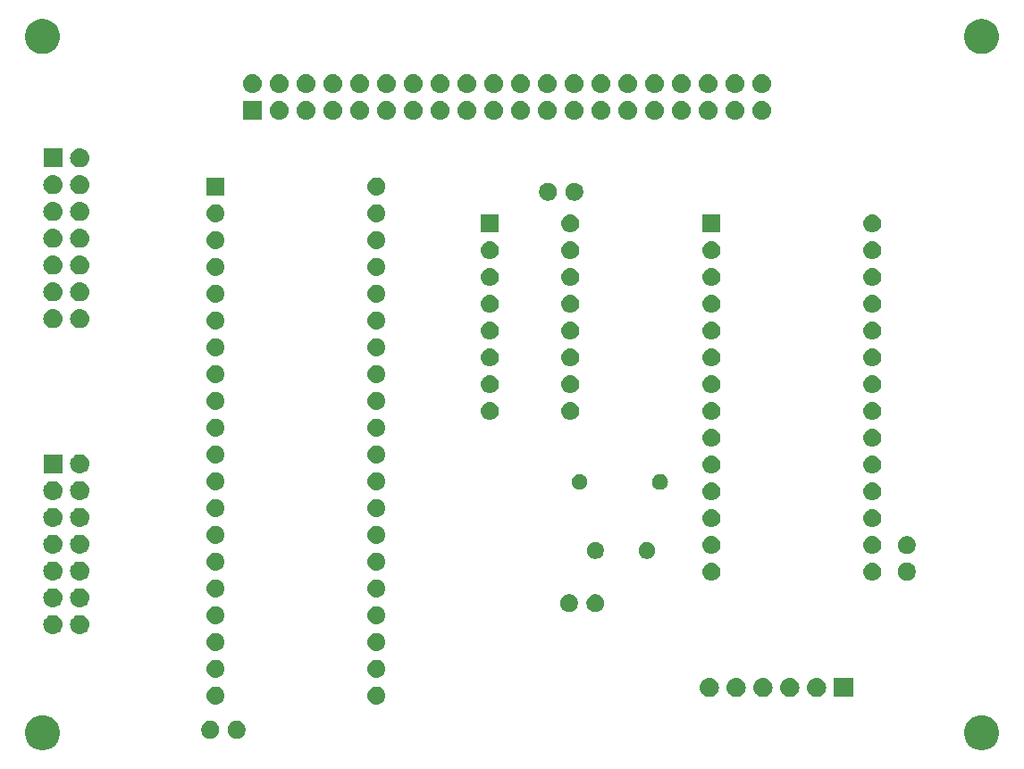
<source format=gts>
G04 #@! TF.GenerationSoftware,KiCad,Pcbnew,(5.1.4)-1*
G04 #@! TF.CreationDate,2020-09-22T12:22:13+09:00*
G04 #@! TF.ProjectId,K65-IOB,4b36352d-494f-4422-9e6b-696361645f70,rev?*
G04 #@! TF.SameCoordinates,Original*
G04 #@! TF.FileFunction,Soldermask,Top*
G04 #@! TF.FilePolarity,Negative*
%FSLAX46Y46*%
G04 Gerber Fmt 4.6, Leading zero omitted, Abs format (unit mm)*
G04 Created by KiCad (PCBNEW (5.1.4)-1) date 2020-09-22 12:22:13*
%MOMM*%
%LPD*%
G04 APERTURE LIST*
%ADD10C,0.100000*%
G04 APERTURE END LIST*
D10*
G36*
X174875256Y-128891298D02*
G01*
X174981579Y-128912447D01*
X175282042Y-129036903D01*
X175552451Y-129217585D01*
X175782415Y-129447549D01*
X175963097Y-129717958D01*
X176087553Y-130018421D01*
X176151000Y-130337391D01*
X176151000Y-130662609D01*
X176087553Y-130981579D01*
X175963097Y-131282042D01*
X175782415Y-131552451D01*
X175552451Y-131782415D01*
X175282042Y-131963097D01*
X174981579Y-132087553D01*
X174875256Y-132108702D01*
X174662611Y-132151000D01*
X174337389Y-132151000D01*
X174124744Y-132108702D01*
X174018421Y-132087553D01*
X173717958Y-131963097D01*
X173447549Y-131782415D01*
X173217585Y-131552451D01*
X173036903Y-131282042D01*
X172912447Y-130981579D01*
X172849000Y-130662609D01*
X172849000Y-130337391D01*
X172912447Y-130018421D01*
X173036903Y-129717958D01*
X173217585Y-129447549D01*
X173447549Y-129217585D01*
X173717958Y-129036903D01*
X174018421Y-128912447D01*
X174124744Y-128891298D01*
X174337389Y-128849000D01*
X174662611Y-128849000D01*
X174875256Y-128891298D01*
X174875256Y-128891298D01*
G37*
G36*
X85875256Y-128891298D02*
G01*
X85981579Y-128912447D01*
X86282042Y-129036903D01*
X86552451Y-129217585D01*
X86782415Y-129447549D01*
X86963097Y-129717958D01*
X87087553Y-130018421D01*
X87151000Y-130337391D01*
X87151000Y-130662609D01*
X87087553Y-130981579D01*
X86963097Y-131282042D01*
X86782415Y-131552451D01*
X86552451Y-131782415D01*
X86282042Y-131963097D01*
X85981579Y-132087553D01*
X85875256Y-132108702D01*
X85662611Y-132151000D01*
X85337389Y-132151000D01*
X85124744Y-132108702D01*
X85018421Y-132087553D01*
X84717958Y-131963097D01*
X84447549Y-131782415D01*
X84217585Y-131552451D01*
X84036903Y-131282042D01*
X83912447Y-130981579D01*
X83849000Y-130662609D01*
X83849000Y-130337391D01*
X83912447Y-130018421D01*
X84036903Y-129717958D01*
X84217585Y-129447549D01*
X84447549Y-129217585D01*
X84717958Y-129036903D01*
X85018421Y-128912447D01*
X85124744Y-128891298D01*
X85337389Y-128849000D01*
X85662611Y-128849000D01*
X85875256Y-128891298D01*
X85875256Y-128891298D01*
G37*
G36*
X104153228Y-129396703D02*
G01*
X104308100Y-129460853D01*
X104447481Y-129553985D01*
X104566015Y-129672519D01*
X104659147Y-129811900D01*
X104723297Y-129966772D01*
X104756000Y-130131184D01*
X104756000Y-130298816D01*
X104723297Y-130463228D01*
X104659147Y-130618100D01*
X104566015Y-130757481D01*
X104447481Y-130876015D01*
X104308100Y-130969147D01*
X104153228Y-131033297D01*
X103988816Y-131066000D01*
X103821184Y-131066000D01*
X103656772Y-131033297D01*
X103501900Y-130969147D01*
X103362519Y-130876015D01*
X103243985Y-130757481D01*
X103150853Y-130618100D01*
X103086703Y-130463228D01*
X103054000Y-130298816D01*
X103054000Y-130131184D01*
X103086703Y-129966772D01*
X103150853Y-129811900D01*
X103243985Y-129672519D01*
X103362519Y-129553985D01*
X103501900Y-129460853D01*
X103656772Y-129396703D01*
X103821184Y-129364000D01*
X103988816Y-129364000D01*
X104153228Y-129396703D01*
X104153228Y-129396703D01*
G37*
G36*
X101653228Y-129396703D02*
G01*
X101808100Y-129460853D01*
X101947481Y-129553985D01*
X102066015Y-129672519D01*
X102159147Y-129811900D01*
X102223297Y-129966772D01*
X102256000Y-130131184D01*
X102256000Y-130298816D01*
X102223297Y-130463228D01*
X102159147Y-130618100D01*
X102066015Y-130757481D01*
X101947481Y-130876015D01*
X101808100Y-130969147D01*
X101653228Y-131033297D01*
X101488816Y-131066000D01*
X101321184Y-131066000D01*
X101156772Y-131033297D01*
X101001900Y-130969147D01*
X100862519Y-130876015D01*
X100743985Y-130757481D01*
X100650853Y-130618100D01*
X100586703Y-130463228D01*
X100554000Y-130298816D01*
X100554000Y-130131184D01*
X100586703Y-129966772D01*
X100650853Y-129811900D01*
X100743985Y-129672519D01*
X100862519Y-129553985D01*
X101001900Y-129460853D01*
X101156772Y-129396703D01*
X101321184Y-129364000D01*
X101488816Y-129364000D01*
X101653228Y-129396703D01*
X101653228Y-129396703D01*
G37*
G36*
X102071823Y-126136313D02*
G01*
X102232242Y-126184976D01*
X102364906Y-126255886D01*
X102380078Y-126263996D01*
X102509659Y-126370341D01*
X102616004Y-126499922D01*
X102616005Y-126499924D01*
X102695024Y-126647758D01*
X102743687Y-126808177D01*
X102760117Y-126975000D01*
X102743687Y-127141823D01*
X102695024Y-127302242D01*
X102624114Y-127434906D01*
X102616004Y-127450078D01*
X102509659Y-127579659D01*
X102380078Y-127686004D01*
X102380076Y-127686005D01*
X102232242Y-127765024D01*
X102071823Y-127813687D01*
X101946804Y-127826000D01*
X101863196Y-127826000D01*
X101738177Y-127813687D01*
X101577758Y-127765024D01*
X101429924Y-127686005D01*
X101429922Y-127686004D01*
X101300341Y-127579659D01*
X101193996Y-127450078D01*
X101185886Y-127434906D01*
X101114976Y-127302242D01*
X101066313Y-127141823D01*
X101049883Y-126975000D01*
X101066313Y-126808177D01*
X101114976Y-126647758D01*
X101193995Y-126499924D01*
X101193996Y-126499922D01*
X101300341Y-126370341D01*
X101429922Y-126263996D01*
X101445094Y-126255886D01*
X101577758Y-126184976D01*
X101738177Y-126136313D01*
X101863196Y-126124000D01*
X101946804Y-126124000D01*
X102071823Y-126136313D01*
X102071823Y-126136313D01*
G37*
G36*
X117311823Y-126136313D02*
G01*
X117472242Y-126184976D01*
X117604906Y-126255886D01*
X117620078Y-126263996D01*
X117749659Y-126370341D01*
X117856004Y-126499922D01*
X117856005Y-126499924D01*
X117935024Y-126647758D01*
X117983687Y-126808177D01*
X118000117Y-126975000D01*
X117983687Y-127141823D01*
X117935024Y-127302242D01*
X117864114Y-127434906D01*
X117856004Y-127450078D01*
X117749659Y-127579659D01*
X117620078Y-127686004D01*
X117620076Y-127686005D01*
X117472242Y-127765024D01*
X117311823Y-127813687D01*
X117186804Y-127826000D01*
X117103196Y-127826000D01*
X116978177Y-127813687D01*
X116817758Y-127765024D01*
X116669924Y-127686005D01*
X116669922Y-127686004D01*
X116540341Y-127579659D01*
X116433996Y-127450078D01*
X116425886Y-127434906D01*
X116354976Y-127302242D01*
X116306313Y-127141823D01*
X116289883Y-126975000D01*
X116306313Y-126808177D01*
X116354976Y-126647758D01*
X116433995Y-126499924D01*
X116433996Y-126499922D01*
X116540341Y-126370341D01*
X116669922Y-126263996D01*
X116685094Y-126255886D01*
X116817758Y-126184976D01*
X116978177Y-126136313D01*
X117103196Y-126124000D01*
X117186804Y-126124000D01*
X117311823Y-126136313D01*
X117311823Y-126136313D01*
G37*
G36*
X156435442Y-125320518D02*
G01*
X156501627Y-125327037D01*
X156671466Y-125378557D01*
X156827991Y-125462222D01*
X156863729Y-125491552D01*
X156965186Y-125574814D01*
X157048448Y-125676271D01*
X157077778Y-125712009D01*
X157161443Y-125868534D01*
X157212963Y-126038373D01*
X157230359Y-126215000D01*
X157212963Y-126391627D01*
X157161443Y-126561466D01*
X157077778Y-126717991D01*
X157048448Y-126753729D01*
X156965186Y-126855186D01*
X156863729Y-126938448D01*
X156827991Y-126967778D01*
X156671466Y-127051443D01*
X156501627Y-127102963D01*
X156435443Y-127109481D01*
X156369260Y-127116000D01*
X156280740Y-127116000D01*
X156214557Y-127109481D01*
X156148373Y-127102963D01*
X155978534Y-127051443D01*
X155822009Y-126967778D01*
X155786271Y-126938448D01*
X155684814Y-126855186D01*
X155601552Y-126753729D01*
X155572222Y-126717991D01*
X155488557Y-126561466D01*
X155437037Y-126391627D01*
X155419641Y-126215000D01*
X155437037Y-126038373D01*
X155488557Y-125868534D01*
X155572222Y-125712009D01*
X155601552Y-125676271D01*
X155684814Y-125574814D01*
X155786271Y-125491552D01*
X155822009Y-125462222D01*
X155978534Y-125378557D01*
X156148373Y-125327037D01*
X156214558Y-125320518D01*
X156280740Y-125314000D01*
X156369260Y-125314000D01*
X156435442Y-125320518D01*
X156435442Y-125320518D01*
G37*
G36*
X158975442Y-125320518D02*
G01*
X159041627Y-125327037D01*
X159211466Y-125378557D01*
X159367991Y-125462222D01*
X159403729Y-125491552D01*
X159505186Y-125574814D01*
X159588448Y-125676271D01*
X159617778Y-125712009D01*
X159701443Y-125868534D01*
X159752963Y-126038373D01*
X159770359Y-126215000D01*
X159752963Y-126391627D01*
X159701443Y-126561466D01*
X159617778Y-126717991D01*
X159588448Y-126753729D01*
X159505186Y-126855186D01*
X159403729Y-126938448D01*
X159367991Y-126967778D01*
X159211466Y-127051443D01*
X159041627Y-127102963D01*
X158975443Y-127109481D01*
X158909260Y-127116000D01*
X158820740Y-127116000D01*
X158754557Y-127109481D01*
X158688373Y-127102963D01*
X158518534Y-127051443D01*
X158362009Y-126967778D01*
X158326271Y-126938448D01*
X158224814Y-126855186D01*
X158141552Y-126753729D01*
X158112222Y-126717991D01*
X158028557Y-126561466D01*
X157977037Y-126391627D01*
X157959641Y-126215000D01*
X157977037Y-126038373D01*
X158028557Y-125868534D01*
X158112222Y-125712009D01*
X158141552Y-125676271D01*
X158224814Y-125574814D01*
X158326271Y-125491552D01*
X158362009Y-125462222D01*
X158518534Y-125378557D01*
X158688373Y-125327037D01*
X158754558Y-125320518D01*
X158820740Y-125314000D01*
X158909260Y-125314000D01*
X158975442Y-125320518D01*
X158975442Y-125320518D01*
G37*
G36*
X162306000Y-127116000D02*
G01*
X160504000Y-127116000D01*
X160504000Y-125314000D01*
X162306000Y-125314000D01*
X162306000Y-127116000D01*
X162306000Y-127116000D01*
G37*
G36*
X151355442Y-125320518D02*
G01*
X151421627Y-125327037D01*
X151591466Y-125378557D01*
X151747991Y-125462222D01*
X151783729Y-125491552D01*
X151885186Y-125574814D01*
X151968448Y-125676271D01*
X151997778Y-125712009D01*
X152081443Y-125868534D01*
X152132963Y-126038373D01*
X152150359Y-126215000D01*
X152132963Y-126391627D01*
X152081443Y-126561466D01*
X151997778Y-126717991D01*
X151968448Y-126753729D01*
X151885186Y-126855186D01*
X151783729Y-126938448D01*
X151747991Y-126967778D01*
X151591466Y-127051443D01*
X151421627Y-127102963D01*
X151355443Y-127109481D01*
X151289260Y-127116000D01*
X151200740Y-127116000D01*
X151134557Y-127109481D01*
X151068373Y-127102963D01*
X150898534Y-127051443D01*
X150742009Y-126967778D01*
X150706271Y-126938448D01*
X150604814Y-126855186D01*
X150521552Y-126753729D01*
X150492222Y-126717991D01*
X150408557Y-126561466D01*
X150357037Y-126391627D01*
X150339641Y-126215000D01*
X150357037Y-126038373D01*
X150408557Y-125868534D01*
X150492222Y-125712009D01*
X150521552Y-125676271D01*
X150604814Y-125574814D01*
X150706271Y-125491552D01*
X150742009Y-125462222D01*
X150898534Y-125378557D01*
X151068373Y-125327037D01*
X151134558Y-125320518D01*
X151200740Y-125314000D01*
X151289260Y-125314000D01*
X151355442Y-125320518D01*
X151355442Y-125320518D01*
G37*
G36*
X148815442Y-125320518D02*
G01*
X148881627Y-125327037D01*
X149051466Y-125378557D01*
X149207991Y-125462222D01*
X149243729Y-125491552D01*
X149345186Y-125574814D01*
X149428448Y-125676271D01*
X149457778Y-125712009D01*
X149541443Y-125868534D01*
X149592963Y-126038373D01*
X149610359Y-126215000D01*
X149592963Y-126391627D01*
X149541443Y-126561466D01*
X149457778Y-126717991D01*
X149428448Y-126753729D01*
X149345186Y-126855186D01*
X149243729Y-126938448D01*
X149207991Y-126967778D01*
X149051466Y-127051443D01*
X148881627Y-127102963D01*
X148815443Y-127109481D01*
X148749260Y-127116000D01*
X148660740Y-127116000D01*
X148594557Y-127109481D01*
X148528373Y-127102963D01*
X148358534Y-127051443D01*
X148202009Y-126967778D01*
X148166271Y-126938448D01*
X148064814Y-126855186D01*
X147981552Y-126753729D01*
X147952222Y-126717991D01*
X147868557Y-126561466D01*
X147817037Y-126391627D01*
X147799641Y-126215000D01*
X147817037Y-126038373D01*
X147868557Y-125868534D01*
X147952222Y-125712009D01*
X147981552Y-125676271D01*
X148064814Y-125574814D01*
X148166271Y-125491552D01*
X148202009Y-125462222D01*
X148358534Y-125378557D01*
X148528373Y-125327037D01*
X148594558Y-125320518D01*
X148660740Y-125314000D01*
X148749260Y-125314000D01*
X148815442Y-125320518D01*
X148815442Y-125320518D01*
G37*
G36*
X153895442Y-125320518D02*
G01*
X153961627Y-125327037D01*
X154131466Y-125378557D01*
X154287991Y-125462222D01*
X154323729Y-125491552D01*
X154425186Y-125574814D01*
X154508448Y-125676271D01*
X154537778Y-125712009D01*
X154621443Y-125868534D01*
X154672963Y-126038373D01*
X154690359Y-126215000D01*
X154672963Y-126391627D01*
X154621443Y-126561466D01*
X154537778Y-126717991D01*
X154508448Y-126753729D01*
X154425186Y-126855186D01*
X154323729Y-126938448D01*
X154287991Y-126967778D01*
X154131466Y-127051443D01*
X153961627Y-127102963D01*
X153895443Y-127109481D01*
X153829260Y-127116000D01*
X153740740Y-127116000D01*
X153674557Y-127109481D01*
X153608373Y-127102963D01*
X153438534Y-127051443D01*
X153282009Y-126967778D01*
X153246271Y-126938448D01*
X153144814Y-126855186D01*
X153061552Y-126753729D01*
X153032222Y-126717991D01*
X152948557Y-126561466D01*
X152897037Y-126391627D01*
X152879641Y-126215000D01*
X152897037Y-126038373D01*
X152948557Y-125868534D01*
X153032222Y-125712009D01*
X153061552Y-125676271D01*
X153144814Y-125574814D01*
X153246271Y-125491552D01*
X153282009Y-125462222D01*
X153438534Y-125378557D01*
X153608373Y-125327037D01*
X153674558Y-125320518D01*
X153740740Y-125314000D01*
X153829260Y-125314000D01*
X153895442Y-125320518D01*
X153895442Y-125320518D01*
G37*
G36*
X102071823Y-123596313D02*
G01*
X102232242Y-123644976D01*
X102364906Y-123715886D01*
X102380078Y-123723996D01*
X102509659Y-123830341D01*
X102616004Y-123959922D01*
X102616005Y-123959924D01*
X102695024Y-124107758D01*
X102743687Y-124268177D01*
X102760117Y-124435000D01*
X102743687Y-124601823D01*
X102695024Y-124762242D01*
X102624114Y-124894906D01*
X102616004Y-124910078D01*
X102509659Y-125039659D01*
X102380078Y-125146004D01*
X102380076Y-125146005D01*
X102232242Y-125225024D01*
X102071823Y-125273687D01*
X101946804Y-125286000D01*
X101863196Y-125286000D01*
X101738177Y-125273687D01*
X101577758Y-125225024D01*
X101429924Y-125146005D01*
X101429922Y-125146004D01*
X101300341Y-125039659D01*
X101193996Y-124910078D01*
X101185886Y-124894906D01*
X101114976Y-124762242D01*
X101066313Y-124601823D01*
X101049883Y-124435000D01*
X101066313Y-124268177D01*
X101114976Y-124107758D01*
X101193995Y-123959924D01*
X101193996Y-123959922D01*
X101300341Y-123830341D01*
X101429922Y-123723996D01*
X101445094Y-123715886D01*
X101577758Y-123644976D01*
X101738177Y-123596313D01*
X101863196Y-123584000D01*
X101946804Y-123584000D01*
X102071823Y-123596313D01*
X102071823Y-123596313D01*
G37*
G36*
X117311823Y-123596313D02*
G01*
X117472242Y-123644976D01*
X117604906Y-123715886D01*
X117620078Y-123723996D01*
X117749659Y-123830341D01*
X117856004Y-123959922D01*
X117856005Y-123959924D01*
X117935024Y-124107758D01*
X117983687Y-124268177D01*
X118000117Y-124435000D01*
X117983687Y-124601823D01*
X117935024Y-124762242D01*
X117864114Y-124894906D01*
X117856004Y-124910078D01*
X117749659Y-125039659D01*
X117620078Y-125146004D01*
X117620076Y-125146005D01*
X117472242Y-125225024D01*
X117311823Y-125273687D01*
X117186804Y-125286000D01*
X117103196Y-125286000D01*
X116978177Y-125273687D01*
X116817758Y-125225024D01*
X116669924Y-125146005D01*
X116669922Y-125146004D01*
X116540341Y-125039659D01*
X116433996Y-124910078D01*
X116425886Y-124894906D01*
X116354976Y-124762242D01*
X116306313Y-124601823D01*
X116289883Y-124435000D01*
X116306313Y-124268177D01*
X116354976Y-124107758D01*
X116433995Y-123959924D01*
X116433996Y-123959922D01*
X116540341Y-123830341D01*
X116669922Y-123723996D01*
X116685094Y-123715886D01*
X116817758Y-123644976D01*
X116978177Y-123596313D01*
X117103196Y-123584000D01*
X117186804Y-123584000D01*
X117311823Y-123596313D01*
X117311823Y-123596313D01*
G37*
G36*
X102071823Y-121056313D02*
G01*
X102232242Y-121104976D01*
X102299638Y-121141000D01*
X102380078Y-121183996D01*
X102509659Y-121290341D01*
X102616004Y-121419922D01*
X102616005Y-121419924D01*
X102695024Y-121567758D01*
X102743687Y-121728177D01*
X102760117Y-121895000D01*
X102743687Y-122061823D01*
X102695024Y-122222242D01*
X102624114Y-122354906D01*
X102616004Y-122370078D01*
X102509659Y-122499659D01*
X102380078Y-122606004D01*
X102380076Y-122606005D01*
X102232242Y-122685024D01*
X102071823Y-122733687D01*
X101946804Y-122746000D01*
X101863196Y-122746000D01*
X101738177Y-122733687D01*
X101577758Y-122685024D01*
X101429924Y-122606005D01*
X101429922Y-122606004D01*
X101300341Y-122499659D01*
X101193996Y-122370078D01*
X101185886Y-122354906D01*
X101114976Y-122222242D01*
X101066313Y-122061823D01*
X101049883Y-121895000D01*
X101066313Y-121728177D01*
X101114976Y-121567758D01*
X101193995Y-121419924D01*
X101193996Y-121419922D01*
X101300341Y-121290341D01*
X101429922Y-121183996D01*
X101510362Y-121141000D01*
X101577758Y-121104976D01*
X101738177Y-121056313D01*
X101863196Y-121044000D01*
X101946804Y-121044000D01*
X102071823Y-121056313D01*
X102071823Y-121056313D01*
G37*
G36*
X117311823Y-121056313D02*
G01*
X117472242Y-121104976D01*
X117539638Y-121141000D01*
X117620078Y-121183996D01*
X117749659Y-121290341D01*
X117856004Y-121419922D01*
X117856005Y-121419924D01*
X117935024Y-121567758D01*
X117983687Y-121728177D01*
X118000117Y-121895000D01*
X117983687Y-122061823D01*
X117935024Y-122222242D01*
X117864114Y-122354906D01*
X117856004Y-122370078D01*
X117749659Y-122499659D01*
X117620078Y-122606004D01*
X117620076Y-122606005D01*
X117472242Y-122685024D01*
X117311823Y-122733687D01*
X117186804Y-122746000D01*
X117103196Y-122746000D01*
X116978177Y-122733687D01*
X116817758Y-122685024D01*
X116669924Y-122606005D01*
X116669922Y-122606004D01*
X116540341Y-122499659D01*
X116433996Y-122370078D01*
X116425886Y-122354906D01*
X116354976Y-122222242D01*
X116306313Y-122061823D01*
X116289883Y-121895000D01*
X116306313Y-121728177D01*
X116354976Y-121567758D01*
X116433995Y-121419924D01*
X116433996Y-121419922D01*
X116540341Y-121290341D01*
X116669922Y-121183996D01*
X116750362Y-121141000D01*
X116817758Y-121104976D01*
X116978177Y-121056313D01*
X117103196Y-121044000D01*
X117186804Y-121044000D01*
X117311823Y-121056313D01*
X117311823Y-121056313D01*
G37*
G36*
X89150443Y-119345519D02*
G01*
X89216627Y-119352037D01*
X89386466Y-119403557D01*
X89542991Y-119487222D01*
X89578729Y-119516552D01*
X89680186Y-119599814D01*
X89747829Y-119682239D01*
X89792778Y-119737009D01*
X89876443Y-119893534D01*
X89927963Y-120063373D01*
X89945359Y-120240000D01*
X89927963Y-120416627D01*
X89876443Y-120586466D01*
X89792778Y-120742991D01*
X89763448Y-120778729D01*
X89680186Y-120880186D01*
X89578729Y-120963448D01*
X89542991Y-120992778D01*
X89386466Y-121076443D01*
X89216627Y-121127963D01*
X89150442Y-121134482D01*
X89084260Y-121141000D01*
X88995740Y-121141000D01*
X88929558Y-121134482D01*
X88863373Y-121127963D01*
X88693534Y-121076443D01*
X88537009Y-120992778D01*
X88501271Y-120963448D01*
X88399814Y-120880186D01*
X88316552Y-120778729D01*
X88287222Y-120742991D01*
X88203557Y-120586466D01*
X88152037Y-120416627D01*
X88134641Y-120240000D01*
X88152037Y-120063373D01*
X88203557Y-119893534D01*
X88287222Y-119737009D01*
X88332171Y-119682239D01*
X88399814Y-119599814D01*
X88501271Y-119516552D01*
X88537009Y-119487222D01*
X88693534Y-119403557D01*
X88863373Y-119352037D01*
X88929557Y-119345519D01*
X88995740Y-119339000D01*
X89084260Y-119339000D01*
X89150443Y-119345519D01*
X89150443Y-119345519D01*
G37*
G36*
X86610443Y-119345519D02*
G01*
X86676627Y-119352037D01*
X86846466Y-119403557D01*
X87002991Y-119487222D01*
X87038729Y-119516552D01*
X87140186Y-119599814D01*
X87207829Y-119682239D01*
X87252778Y-119737009D01*
X87336443Y-119893534D01*
X87387963Y-120063373D01*
X87405359Y-120240000D01*
X87387963Y-120416627D01*
X87336443Y-120586466D01*
X87252778Y-120742991D01*
X87223448Y-120778729D01*
X87140186Y-120880186D01*
X87038729Y-120963448D01*
X87002991Y-120992778D01*
X86846466Y-121076443D01*
X86676627Y-121127963D01*
X86610442Y-121134482D01*
X86544260Y-121141000D01*
X86455740Y-121141000D01*
X86389558Y-121134482D01*
X86323373Y-121127963D01*
X86153534Y-121076443D01*
X85997009Y-120992778D01*
X85961271Y-120963448D01*
X85859814Y-120880186D01*
X85776552Y-120778729D01*
X85747222Y-120742991D01*
X85663557Y-120586466D01*
X85612037Y-120416627D01*
X85594641Y-120240000D01*
X85612037Y-120063373D01*
X85663557Y-119893534D01*
X85747222Y-119737009D01*
X85792171Y-119682239D01*
X85859814Y-119599814D01*
X85961271Y-119516552D01*
X85997009Y-119487222D01*
X86153534Y-119403557D01*
X86323373Y-119352037D01*
X86389557Y-119345519D01*
X86455740Y-119339000D01*
X86544260Y-119339000D01*
X86610443Y-119345519D01*
X86610443Y-119345519D01*
G37*
G36*
X102071823Y-118516313D02*
G01*
X102232242Y-118564976D01*
X102299638Y-118601000D01*
X102380078Y-118643996D01*
X102509659Y-118750341D01*
X102616004Y-118879922D01*
X102616005Y-118879924D01*
X102695024Y-119027758D01*
X102743687Y-119188177D01*
X102760117Y-119355000D01*
X102743687Y-119521823D01*
X102695024Y-119682242D01*
X102665750Y-119737009D01*
X102616004Y-119830078D01*
X102509659Y-119959659D01*
X102380078Y-120066004D01*
X102380076Y-120066005D01*
X102232242Y-120145024D01*
X102071823Y-120193687D01*
X101946804Y-120206000D01*
X101863196Y-120206000D01*
X101738177Y-120193687D01*
X101577758Y-120145024D01*
X101429924Y-120066005D01*
X101429922Y-120066004D01*
X101300341Y-119959659D01*
X101193996Y-119830078D01*
X101144250Y-119737009D01*
X101114976Y-119682242D01*
X101066313Y-119521823D01*
X101049883Y-119355000D01*
X101066313Y-119188177D01*
X101114976Y-119027758D01*
X101193995Y-118879924D01*
X101193996Y-118879922D01*
X101300341Y-118750341D01*
X101429922Y-118643996D01*
X101510362Y-118601000D01*
X101577758Y-118564976D01*
X101738177Y-118516313D01*
X101863196Y-118504000D01*
X101946804Y-118504000D01*
X102071823Y-118516313D01*
X102071823Y-118516313D01*
G37*
G36*
X117311823Y-118516313D02*
G01*
X117472242Y-118564976D01*
X117539638Y-118601000D01*
X117620078Y-118643996D01*
X117749659Y-118750341D01*
X117856004Y-118879922D01*
X117856005Y-118879924D01*
X117935024Y-119027758D01*
X117983687Y-119188177D01*
X118000117Y-119355000D01*
X117983687Y-119521823D01*
X117935024Y-119682242D01*
X117905750Y-119737009D01*
X117856004Y-119830078D01*
X117749659Y-119959659D01*
X117620078Y-120066004D01*
X117620076Y-120066005D01*
X117472242Y-120145024D01*
X117311823Y-120193687D01*
X117186804Y-120206000D01*
X117103196Y-120206000D01*
X116978177Y-120193687D01*
X116817758Y-120145024D01*
X116669924Y-120066005D01*
X116669922Y-120066004D01*
X116540341Y-119959659D01*
X116433996Y-119830078D01*
X116384250Y-119737009D01*
X116354976Y-119682242D01*
X116306313Y-119521823D01*
X116289883Y-119355000D01*
X116306313Y-119188177D01*
X116354976Y-119027758D01*
X116433995Y-118879924D01*
X116433996Y-118879922D01*
X116540341Y-118750341D01*
X116669922Y-118643996D01*
X116750362Y-118601000D01*
X116817758Y-118564976D01*
X116978177Y-118516313D01*
X117103196Y-118504000D01*
X117186804Y-118504000D01*
X117311823Y-118516313D01*
X117311823Y-118516313D01*
G37*
G36*
X138153228Y-117396703D02*
G01*
X138308100Y-117460853D01*
X138447481Y-117553985D01*
X138566015Y-117672519D01*
X138659147Y-117811900D01*
X138723297Y-117966772D01*
X138756000Y-118131184D01*
X138756000Y-118298816D01*
X138723297Y-118463228D01*
X138659147Y-118618100D01*
X138566015Y-118757481D01*
X138447481Y-118876015D01*
X138308100Y-118969147D01*
X138153228Y-119033297D01*
X137988816Y-119066000D01*
X137821184Y-119066000D01*
X137656772Y-119033297D01*
X137501900Y-118969147D01*
X137362519Y-118876015D01*
X137243985Y-118757481D01*
X137150853Y-118618100D01*
X137086703Y-118463228D01*
X137054000Y-118298816D01*
X137054000Y-118131184D01*
X137086703Y-117966772D01*
X137150853Y-117811900D01*
X137243985Y-117672519D01*
X137362519Y-117553985D01*
X137501900Y-117460853D01*
X137656772Y-117396703D01*
X137821184Y-117364000D01*
X137988816Y-117364000D01*
X138153228Y-117396703D01*
X138153228Y-117396703D01*
G37*
G36*
X135653228Y-117396703D02*
G01*
X135808100Y-117460853D01*
X135947481Y-117553985D01*
X136066015Y-117672519D01*
X136159147Y-117811900D01*
X136223297Y-117966772D01*
X136256000Y-118131184D01*
X136256000Y-118298816D01*
X136223297Y-118463228D01*
X136159147Y-118618100D01*
X136066015Y-118757481D01*
X135947481Y-118876015D01*
X135808100Y-118969147D01*
X135653228Y-119033297D01*
X135488816Y-119066000D01*
X135321184Y-119066000D01*
X135156772Y-119033297D01*
X135001900Y-118969147D01*
X134862519Y-118876015D01*
X134743985Y-118757481D01*
X134650853Y-118618100D01*
X134586703Y-118463228D01*
X134554000Y-118298816D01*
X134554000Y-118131184D01*
X134586703Y-117966772D01*
X134650853Y-117811900D01*
X134743985Y-117672519D01*
X134862519Y-117553985D01*
X135001900Y-117460853D01*
X135156772Y-117396703D01*
X135321184Y-117364000D01*
X135488816Y-117364000D01*
X135653228Y-117396703D01*
X135653228Y-117396703D01*
G37*
G36*
X86610443Y-116805519D02*
G01*
X86676627Y-116812037D01*
X86846466Y-116863557D01*
X87002991Y-116947222D01*
X87038729Y-116976552D01*
X87140186Y-117059814D01*
X87207829Y-117142239D01*
X87252778Y-117197009D01*
X87336443Y-117353534D01*
X87387963Y-117523373D01*
X87405359Y-117700000D01*
X87387963Y-117876627D01*
X87336443Y-118046466D01*
X87252778Y-118202991D01*
X87223448Y-118238729D01*
X87140186Y-118340186D01*
X87038729Y-118423448D01*
X87002991Y-118452778D01*
X86846466Y-118536443D01*
X86676627Y-118587963D01*
X86610443Y-118594481D01*
X86544260Y-118601000D01*
X86455740Y-118601000D01*
X86389557Y-118594481D01*
X86323373Y-118587963D01*
X86153534Y-118536443D01*
X85997009Y-118452778D01*
X85961271Y-118423448D01*
X85859814Y-118340186D01*
X85776552Y-118238729D01*
X85747222Y-118202991D01*
X85663557Y-118046466D01*
X85612037Y-117876627D01*
X85594641Y-117700000D01*
X85612037Y-117523373D01*
X85663557Y-117353534D01*
X85747222Y-117197009D01*
X85792171Y-117142239D01*
X85859814Y-117059814D01*
X85961271Y-116976552D01*
X85997009Y-116947222D01*
X86153534Y-116863557D01*
X86323373Y-116812037D01*
X86389557Y-116805519D01*
X86455740Y-116799000D01*
X86544260Y-116799000D01*
X86610443Y-116805519D01*
X86610443Y-116805519D01*
G37*
G36*
X89150443Y-116805519D02*
G01*
X89216627Y-116812037D01*
X89386466Y-116863557D01*
X89542991Y-116947222D01*
X89578729Y-116976552D01*
X89680186Y-117059814D01*
X89747829Y-117142239D01*
X89792778Y-117197009D01*
X89876443Y-117353534D01*
X89927963Y-117523373D01*
X89945359Y-117700000D01*
X89927963Y-117876627D01*
X89876443Y-118046466D01*
X89792778Y-118202991D01*
X89763448Y-118238729D01*
X89680186Y-118340186D01*
X89578729Y-118423448D01*
X89542991Y-118452778D01*
X89386466Y-118536443D01*
X89216627Y-118587963D01*
X89150443Y-118594481D01*
X89084260Y-118601000D01*
X88995740Y-118601000D01*
X88929557Y-118594481D01*
X88863373Y-118587963D01*
X88693534Y-118536443D01*
X88537009Y-118452778D01*
X88501271Y-118423448D01*
X88399814Y-118340186D01*
X88316552Y-118238729D01*
X88287222Y-118202991D01*
X88203557Y-118046466D01*
X88152037Y-117876627D01*
X88134641Y-117700000D01*
X88152037Y-117523373D01*
X88203557Y-117353534D01*
X88287222Y-117197009D01*
X88332171Y-117142239D01*
X88399814Y-117059814D01*
X88501271Y-116976552D01*
X88537009Y-116947222D01*
X88693534Y-116863557D01*
X88863373Y-116812037D01*
X88929557Y-116805519D01*
X88995740Y-116799000D01*
X89084260Y-116799000D01*
X89150443Y-116805519D01*
X89150443Y-116805519D01*
G37*
G36*
X117311823Y-115976313D02*
G01*
X117472242Y-116024976D01*
X117586410Y-116086000D01*
X117620078Y-116103996D01*
X117749659Y-116210341D01*
X117856004Y-116339922D01*
X117856005Y-116339924D01*
X117935024Y-116487758D01*
X117983687Y-116648177D01*
X118000117Y-116815000D01*
X117983687Y-116981823D01*
X117935024Y-117142242D01*
X117905750Y-117197009D01*
X117856004Y-117290078D01*
X117749659Y-117419659D01*
X117620078Y-117526004D01*
X117620076Y-117526005D01*
X117472242Y-117605024D01*
X117311823Y-117653687D01*
X117186804Y-117666000D01*
X117103196Y-117666000D01*
X116978177Y-117653687D01*
X116817758Y-117605024D01*
X116669924Y-117526005D01*
X116669922Y-117526004D01*
X116540341Y-117419659D01*
X116433996Y-117290078D01*
X116384250Y-117197009D01*
X116354976Y-117142242D01*
X116306313Y-116981823D01*
X116289883Y-116815000D01*
X116306313Y-116648177D01*
X116354976Y-116487758D01*
X116433995Y-116339924D01*
X116433996Y-116339922D01*
X116540341Y-116210341D01*
X116669922Y-116103996D01*
X116703590Y-116086000D01*
X116817758Y-116024976D01*
X116978177Y-115976313D01*
X117103196Y-115964000D01*
X117186804Y-115964000D01*
X117311823Y-115976313D01*
X117311823Y-115976313D01*
G37*
G36*
X102071823Y-115976313D02*
G01*
X102232242Y-116024976D01*
X102346410Y-116086000D01*
X102380078Y-116103996D01*
X102509659Y-116210341D01*
X102616004Y-116339922D01*
X102616005Y-116339924D01*
X102695024Y-116487758D01*
X102743687Y-116648177D01*
X102760117Y-116815000D01*
X102743687Y-116981823D01*
X102695024Y-117142242D01*
X102665750Y-117197009D01*
X102616004Y-117290078D01*
X102509659Y-117419659D01*
X102380078Y-117526004D01*
X102380076Y-117526005D01*
X102232242Y-117605024D01*
X102071823Y-117653687D01*
X101946804Y-117666000D01*
X101863196Y-117666000D01*
X101738177Y-117653687D01*
X101577758Y-117605024D01*
X101429924Y-117526005D01*
X101429922Y-117526004D01*
X101300341Y-117419659D01*
X101193996Y-117290078D01*
X101144250Y-117197009D01*
X101114976Y-117142242D01*
X101066313Y-116981823D01*
X101049883Y-116815000D01*
X101066313Y-116648177D01*
X101114976Y-116487758D01*
X101193995Y-116339924D01*
X101193996Y-116339922D01*
X101300341Y-116210341D01*
X101429922Y-116103996D01*
X101463590Y-116086000D01*
X101577758Y-116024976D01*
X101738177Y-115976313D01*
X101863196Y-115964000D01*
X101946804Y-115964000D01*
X102071823Y-115976313D01*
X102071823Y-115976313D01*
G37*
G36*
X149071823Y-114396313D02*
G01*
X149232242Y-114444976D01*
X149364906Y-114515886D01*
X149380078Y-114523996D01*
X149509659Y-114630341D01*
X149616004Y-114759922D01*
X149616005Y-114759924D01*
X149695024Y-114907758D01*
X149743687Y-115068177D01*
X149760117Y-115235000D01*
X149743687Y-115401823D01*
X149695024Y-115562242D01*
X149641172Y-115662991D01*
X149616004Y-115710078D01*
X149509659Y-115839659D01*
X149380078Y-115946004D01*
X149380076Y-115946005D01*
X149232242Y-116025024D01*
X149071823Y-116073687D01*
X148946804Y-116086000D01*
X148863196Y-116086000D01*
X148738177Y-116073687D01*
X148577758Y-116025024D01*
X148429924Y-115946005D01*
X148429922Y-115946004D01*
X148300341Y-115839659D01*
X148193996Y-115710078D01*
X148168828Y-115662991D01*
X148114976Y-115562242D01*
X148066313Y-115401823D01*
X148049883Y-115235000D01*
X148066313Y-115068177D01*
X148114976Y-114907758D01*
X148193995Y-114759924D01*
X148193996Y-114759922D01*
X148300341Y-114630341D01*
X148429922Y-114523996D01*
X148445094Y-114515886D01*
X148577758Y-114444976D01*
X148738177Y-114396313D01*
X148863196Y-114384000D01*
X148946804Y-114384000D01*
X149071823Y-114396313D01*
X149071823Y-114396313D01*
G37*
G36*
X164311823Y-114396313D02*
G01*
X164472242Y-114444976D01*
X164604906Y-114515886D01*
X164620078Y-114523996D01*
X164749659Y-114630341D01*
X164856004Y-114759922D01*
X164856005Y-114759924D01*
X164935024Y-114907758D01*
X164983687Y-115068177D01*
X165000117Y-115235000D01*
X164983687Y-115401823D01*
X164935024Y-115562242D01*
X164881172Y-115662991D01*
X164856004Y-115710078D01*
X164749659Y-115839659D01*
X164620078Y-115946004D01*
X164620076Y-115946005D01*
X164472242Y-116025024D01*
X164311823Y-116073687D01*
X164186804Y-116086000D01*
X164103196Y-116086000D01*
X163978177Y-116073687D01*
X163817758Y-116025024D01*
X163669924Y-115946005D01*
X163669922Y-115946004D01*
X163540341Y-115839659D01*
X163433996Y-115710078D01*
X163408828Y-115662991D01*
X163354976Y-115562242D01*
X163306313Y-115401823D01*
X163289883Y-115235000D01*
X163306313Y-115068177D01*
X163354976Y-114907758D01*
X163433995Y-114759924D01*
X163433996Y-114759922D01*
X163540341Y-114630341D01*
X163669922Y-114523996D01*
X163685094Y-114515886D01*
X163817758Y-114444976D01*
X163978177Y-114396313D01*
X164103196Y-114384000D01*
X164186804Y-114384000D01*
X164311823Y-114396313D01*
X164311823Y-114396313D01*
G37*
G36*
X167653228Y-114396703D02*
G01*
X167808100Y-114460853D01*
X167947481Y-114553985D01*
X168066015Y-114672519D01*
X168159147Y-114811900D01*
X168223297Y-114966772D01*
X168256000Y-115131184D01*
X168256000Y-115298816D01*
X168223297Y-115463228D01*
X168159147Y-115618100D01*
X168066015Y-115757481D01*
X167947481Y-115876015D01*
X167808100Y-115969147D01*
X167653228Y-116033297D01*
X167488816Y-116066000D01*
X167321184Y-116066000D01*
X167156772Y-116033297D01*
X167001900Y-115969147D01*
X166862519Y-115876015D01*
X166743985Y-115757481D01*
X166650853Y-115618100D01*
X166586703Y-115463228D01*
X166554000Y-115298816D01*
X166554000Y-115131184D01*
X166586703Y-114966772D01*
X166650853Y-114811900D01*
X166743985Y-114672519D01*
X166862519Y-114553985D01*
X167001900Y-114460853D01*
X167156772Y-114396703D01*
X167321184Y-114364000D01*
X167488816Y-114364000D01*
X167653228Y-114396703D01*
X167653228Y-114396703D01*
G37*
G36*
X86610443Y-114265519D02*
G01*
X86676627Y-114272037D01*
X86846466Y-114323557D01*
X87002991Y-114407222D01*
X87038729Y-114436552D01*
X87140186Y-114519814D01*
X87207829Y-114602239D01*
X87252778Y-114657009D01*
X87336443Y-114813534D01*
X87387963Y-114983373D01*
X87405359Y-115160000D01*
X87387963Y-115336627D01*
X87336443Y-115506466D01*
X87336442Y-115506468D01*
X87306630Y-115562242D01*
X87252778Y-115662991D01*
X87223448Y-115698729D01*
X87140186Y-115800186D01*
X87047787Y-115876015D01*
X87002991Y-115912778D01*
X86846466Y-115996443D01*
X86676627Y-116047963D01*
X86610443Y-116054481D01*
X86544260Y-116061000D01*
X86455740Y-116061000D01*
X86389557Y-116054481D01*
X86323373Y-116047963D01*
X86153534Y-115996443D01*
X85997009Y-115912778D01*
X85952213Y-115876015D01*
X85859814Y-115800186D01*
X85776552Y-115698729D01*
X85747222Y-115662991D01*
X85693370Y-115562242D01*
X85663558Y-115506468D01*
X85663557Y-115506466D01*
X85612037Y-115336627D01*
X85594641Y-115160000D01*
X85612037Y-114983373D01*
X85663557Y-114813534D01*
X85747222Y-114657009D01*
X85792171Y-114602239D01*
X85859814Y-114519814D01*
X85961271Y-114436552D01*
X85997009Y-114407222D01*
X86153534Y-114323557D01*
X86323373Y-114272037D01*
X86389557Y-114265519D01*
X86455740Y-114259000D01*
X86544260Y-114259000D01*
X86610443Y-114265519D01*
X86610443Y-114265519D01*
G37*
G36*
X89150443Y-114265519D02*
G01*
X89216627Y-114272037D01*
X89386466Y-114323557D01*
X89542991Y-114407222D01*
X89578729Y-114436552D01*
X89680186Y-114519814D01*
X89747829Y-114602239D01*
X89792778Y-114657009D01*
X89876443Y-114813534D01*
X89927963Y-114983373D01*
X89945359Y-115160000D01*
X89927963Y-115336627D01*
X89876443Y-115506466D01*
X89876442Y-115506468D01*
X89846630Y-115562242D01*
X89792778Y-115662991D01*
X89763448Y-115698729D01*
X89680186Y-115800186D01*
X89587787Y-115876015D01*
X89542991Y-115912778D01*
X89386466Y-115996443D01*
X89216627Y-116047963D01*
X89150443Y-116054481D01*
X89084260Y-116061000D01*
X88995740Y-116061000D01*
X88929557Y-116054481D01*
X88863373Y-116047963D01*
X88693534Y-115996443D01*
X88537009Y-115912778D01*
X88492213Y-115876015D01*
X88399814Y-115800186D01*
X88316552Y-115698729D01*
X88287222Y-115662991D01*
X88233370Y-115562242D01*
X88203558Y-115506468D01*
X88203557Y-115506466D01*
X88152037Y-115336627D01*
X88134641Y-115160000D01*
X88152037Y-114983373D01*
X88203557Y-114813534D01*
X88287222Y-114657009D01*
X88332171Y-114602239D01*
X88399814Y-114519814D01*
X88501271Y-114436552D01*
X88537009Y-114407222D01*
X88693534Y-114323557D01*
X88863373Y-114272037D01*
X88929557Y-114265519D01*
X88995740Y-114259000D01*
X89084260Y-114259000D01*
X89150443Y-114265519D01*
X89150443Y-114265519D01*
G37*
G36*
X117311823Y-113436313D02*
G01*
X117472242Y-113484976D01*
X117586410Y-113546000D01*
X117620078Y-113563996D01*
X117749659Y-113670341D01*
X117856004Y-113799922D01*
X117856005Y-113799924D01*
X117935024Y-113947758D01*
X117983687Y-114108177D01*
X118000117Y-114275000D01*
X117983687Y-114441823D01*
X117935024Y-114602242D01*
X117864114Y-114734906D01*
X117856004Y-114750078D01*
X117749659Y-114879659D01*
X117620078Y-114986004D01*
X117620076Y-114986005D01*
X117472242Y-115065024D01*
X117311823Y-115113687D01*
X117186804Y-115126000D01*
X117103196Y-115126000D01*
X116978177Y-115113687D01*
X116817758Y-115065024D01*
X116669924Y-114986005D01*
X116669922Y-114986004D01*
X116540341Y-114879659D01*
X116433996Y-114750078D01*
X116425886Y-114734906D01*
X116354976Y-114602242D01*
X116306313Y-114441823D01*
X116289883Y-114275000D01*
X116306313Y-114108177D01*
X116354976Y-113947758D01*
X116433995Y-113799924D01*
X116433996Y-113799922D01*
X116540341Y-113670341D01*
X116669922Y-113563996D01*
X116703590Y-113546000D01*
X116817758Y-113484976D01*
X116978177Y-113436313D01*
X117103196Y-113424000D01*
X117186804Y-113424000D01*
X117311823Y-113436313D01*
X117311823Y-113436313D01*
G37*
G36*
X102071823Y-113436313D02*
G01*
X102232242Y-113484976D01*
X102346410Y-113546000D01*
X102380078Y-113563996D01*
X102509659Y-113670341D01*
X102616004Y-113799922D01*
X102616005Y-113799924D01*
X102695024Y-113947758D01*
X102743687Y-114108177D01*
X102760117Y-114275000D01*
X102743687Y-114441823D01*
X102695024Y-114602242D01*
X102624114Y-114734906D01*
X102616004Y-114750078D01*
X102509659Y-114879659D01*
X102380078Y-114986004D01*
X102380076Y-114986005D01*
X102232242Y-115065024D01*
X102071823Y-115113687D01*
X101946804Y-115126000D01*
X101863196Y-115126000D01*
X101738177Y-115113687D01*
X101577758Y-115065024D01*
X101429924Y-114986005D01*
X101429922Y-114986004D01*
X101300341Y-114879659D01*
X101193996Y-114750078D01*
X101185886Y-114734906D01*
X101114976Y-114602242D01*
X101066313Y-114441823D01*
X101049883Y-114275000D01*
X101066313Y-114108177D01*
X101114976Y-113947758D01*
X101193995Y-113799924D01*
X101193996Y-113799922D01*
X101300341Y-113670341D01*
X101429922Y-113563996D01*
X101463590Y-113546000D01*
X101577758Y-113484976D01*
X101738177Y-113436313D01*
X101863196Y-113424000D01*
X101946804Y-113424000D01*
X102071823Y-113436313D01*
X102071823Y-113436313D01*
G37*
G36*
X138138642Y-112444781D02*
G01*
X138284414Y-112505162D01*
X138284416Y-112505163D01*
X138415608Y-112592822D01*
X138527178Y-112704392D01*
X138614837Y-112835584D01*
X138614838Y-112835586D01*
X138675219Y-112981358D01*
X138706000Y-113136107D01*
X138706000Y-113293893D01*
X138675219Y-113448642D01*
X138614838Y-113594414D01*
X138614837Y-113594416D01*
X138527178Y-113725608D01*
X138415608Y-113837178D01*
X138284416Y-113924837D01*
X138284415Y-113924838D01*
X138284414Y-113924838D01*
X138138642Y-113985219D01*
X137983893Y-114016000D01*
X137826107Y-114016000D01*
X137671358Y-113985219D01*
X137525586Y-113924838D01*
X137525585Y-113924838D01*
X137525584Y-113924837D01*
X137394392Y-113837178D01*
X137282822Y-113725608D01*
X137195163Y-113594416D01*
X137195162Y-113594414D01*
X137134781Y-113448642D01*
X137104000Y-113293893D01*
X137104000Y-113136107D01*
X137134781Y-112981358D01*
X137195162Y-112835586D01*
X137195163Y-112835584D01*
X137282822Y-112704392D01*
X137394392Y-112592822D01*
X137525584Y-112505163D01*
X137525586Y-112505162D01*
X137671358Y-112444781D01*
X137826107Y-112414000D01*
X137983893Y-112414000D01*
X138138642Y-112444781D01*
X138138642Y-112444781D01*
G37*
G36*
X143018642Y-112444781D02*
G01*
X143164414Y-112505162D01*
X143164416Y-112505163D01*
X143295608Y-112592822D01*
X143407178Y-112704392D01*
X143494837Y-112835584D01*
X143494838Y-112835586D01*
X143555219Y-112981358D01*
X143586000Y-113136107D01*
X143586000Y-113293893D01*
X143555219Y-113448642D01*
X143494838Y-113594414D01*
X143494837Y-113594416D01*
X143407178Y-113725608D01*
X143295608Y-113837178D01*
X143164416Y-113924837D01*
X143164415Y-113924838D01*
X143164414Y-113924838D01*
X143018642Y-113985219D01*
X142863893Y-114016000D01*
X142706107Y-114016000D01*
X142551358Y-113985219D01*
X142405586Y-113924838D01*
X142405585Y-113924838D01*
X142405584Y-113924837D01*
X142274392Y-113837178D01*
X142162822Y-113725608D01*
X142075163Y-113594416D01*
X142075162Y-113594414D01*
X142014781Y-113448642D01*
X141984000Y-113293893D01*
X141984000Y-113136107D01*
X142014781Y-112981358D01*
X142075162Y-112835586D01*
X142075163Y-112835584D01*
X142162822Y-112704392D01*
X142274392Y-112592822D01*
X142405584Y-112505163D01*
X142405586Y-112505162D01*
X142551358Y-112444781D01*
X142706107Y-112414000D01*
X142863893Y-112414000D01*
X143018642Y-112444781D01*
X143018642Y-112444781D01*
G37*
G36*
X167653228Y-111896703D02*
G01*
X167808100Y-111960853D01*
X167947481Y-112053985D01*
X168066015Y-112172519D01*
X168159147Y-112311900D01*
X168223297Y-112466772D01*
X168256000Y-112631184D01*
X168256000Y-112798816D01*
X168223297Y-112963228D01*
X168159147Y-113118100D01*
X168066015Y-113257481D01*
X167947481Y-113376015D01*
X167808100Y-113469147D01*
X167653228Y-113533297D01*
X167488816Y-113566000D01*
X167321184Y-113566000D01*
X167156772Y-113533297D01*
X167001900Y-113469147D01*
X166862519Y-113376015D01*
X166743985Y-113257481D01*
X166650853Y-113118100D01*
X166586703Y-112963228D01*
X166554000Y-112798816D01*
X166554000Y-112631184D01*
X166586703Y-112466772D01*
X166650853Y-112311900D01*
X166743985Y-112172519D01*
X166862519Y-112053985D01*
X167001900Y-111960853D01*
X167156772Y-111896703D01*
X167321184Y-111864000D01*
X167488816Y-111864000D01*
X167653228Y-111896703D01*
X167653228Y-111896703D01*
G37*
G36*
X164311823Y-111856313D02*
G01*
X164472242Y-111904976D01*
X164576780Y-111960853D01*
X164620078Y-111983996D01*
X164749659Y-112090341D01*
X164856004Y-112219922D01*
X164856005Y-112219924D01*
X164935024Y-112367758D01*
X164983687Y-112528177D01*
X165000117Y-112695000D01*
X164983687Y-112861823D01*
X164935024Y-113022242D01*
X164881172Y-113122991D01*
X164856004Y-113170078D01*
X164749659Y-113299659D01*
X164620078Y-113406004D01*
X164620076Y-113406005D01*
X164472242Y-113485024D01*
X164311823Y-113533687D01*
X164186804Y-113546000D01*
X164103196Y-113546000D01*
X163978177Y-113533687D01*
X163817758Y-113485024D01*
X163669924Y-113406005D01*
X163669922Y-113406004D01*
X163540341Y-113299659D01*
X163433996Y-113170078D01*
X163408828Y-113122991D01*
X163354976Y-113022242D01*
X163306313Y-112861823D01*
X163289883Y-112695000D01*
X163306313Y-112528177D01*
X163354976Y-112367758D01*
X163433995Y-112219924D01*
X163433996Y-112219922D01*
X163540341Y-112090341D01*
X163669922Y-111983996D01*
X163713220Y-111960853D01*
X163817758Y-111904976D01*
X163978177Y-111856313D01*
X164103196Y-111844000D01*
X164186804Y-111844000D01*
X164311823Y-111856313D01*
X164311823Y-111856313D01*
G37*
G36*
X149071823Y-111856313D02*
G01*
X149232242Y-111904976D01*
X149336780Y-111960853D01*
X149380078Y-111983996D01*
X149509659Y-112090341D01*
X149616004Y-112219922D01*
X149616005Y-112219924D01*
X149695024Y-112367758D01*
X149743687Y-112528177D01*
X149760117Y-112695000D01*
X149743687Y-112861823D01*
X149695024Y-113022242D01*
X149641172Y-113122991D01*
X149616004Y-113170078D01*
X149509659Y-113299659D01*
X149380078Y-113406004D01*
X149380076Y-113406005D01*
X149232242Y-113485024D01*
X149071823Y-113533687D01*
X148946804Y-113546000D01*
X148863196Y-113546000D01*
X148738177Y-113533687D01*
X148577758Y-113485024D01*
X148429924Y-113406005D01*
X148429922Y-113406004D01*
X148300341Y-113299659D01*
X148193996Y-113170078D01*
X148168828Y-113122991D01*
X148114976Y-113022242D01*
X148066313Y-112861823D01*
X148049883Y-112695000D01*
X148066313Y-112528177D01*
X148114976Y-112367758D01*
X148193995Y-112219924D01*
X148193996Y-112219922D01*
X148300341Y-112090341D01*
X148429922Y-111983996D01*
X148473220Y-111960853D01*
X148577758Y-111904976D01*
X148738177Y-111856313D01*
X148863196Y-111844000D01*
X148946804Y-111844000D01*
X149071823Y-111856313D01*
X149071823Y-111856313D01*
G37*
G36*
X89150442Y-111725518D02*
G01*
X89216627Y-111732037D01*
X89386466Y-111783557D01*
X89542991Y-111867222D01*
X89578729Y-111896552D01*
X89680186Y-111979814D01*
X89747829Y-112062239D01*
X89792778Y-112117009D01*
X89876443Y-112273534D01*
X89927963Y-112443373D01*
X89945359Y-112620000D01*
X89927963Y-112796627D01*
X89908186Y-112861823D01*
X89876442Y-112966468D01*
X89846630Y-113022242D01*
X89792778Y-113122991D01*
X89782013Y-113136108D01*
X89680186Y-113260186D01*
X89578729Y-113343448D01*
X89542991Y-113372778D01*
X89386466Y-113456443D01*
X89216627Y-113507963D01*
X89150443Y-113514481D01*
X89084260Y-113521000D01*
X88995740Y-113521000D01*
X88929557Y-113514481D01*
X88863373Y-113507963D01*
X88693534Y-113456443D01*
X88537009Y-113372778D01*
X88501271Y-113343448D01*
X88399814Y-113260186D01*
X88297987Y-113136108D01*
X88287222Y-113122991D01*
X88233370Y-113022242D01*
X88203558Y-112966468D01*
X88171814Y-112861823D01*
X88152037Y-112796627D01*
X88134641Y-112620000D01*
X88152037Y-112443373D01*
X88203557Y-112273534D01*
X88287222Y-112117009D01*
X88332171Y-112062239D01*
X88399814Y-111979814D01*
X88501271Y-111896552D01*
X88537009Y-111867222D01*
X88693534Y-111783557D01*
X88863373Y-111732037D01*
X88929558Y-111725518D01*
X88995740Y-111719000D01*
X89084260Y-111719000D01*
X89150442Y-111725518D01*
X89150442Y-111725518D01*
G37*
G36*
X86610442Y-111725518D02*
G01*
X86676627Y-111732037D01*
X86846466Y-111783557D01*
X87002991Y-111867222D01*
X87038729Y-111896552D01*
X87140186Y-111979814D01*
X87207829Y-112062239D01*
X87252778Y-112117009D01*
X87336443Y-112273534D01*
X87387963Y-112443373D01*
X87405359Y-112620000D01*
X87387963Y-112796627D01*
X87368186Y-112861823D01*
X87336442Y-112966468D01*
X87306630Y-113022242D01*
X87252778Y-113122991D01*
X87242013Y-113136108D01*
X87140186Y-113260186D01*
X87038729Y-113343448D01*
X87002991Y-113372778D01*
X86846466Y-113456443D01*
X86676627Y-113507963D01*
X86610443Y-113514481D01*
X86544260Y-113521000D01*
X86455740Y-113521000D01*
X86389557Y-113514481D01*
X86323373Y-113507963D01*
X86153534Y-113456443D01*
X85997009Y-113372778D01*
X85961271Y-113343448D01*
X85859814Y-113260186D01*
X85757987Y-113136108D01*
X85747222Y-113122991D01*
X85693370Y-113022242D01*
X85663558Y-112966468D01*
X85631814Y-112861823D01*
X85612037Y-112796627D01*
X85594641Y-112620000D01*
X85612037Y-112443373D01*
X85663557Y-112273534D01*
X85747222Y-112117009D01*
X85792171Y-112062239D01*
X85859814Y-111979814D01*
X85961271Y-111896552D01*
X85997009Y-111867222D01*
X86153534Y-111783557D01*
X86323373Y-111732037D01*
X86389558Y-111725518D01*
X86455740Y-111719000D01*
X86544260Y-111719000D01*
X86610442Y-111725518D01*
X86610442Y-111725518D01*
G37*
G36*
X102071823Y-110896313D02*
G01*
X102232242Y-110944976D01*
X102346410Y-111006000D01*
X102380078Y-111023996D01*
X102509659Y-111130341D01*
X102616004Y-111259922D01*
X102616005Y-111259924D01*
X102695024Y-111407758D01*
X102743687Y-111568177D01*
X102760117Y-111735000D01*
X102743687Y-111901823D01*
X102695024Y-112062242D01*
X102665750Y-112117009D01*
X102616004Y-112210078D01*
X102509659Y-112339659D01*
X102380078Y-112446004D01*
X102380076Y-112446005D01*
X102232242Y-112525024D01*
X102071823Y-112573687D01*
X101946804Y-112586000D01*
X101863196Y-112586000D01*
X101738177Y-112573687D01*
X101577758Y-112525024D01*
X101429924Y-112446005D01*
X101429922Y-112446004D01*
X101300341Y-112339659D01*
X101193996Y-112210078D01*
X101144250Y-112117009D01*
X101114976Y-112062242D01*
X101066313Y-111901823D01*
X101049883Y-111735000D01*
X101066313Y-111568177D01*
X101114976Y-111407758D01*
X101193995Y-111259924D01*
X101193996Y-111259922D01*
X101300341Y-111130341D01*
X101429922Y-111023996D01*
X101463590Y-111006000D01*
X101577758Y-110944976D01*
X101738177Y-110896313D01*
X101863196Y-110884000D01*
X101946804Y-110884000D01*
X102071823Y-110896313D01*
X102071823Y-110896313D01*
G37*
G36*
X117311823Y-110896313D02*
G01*
X117472242Y-110944976D01*
X117586410Y-111006000D01*
X117620078Y-111023996D01*
X117749659Y-111130341D01*
X117856004Y-111259922D01*
X117856005Y-111259924D01*
X117935024Y-111407758D01*
X117983687Y-111568177D01*
X118000117Y-111735000D01*
X117983687Y-111901823D01*
X117935024Y-112062242D01*
X117905750Y-112117009D01*
X117856004Y-112210078D01*
X117749659Y-112339659D01*
X117620078Y-112446004D01*
X117620076Y-112446005D01*
X117472242Y-112525024D01*
X117311823Y-112573687D01*
X117186804Y-112586000D01*
X117103196Y-112586000D01*
X116978177Y-112573687D01*
X116817758Y-112525024D01*
X116669924Y-112446005D01*
X116669922Y-112446004D01*
X116540341Y-112339659D01*
X116433996Y-112210078D01*
X116384250Y-112117009D01*
X116354976Y-112062242D01*
X116306313Y-111901823D01*
X116289883Y-111735000D01*
X116306313Y-111568177D01*
X116354976Y-111407758D01*
X116433995Y-111259924D01*
X116433996Y-111259922D01*
X116540341Y-111130341D01*
X116669922Y-111023996D01*
X116703590Y-111006000D01*
X116817758Y-110944976D01*
X116978177Y-110896313D01*
X117103196Y-110884000D01*
X117186804Y-110884000D01*
X117311823Y-110896313D01*
X117311823Y-110896313D01*
G37*
G36*
X164311823Y-109316313D02*
G01*
X164472242Y-109364976D01*
X164604906Y-109435886D01*
X164620078Y-109443996D01*
X164749659Y-109550341D01*
X164856004Y-109679922D01*
X164856005Y-109679924D01*
X164935024Y-109827758D01*
X164983687Y-109988177D01*
X165000117Y-110155000D01*
X164983687Y-110321823D01*
X164935024Y-110482242D01*
X164881172Y-110582991D01*
X164856004Y-110630078D01*
X164749659Y-110759659D01*
X164620078Y-110866004D01*
X164620076Y-110866005D01*
X164472242Y-110945024D01*
X164311823Y-110993687D01*
X164186804Y-111006000D01*
X164103196Y-111006000D01*
X163978177Y-110993687D01*
X163817758Y-110945024D01*
X163669924Y-110866005D01*
X163669922Y-110866004D01*
X163540341Y-110759659D01*
X163433996Y-110630078D01*
X163408828Y-110582991D01*
X163354976Y-110482242D01*
X163306313Y-110321823D01*
X163289883Y-110155000D01*
X163306313Y-109988177D01*
X163354976Y-109827758D01*
X163433995Y-109679924D01*
X163433996Y-109679922D01*
X163540341Y-109550341D01*
X163669922Y-109443996D01*
X163685094Y-109435886D01*
X163817758Y-109364976D01*
X163978177Y-109316313D01*
X164103196Y-109304000D01*
X164186804Y-109304000D01*
X164311823Y-109316313D01*
X164311823Y-109316313D01*
G37*
G36*
X149071823Y-109316313D02*
G01*
X149232242Y-109364976D01*
X149364906Y-109435886D01*
X149380078Y-109443996D01*
X149509659Y-109550341D01*
X149616004Y-109679922D01*
X149616005Y-109679924D01*
X149695024Y-109827758D01*
X149743687Y-109988177D01*
X149760117Y-110155000D01*
X149743687Y-110321823D01*
X149695024Y-110482242D01*
X149641172Y-110582991D01*
X149616004Y-110630078D01*
X149509659Y-110759659D01*
X149380078Y-110866004D01*
X149380076Y-110866005D01*
X149232242Y-110945024D01*
X149071823Y-110993687D01*
X148946804Y-111006000D01*
X148863196Y-111006000D01*
X148738177Y-110993687D01*
X148577758Y-110945024D01*
X148429924Y-110866005D01*
X148429922Y-110866004D01*
X148300341Y-110759659D01*
X148193996Y-110630078D01*
X148168828Y-110582991D01*
X148114976Y-110482242D01*
X148066313Y-110321823D01*
X148049883Y-110155000D01*
X148066313Y-109988177D01*
X148114976Y-109827758D01*
X148193995Y-109679924D01*
X148193996Y-109679922D01*
X148300341Y-109550341D01*
X148429922Y-109443996D01*
X148445094Y-109435886D01*
X148577758Y-109364976D01*
X148738177Y-109316313D01*
X148863196Y-109304000D01*
X148946804Y-109304000D01*
X149071823Y-109316313D01*
X149071823Y-109316313D01*
G37*
G36*
X89150442Y-109185518D02*
G01*
X89216627Y-109192037D01*
X89386466Y-109243557D01*
X89542991Y-109327222D01*
X89578729Y-109356552D01*
X89680186Y-109439814D01*
X89747829Y-109522239D01*
X89792778Y-109577009D01*
X89876443Y-109733534D01*
X89927963Y-109903373D01*
X89945359Y-110080000D01*
X89927963Y-110256627D01*
X89908186Y-110321823D01*
X89876442Y-110426468D01*
X89846630Y-110482242D01*
X89792778Y-110582991D01*
X89763448Y-110618729D01*
X89680186Y-110720186D01*
X89578729Y-110803448D01*
X89542991Y-110832778D01*
X89386466Y-110916443D01*
X89216627Y-110967963D01*
X89150443Y-110974481D01*
X89084260Y-110981000D01*
X88995740Y-110981000D01*
X88929557Y-110974481D01*
X88863373Y-110967963D01*
X88693534Y-110916443D01*
X88537009Y-110832778D01*
X88501271Y-110803448D01*
X88399814Y-110720186D01*
X88316552Y-110618729D01*
X88287222Y-110582991D01*
X88233370Y-110482242D01*
X88203558Y-110426468D01*
X88171814Y-110321823D01*
X88152037Y-110256627D01*
X88134641Y-110080000D01*
X88152037Y-109903373D01*
X88203557Y-109733534D01*
X88287222Y-109577009D01*
X88332171Y-109522239D01*
X88399814Y-109439814D01*
X88501271Y-109356552D01*
X88537009Y-109327222D01*
X88693534Y-109243557D01*
X88863373Y-109192037D01*
X88929558Y-109185518D01*
X88995740Y-109179000D01*
X89084260Y-109179000D01*
X89150442Y-109185518D01*
X89150442Y-109185518D01*
G37*
G36*
X86610442Y-109185518D02*
G01*
X86676627Y-109192037D01*
X86846466Y-109243557D01*
X87002991Y-109327222D01*
X87038729Y-109356552D01*
X87140186Y-109439814D01*
X87207829Y-109522239D01*
X87252778Y-109577009D01*
X87336443Y-109733534D01*
X87387963Y-109903373D01*
X87405359Y-110080000D01*
X87387963Y-110256627D01*
X87368186Y-110321823D01*
X87336442Y-110426468D01*
X87306630Y-110482242D01*
X87252778Y-110582991D01*
X87223448Y-110618729D01*
X87140186Y-110720186D01*
X87038729Y-110803448D01*
X87002991Y-110832778D01*
X86846466Y-110916443D01*
X86676627Y-110967963D01*
X86610443Y-110974481D01*
X86544260Y-110981000D01*
X86455740Y-110981000D01*
X86389557Y-110974481D01*
X86323373Y-110967963D01*
X86153534Y-110916443D01*
X85997009Y-110832778D01*
X85961271Y-110803448D01*
X85859814Y-110720186D01*
X85776552Y-110618729D01*
X85747222Y-110582991D01*
X85693370Y-110482242D01*
X85663558Y-110426468D01*
X85631814Y-110321823D01*
X85612037Y-110256627D01*
X85594641Y-110080000D01*
X85612037Y-109903373D01*
X85663557Y-109733534D01*
X85747222Y-109577009D01*
X85792171Y-109522239D01*
X85859814Y-109439814D01*
X85961271Y-109356552D01*
X85997009Y-109327222D01*
X86153534Y-109243557D01*
X86323373Y-109192037D01*
X86389558Y-109185518D01*
X86455740Y-109179000D01*
X86544260Y-109179000D01*
X86610442Y-109185518D01*
X86610442Y-109185518D01*
G37*
G36*
X117311823Y-108356313D02*
G01*
X117472242Y-108404976D01*
X117586410Y-108466000D01*
X117620078Y-108483996D01*
X117749659Y-108590341D01*
X117856004Y-108719922D01*
X117856005Y-108719924D01*
X117935024Y-108867758D01*
X117983687Y-109028177D01*
X118000117Y-109195000D01*
X117983687Y-109361823D01*
X117935024Y-109522242D01*
X117905750Y-109577009D01*
X117856004Y-109670078D01*
X117749659Y-109799659D01*
X117620078Y-109906004D01*
X117620076Y-109906005D01*
X117472242Y-109985024D01*
X117311823Y-110033687D01*
X117186804Y-110046000D01*
X117103196Y-110046000D01*
X116978177Y-110033687D01*
X116817758Y-109985024D01*
X116669924Y-109906005D01*
X116669922Y-109906004D01*
X116540341Y-109799659D01*
X116433996Y-109670078D01*
X116384250Y-109577009D01*
X116354976Y-109522242D01*
X116306313Y-109361823D01*
X116289883Y-109195000D01*
X116306313Y-109028177D01*
X116354976Y-108867758D01*
X116433995Y-108719924D01*
X116433996Y-108719922D01*
X116540341Y-108590341D01*
X116669922Y-108483996D01*
X116703590Y-108466000D01*
X116817758Y-108404976D01*
X116978177Y-108356313D01*
X117103196Y-108344000D01*
X117186804Y-108344000D01*
X117311823Y-108356313D01*
X117311823Y-108356313D01*
G37*
G36*
X102071823Y-108356313D02*
G01*
X102232242Y-108404976D01*
X102346410Y-108466000D01*
X102380078Y-108483996D01*
X102509659Y-108590341D01*
X102616004Y-108719922D01*
X102616005Y-108719924D01*
X102695024Y-108867758D01*
X102743687Y-109028177D01*
X102760117Y-109195000D01*
X102743687Y-109361823D01*
X102695024Y-109522242D01*
X102665750Y-109577009D01*
X102616004Y-109670078D01*
X102509659Y-109799659D01*
X102380078Y-109906004D01*
X102380076Y-109906005D01*
X102232242Y-109985024D01*
X102071823Y-110033687D01*
X101946804Y-110046000D01*
X101863196Y-110046000D01*
X101738177Y-110033687D01*
X101577758Y-109985024D01*
X101429924Y-109906005D01*
X101429922Y-109906004D01*
X101300341Y-109799659D01*
X101193996Y-109670078D01*
X101144250Y-109577009D01*
X101114976Y-109522242D01*
X101066313Y-109361823D01*
X101049883Y-109195000D01*
X101066313Y-109028177D01*
X101114976Y-108867758D01*
X101193995Y-108719924D01*
X101193996Y-108719922D01*
X101300341Y-108590341D01*
X101429922Y-108483996D01*
X101463590Y-108466000D01*
X101577758Y-108404976D01*
X101738177Y-108356313D01*
X101863196Y-108344000D01*
X101946804Y-108344000D01*
X102071823Y-108356313D01*
X102071823Y-108356313D01*
G37*
G36*
X149071823Y-106776313D02*
G01*
X149232242Y-106824976D01*
X149301924Y-106862222D01*
X149380078Y-106903996D01*
X149509659Y-107010341D01*
X149616004Y-107139922D01*
X149616005Y-107139924D01*
X149695024Y-107287758D01*
X149743687Y-107448177D01*
X149760117Y-107615000D01*
X149743687Y-107781823D01*
X149695024Y-107942242D01*
X149641172Y-108042991D01*
X149616004Y-108090078D01*
X149509659Y-108219659D01*
X149380078Y-108326004D01*
X149380076Y-108326005D01*
X149232242Y-108405024D01*
X149071823Y-108453687D01*
X148946804Y-108466000D01*
X148863196Y-108466000D01*
X148738177Y-108453687D01*
X148577758Y-108405024D01*
X148429924Y-108326005D01*
X148429922Y-108326004D01*
X148300341Y-108219659D01*
X148193996Y-108090078D01*
X148168828Y-108042991D01*
X148114976Y-107942242D01*
X148066313Y-107781823D01*
X148049883Y-107615000D01*
X148066313Y-107448177D01*
X148114976Y-107287758D01*
X148193995Y-107139924D01*
X148193996Y-107139922D01*
X148300341Y-107010341D01*
X148429922Y-106903996D01*
X148508076Y-106862222D01*
X148577758Y-106824976D01*
X148738177Y-106776313D01*
X148863196Y-106764000D01*
X148946804Y-106764000D01*
X149071823Y-106776313D01*
X149071823Y-106776313D01*
G37*
G36*
X164311823Y-106776313D02*
G01*
X164472242Y-106824976D01*
X164541924Y-106862222D01*
X164620078Y-106903996D01*
X164749659Y-107010341D01*
X164856004Y-107139922D01*
X164856005Y-107139924D01*
X164935024Y-107287758D01*
X164983687Y-107448177D01*
X165000117Y-107615000D01*
X164983687Y-107781823D01*
X164935024Y-107942242D01*
X164881172Y-108042991D01*
X164856004Y-108090078D01*
X164749659Y-108219659D01*
X164620078Y-108326004D01*
X164620076Y-108326005D01*
X164472242Y-108405024D01*
X164311823Y-108453687D01*
X164186804Y-108466000D01*
X164103196Y-108466000D01*
X163978177Y-108453687D01*
X163817758Y-108405024D01*
X163669924Y-108326005D01*
X163669922Y-108326004D01*
X163540341Y-108219659D01*
X163433996Y-108090078D01*
X163408828Y-108042991D01*
X163354976Y-107942242D01*
X163306313Y-107781823D01*
X163289883Y-107615000D01*
X163306313Y-107448177D01*
X163354976Y-107287758D01*
X163433995Y-107139924D01*
X163433996Y-107139922D01*
X163540341Y-107010341D01*
X163669922Y-106903996D01*
X163748076Y-106862222D01*
X163817758Y-106824976D01*
X163978177Y-106776313D01*
X164103196Y-106764000D01*
X164186804Y-106764000D01*
X164311823Y-106776313D01*
X164311823Y-106776313D01*
G37*
G36*
X89150442Y-106645518D02*
G01*
X89216627Y-106652037D01*
X89386466Y-106703557D01*
X89542991Y-106787222D01*
X89545117Y-106788967D01*
X89680186Y-106899814D01*
X89747829Y-106982239D01*
X89792778Y-107037009D01*
X89876443Y-107193534D01*
X89927963Y-107363373D01*
X89945359Y-107540000D01*
X89927963Y-107716627D01*
X89908186Y-107781823D01*
X89876442Y-107886468D01*
X89846630Y-107942242D01*
X89792778Y-108042991D01*
X89763448Y-108078729D01*
X89680186Y-108180186D01*
X89578729Y-108263448D01*
X89542991Y-108292778D01*
X89386466Y-108376443D01*
X89216627Y-108427963D01*
X89150442Y-108434482D01*
X89084260Y-108441000D01*
X88995740Y-108441000D01*
X88929558Y-108434482D01*
X88863373Y-108427963D01*
X88693534Y-108376443D01*
X88537009Y-108292778D01*
X88501271Y-108263448D01*
X88399814Y-108180186D01*
X88316552Y-108078729D01*
X88287222Y-108042991D01*
X88233370Y-107942242D01*
X88203558Y-107886468D01*
X88171814Y-107781823D01*
X88152037Y-107716627D01*
X88134641Y-107540000D01*
X88152037Y-107363373D01*
X88203557Y-107193534D01*
X88287222Y-107037009D01*
X88332171Y-106982239D01*
X88399814Y-106899814D01*
X88534883Y-106788967D01*
X88537009Y-106787222D01*
X88693534Y-106703557D01*
X88863373Y-106652037D01*
X88929558Y-106645518D01*
X88995740Y-106639000D01*
X89084260Y-106639000D01*
X89150442Y-106645518D01*
X89150442Y-106645518D01*
G37*
G36*
X86610442Y-106645518D02*
G01*
X86676627Y-106652037D01*
X86846466Y-106703557D01*
X87002991Y-106787222D01*
X87005117Y-106788967D01*
X87140186Y-106899814D01*
X87207829Y-106982239D01*
X87252778Y-107037009D01*
X87336443Y-107193534D01*
X87387963Y-107363373D01*
X87405359Y-107540000D01*
X87387963Y-107716627D01*
X87368186Y-107781823D01*
X87336442Y-107886468D01*
X87306630Y-107942242D01*
X87252778Y-108042991D01*
X87223448Y-108078729D01*
X87140186Y-108180186D01*
X87038729Y-108263448D01*
X87002991Y-108292778D01*
X86846466Y-108376443D01*
X86676627Y-108427963D01*
X86610442Y-108434482D01*
X86544260Y-108441000D01*
X86455740Y-108441000D01*
X86389558Y-108434482D01*
X86323373Y-108427963D01*
X86153534Y-108376443D01*
X85997009Y-108292778D01*
X85961271Y-108263448D01*
X85859814Y-108180186D01*
X85776552Y-108078729D01*
X85747222Y-108042991D01*
X85693370Y-107942242D01*
X85663558Y-107886468D01*
X85631814Y-107781823D01*
X85612037Y-107716627D01*
X85594641Y-107540000D01*
X85612037Y-107363373D01*
X85663557Y-107193534D01*
X85747222Y-107037009D01*
X85792171Y-106982239D01*
X85859814Y-106899814D01*
X85994883Y-106788967D01*
X85997009Y-106787222D01*
X86153534Y-106703557D01*
X86323373Y-106652037D01*
X86389558Y-106645518D01*
X86455740Y-106639000D01*
X86544260Y-106639000D01*
X86610442Y-106645518D01*
X86610442Y-106645518D01*
G37*
G36*
X117311823Y-105816313D02*
G01*
X117472242Y-105864976D01*
X117586410Y-105926000D01*
X117620078Y-105943996D01*
X117749659Y-106050341D01*
X117856004Y-106179922D01*
X117856005Y-106179924D01*
X117935024Y-106327758D01*
X117983687Y-106488177D01*
X118000117Y-106655000D01*
X117983687Y-106821823D01*
X117935024Y-106982242D01*
X117905750Y-107037009D01*
X117856004Y-107130078D01*
X117749659Y-107259659D01*
X117620078Y-107366004D01*
X117620076Y-107366005D01*
X117472242Y-107445024D01*
X117311823Y-107493687D01*
X117186804Y-107506000D01*
X117103196Y-107506000D01*
X116978177Y-107493687D01*
X116817758Y-107445024D01*
X116669924Y-107366005D01*
X116669922Y-107366004D01*
X116540341Y-107259659D01*
X116433996Y-107130078D01*
X116384250Y-107037009D01*
X116354976Y-106982242D01*
X116306313Y-106821823D01*
X116289883Y-106655000D01*
X116306313Y-106488177D01*
X116354976Y-106327758D01*
X116433995Y-106179924D01*
X116433996Y-106179922D01*
X116540341Y-106050341D01*
X116669922Y-105943996D01*
X116703590Y-105926000D01*
X116817758Y-105864976D01*
X116978177Y-105816313D01*
X117103196Y-105804000D01*
X117186804Y-105804000D01*
X117311823Y-105816313D01*
X117311823Y-105816313D01*
G37*
G36*
X102071823Y-105816313D02*
G01*
X102232242Y-105864976D01*
X102346410Y-105926000D01*
X102380078Y-105943996D01*
X102509659Y-106050341D01*
X102616004Y-106179922D01*
X102616005Y-106179924D01*
X102695024Y-106327758D01*
X102743687Y-106488177D01*
X102760117Y-106655000D01*
X102743687Y-106821823D01*
X102695024Y-106982242D01*
X102665750Y-107037009D01*
X102616004Y-107130078D01*
X102509659Y-107259659D01*
X102380078Y-107366004D01*
X102380076Y-107366005D01*
X102232242Y-107445024D01*
X102071823Y-107493687D01*
X101946804Y-107506000D01*
X101863196Y-107506000D01*
X101738177Y-107493687D01*
X101577758Y-107445024D01*
X101429924Y-107366005D01*
X101429922Y-107366004D01*
X101300341Y-107259659D01*
X101193996Y-107130078D01*
X101144250Y-107037009D01*
X101114976Y-106982242D01*
X101066313Y-106821823D01*
X101049883Y-106655000D01*
X101066313Y-106488177D01*
X101114976Y-106327758D01*
X101193995Y-106179924D01*
X101193996Y-106179922D01*
X101300341Y-106050341D01*
X101429922Y-105943996D01*
X101463590Y-105926000D01*
X101577758Y-105864976D01*
X101738177Y-105816313D01*
X101863196Y-105804000D01*
X101946804Y-105804000D01*
X102071823Y-105816313D01*
X102071823Y-105816313D01*
G37*
G36*
X136624059Y-105992860D02*
G01*
X136684294Y-106017810D01*
X136760732Y-106049472D01*
X136883735Y-106131660D01*
X136988340Y-106236265D01*
X137070528Y-106359268D01*
X137127140Y-106495941D01*
X137156000Y-106641033D01*
X137156000Y-106788967D01*
X137127140Y-106934059D01*
X137070528Y-107070732D01*
X136988340Y-107193735D01*
X136883735Y-107298340D01*
X136760732Y-107380528D01*
X136760731Y-107380529D01*
X136760730Y-107380529D01*
X136624059Y-107437140D01*
X136478968Y-107466000D01*
X136331032Y-107466000D01*
X136185941Y-107437140D01*
X136049270Y-107380529D01*
X136049269Y-107380529D01*
X136049268Y-107380528D01*
X135926265Y-107298340D01*
X135821660Y-107193735D01*
X135739472Y-107070732D01*
X135682860Y-106934059D01*
X135654000Y-106788967D01*
X135654000Y-106641033D01*
X135682860Y-106495941D01*
X135739472Y-106359268D01*
X135821660Y-106236265D01*
X135926265Y-106131660D01*
X136049268Y-106049472D01*
X136125707Y-106017810D01*
X136185941Y-105992860D01*
X136331032Y-105964000D01*
X136478968Y-105964000D01*
X136624059Y-105992860D01*
X136624059Y-105992860D01*
G37*
G36*
X144098665Y-105967622D02*
G01*
X144172222Y-105974867D01*
X144313786Y-106017810D01*
X144444252Y-106087546D01*
X144474040Y-106111992D01*
X144558607Y-106181393D01*
X144628008Y-106265960D01*
X144652454Y-106295748D01*
X144722190Y-106426214D01*
X144765133Y-106567778D01*
X144779633Y-106715000D01*
X144765133Y-106862222D01*
X144722190Y-107003786D01*
X144652454Y-107134252D01*
X144647799Y-107139924D01*
X144558607Y-107248607D01*
X144498004Y-107298341D01*
X144444252Y-107342454D01*
X144313786Y-107412190D01*
X144172222Y-107455133D01*
X144098665Y-107462378D01*
X144061888Y-107466000D01*
X143988112Y-107466000D01*
X143951335Y-107462378D01*
X143877778Y-107455133D01*
X143736214Y-107412190D01*
X143605748Y-107342454D01*
X143551996Y-107298341D01*
X143491393Y-107248607D01*
X143402201Y-107139924D01*
X143397546Y-107134252D01*
X143327810Y-107003786D01*
X143284867Y-106862222D01*
X143270367Y-106715000D01*
X143284867Y-106567778D01*
X143327810Y-106426214D01*
X143397546Y-106295748D01*
X143421992Y-106265960D01*
X143491393Y-106181393D01*
X143575960Y-106111992D01*
X143605748Y-106087546D01*
X143736214Y-106017810D01*
X143877778Y-105974867D01*
X143951335Y-105967622D01*
X143988112Y-105964000D01*
X144061888Y-105964000D01*
X144098665Y-105967622D01*
X144098665Y-105967622D01*
G37*
G36*
X149071823Y-104236313D02*
G01*
X149232242Y-104284976D01*
X149364906Y-104355886D01*
X149380078Y-104363996D01*
X149509659Y-104470341D01*
X149616004Y-104599922D01*
X149616005Y-104599924D01*
X149695024Y-104747758D01*
X149743687Y-104908177D01*
X149760117Y-105075000D01*
X149743687Y-105241823D01*
X149695024Y-105402242D01*
X149641172Y-105502991D01*
X149616004Y-105550078D01*
X149509659Y-105679659D01*
X149380078Y-105786004D01*
X149380076Y-105786005D01*
X149232242Y-105865024D01*
X149071823Y-105913687D01*
X148946804Y-105926000D01*
X148863196Y-105926000D01*
X148738177Y-105913687D01*
X148577758Y-105865024D01*
X148429924Y-105786005D01*
X148429922Y-105786004D01*
X148300341Y-105679659D01*
X148193996Y-105550078D01*
X148168828Y-105502991D01*
X148114976Y-105402242D01*
X148066313Y-105241823D01*
X148049883Y-105075000D01*
X148066313Y-104908177D01*
X148114976Y-104747758D01*
X148193995Y-104599924D01*
X148193996Y-104599922D01*
X148300341Y-104470341D01*
X148429922Y-104363996D01*
X148445094Y-104355886D01*
X148577758Y-104284976D01*
X148738177Y-104236313D01*
X148863196Y-104224000D01*
X148946804Y-104224000D01*
X149071823Y-104236313D01*
X149071823Y-104236313D01*
G37*
G36*
X164311823Y-104236313D02*
G01*
X164472242Y-104284976D01*
X164604906Y-104355886D01*
X164620078Y-104363996D01*
X164749659Y-104470341D01*
X164856004Y-104599922D01*
X164856005Y-104599924D01*
X164935024Y-104747758D01*
X164983687Y-104908177D01*
X165000117Y-105075000D01*
X164983687Y-105241823D01*
X164935024Y-105402242D01*
X164881172Y-105502991D01*
X164856004Y-105550078D01*
X164749659Y-105679659D01*
X164620078Y-105786004D01*
X164620076Y-105786005D01*
X164472242Y-105865024D01*
X164311823Y-105913687D01*
X164186804Y-105926000D01*
X164103196Y-105926000D01*
X163978177Y-105913687D01*
X163817758Y-105865024D01*
X163669924Y-105786005D01*
X163669922Y-105786004D01*
X163540341Y-105679659D01*
X163433996Y-105550078D01*
X163408828Y-105502991D01*
X163354976Y-105402242D01*
X163306313Y-105241823D01*
X163289883Y-105075000D01*
X163306313Y-104908177D01*
X163354976Y-104747758D01*
X163433995Y-104599924D01*
X163433996Y-104599922D01*
X163540341Y-104470341D01*
X163669922Y-104363996D01*
X163685094Y-104355886D01*
X163817758Y-104284976D01*
X163978177Y-104236313D01*
X164103196Y-104224000D01*
X164186804Y-104224000D01*
X164311823Y-104236313D01*
X164311823Y-104236313D01*
G37*
G36*
X89150442Y-104105518D02*
G01*
X89216627Y-104112037D01*
X89386466Y-104163557D01*
X89542991Y-104247222D01*
X89578729Y-104276552D01*
X89680186Y-104359814D01*
X89747829Y-104442239D01*
X89792778Y-104497009D01*
X89876443Y-104653534D01*
X89927963Y-104823373D01*
X89945359Y-105000000D01*
X89927963Y-105176627D01*
X89908186Y-105241823D01*
X89876442Y-105346468D01*
X89846630Y-105402242D01*
X89792778Y-105502991D01*
X89763448Y-105538729D01*
X89680186Y-105640186D01*
X89578729Y-105723448D01*
X89542991Y-105752778D01*
X89386466Y-105836443D01*
X89216627Y-105887963D01*
X89150442Y-105894482D01*
X89084260Y-105901000D01*
X88995740Y-105901000D01*
X88929558Y-105894482D01*
X88863373Y-105887963D01*
X88693534Y-105836443D01*
X88537009Y-105752778D01*
X88501271Y-105723448D01*
X88399814Y-105640186D01*
X88316552Y-105538729D01*
X88287222Y-105502991D01*
X88233370Y-105402242D01*
X88203558Y-105346468D01*
X88171814Y-105241823D01*
X88152037Y-105176627D01*
X88134641Y-105000000D01*
X88152037Y-104823373D01*
X88203557Y-104653534D01*
X88287222Y-104497009D01*
X88332171Y-104442239D01*
X88399814Y-104359814D01*
X88501271Y-104276552D01*
X88537009Y-104247222D01*
X88693534Y-104163557D01*
X88863373Y-104112037D01*
X88929558Y-104105518D01*
X88995740Y-104099000D01*
X89084260Y-104099000D01*
X89150442Y-104105518D01*
X89150442Y-104105518D01*
G37*
G36*
X87401000Y-105901000D02*
G01*
X85599000Y-105901000D01*
X85599000Y-104099000D01*
X87401000Y-104099000D01*
X87401000Y-105901000D01*
X87401000Y-105901000D01*
G37*
G36*
X117311823Y-103276313D02*
G01*
X117472242Y-103324976D01*
X117586410Y-103386000D01*
X117620078Y-103403996D01*
X117749659Y-103510341D01*
X117856004Y-103639922D01*
X117856005Y-103639924D01*
X117935024Y-103787758D01*
X117983687Y-103948177D01*
X118000117Y-104115000D01*
X117983687Y-104281823D01*
X117935024Y-104442242D01*
X117905750Y-104497009D01*
X117856004Y-104590078D01*
X117749659Y-104719659D01*
X117620078Y-104826004D01*
X117620076Y-104826005D01*
X117472242Y-104905024D01*
X117311823Y-104953687D01*
X117186804Y-104966000D01*
X117103196Y-104966000D01*
X116978177Y-104953687D01*
X116817758Y-104905024D01*
X116669924Y-104826005D01*
X116669922Y-104826004D01*
X116540341Y-104719659D01*
X116433996Y-104590078D01*
X116384250Y-104497009D01*
X116354976Y-104442242D01*
X116306313Y-104281823D01*
X116289883Y-104115000D01*
X116306313Y-103948177D01*
X116354976Y-103787758D01*
X116433995Y-103639924D01*
X116433996Y-103639922D01*
X116540341Y-103510341D01*
X116669922Y-103403996D01*
X116703590Y-103386000D01*
X116817758Y-103324976D01*
X116978177Y-103276313D01*
X117103196Y-103264000D01*
X117186804Y-103264000D01*
X117311823Y-103276313D01*
X117311823Y-103276313D01*
G37*
G36*
X102071823Y-103276313D02*
G01*
X102232242Y-103324976D01*
X102346410Y-103386000D01*
X102380078Y-103403996D01*
X102509659Y-103510341D01*
X102616004Y-103639922D01*
X102616005Y-103639924D01*
X102695024Y-103787758D01*
X102743687Y-103948177D01*
X102760117Y-104115000D01*
X102743687Y-104281823D01*
X102695024Y-104442242D01*
X102665750Y-104497009D01*
X102616004Y-104590078D01*
X102509659Y-104719659D01*
X102380078Y-104826004D01*
X102380076Y-104826005D01*
X102232242Y-104905024D01*
X102071823Y-104953687D01*
X101946804Y-104966000D01*
X101863196Y-104966000D01*
X101738177Y-104953687D01*
X101577758Y-104905024D01*
X101429924Y-104826005D01*
X101429922Y-104826004D01*
X101300341Y-104719659D01*
X101193996Y-104590078D01*
X101144250Y-104497009D01*
X101114976Y-104442242D01*
X101066313Y-104281823D01*
X101049883Y-104115000D01*
X101066313Y-103948177D01*
X101114976Y-103787758D01*
X101193995Y-103639924D01*
X101193996Y-103639922D01*
X101300341Y-103510341D01*
X101429922Y-103403996D01*
X101463590Y-103386000D01*
X101577758Y-103324976D01*
X101738177Y-103276313D01*
X101863196Y-103264000D01*
X101946804Y-103264000D01*
X102071823Y-103276313D01*
X102071823Y-103276313D01*
G37*
G36*
X164311823Y-101696313D02*
G01*
X164472242Y-101744976D01*
X164604906Y-101815886D01*
X164620078Y-101823996D01*
X164749659Y-101930341D01*
X164856004Y-102059922D01*
X164856005Y-102059924D01*
X164935024Y-102207758D01*
X164983687Y-102368177D01*
X165000117Y-102535000D01*
X164983687Y-102701823D01*
X164935024Y-102862242D01*
X164864114Y-102994906D01*
X164856004Y-103010078D01*
X164749659Y-103139659D01*
X164620078Y-103246004D01*
X164620076Y-103246005D01*
X164472242Y-103325024D01*
X164311823Y-103373687D01*
X164186804Y-103386000D01*
X164103196Y-103386000D01*
X163978177Y-103373687D01*
X163817758Y-103325024D01*
X163669924Y-103246005D01*
X163669922Y-103246004D01*
X163540341Y-103139659D01*
X163433996Y-103010078D01*
X163425886Y-102994906D01*
X163354976Y-102862242D01*
X163306313Y-102701823D01*
X163289883Y-102535000D01*
X163306313Y-102368177D01*
X163354976Y-102207758D01*
X163433995Y-102059924D01*
X163433996Y-102059922D01*
X163540341Y-101930341D01*
X163669922Y-101823996D01*
X163685094Y-101815886D01*
X163817758Y-101744976D01*
X163978177Y-101696313D01*
X164103196Y-101684000D01*
X164186804Y-101684000D01*
X164311823Y-101696313D01*
X164311823Y-101696313D01*
G37*
G36*
X149071823Y-101696313D02*
G01*
X149232242Y-101744976D01*
X149364906Y-101815886D01*
X149380078Y-101823996D01*
X149509659Y-101930341D01*
X149616004Y-102059922D01*
X149616005Y-102059924D01*
X149695024Y-102207758D01*
X149743687Y-102368177D01*
X149760117Y-102535000D01*
X149743687Y-102701823D01*
X149695024Y-102862242D01*
X149624114Y-102994906D01*
X149616004Y-103010078D01*
X149509659Y-103139659D01*
X149380078Y-103246004D01*
X149380076Y-103246005D01*
X149232242Y-103325024D01*
X149071823Y-103373687D01*
X148946804Y-103386000D01*
X148863196Y-103386000D01*
X148738177Y-103373687D01*
X148577758Y-103325024D01*
X148429924Y-103246005D01*
X148429922Y-103246004D01*
X148300341Y-103139659D01*
X148193996Y-103010078D01*
X148185886Y-102994906D01*
X148114976Y-102862242D01*
X148066313Y-102701823D01*
X148049883Y-102535000D01*
X148066313Y-102368177D01*
X148114976Y-102207758D01*
X148193995Y-102059924D01*
X148193996Y-102059922D01*
X148300341Y-101930341D01*
X148429922Y-101823996D01*
X148445094Y-101815886D01*
X148577758Y-101744976D01*
X148738177Y-101696313D01*
X148863196Y-101684000D01*
X148946804Y-101684000D01*
X149071823Y-101696313D01*
X149071823Y-101696313D01*
G37*
G36*
X117311823Y-100736313D02*
G01*
X117472242Y-100784976D01*
X117586410Y-100846000D01*
X117620078Y-100863996D01*
X117749659Y-100970341D01*
X117856004Y-101099922D01*
X117856005Y-101099924D01*
X117935024Y-101247758D01*
X117983687Y-101408177D01*
X118000117Y-101575000D01*
X117983687Y-101741823D01*
X117935024Y-101902242D01*
X117864114Y-102034906D01*
X117856004Y-102050078D01*
X117749659Y-102179659D01*
X117620078Y-102286004D01*
X117620076Y-102286005D01*
X117472242Y-102365024D01*
X117311823Y-102413687D01*
X117186804Y-102426000D01*
X117103196Y-102426000D01*
X116978177Y-102413687D01*
X116817758Y-102365024D01*
X116669924Y-102286005D01*
X116669922Y-102286004D01*
X116540341Y-102179659D01*
X116433996Y-102050078D01*
X116425886Y-102034906D01*
X116354976Y-101902242D01*
X116306313Y-101741823D01*
X116289883Y-101575000D01*
X116306313Y-101408177D01*
X116354976Y-101247758D01*
X116433995Y-101099924D01*
X116433996Y-101099922D01*
X116540341Y-100970341D01*
X116669922Y-100863996D01*
X116703590Y-100846000D01*
X116817758Y-100784976D01*
X116978177Y-100736313D01*
X117103196Y-100724000D01*
X117186804Y-100724000D01*
X117311823Y-100736313D01*
X117311823Y-100736313D01*
G37*
G36*
X102071823Y-100736313D02*
G01*
X102232242Y-100784976D01*
X102346410Y-100846000D01*
X102380078Y-100863996D01*
X102509659Y-100970341D01*
X102616004Y-101099922D01*
X102616005Y-101099924D01*
X102695024Y-101247758D01*
X102743687Y-101408177D01*
X102760117Y-101575000D01*
X102743687Y-101741823D01*
X102695024Y-101902242D01*
X102624114Y-102034906D01*
X102616004Y-102050078D01*
X102509659Y-102179659D01*
X102380078Y-102286004D01*
X102380076Y-102286005D01*
X102232242Y-102365024D01*
X102071823Y-102413687D01*
X101946804Y-102426000D01*
X101863196Y-102426000D01*
X101738177Y-102413687D01*
X101577758Y-102365024D01*
X101429924Y-102286005D01*
X101429922Y-102286004D01*
X101300341Y-102179659D01*
X101193996Y-102050078D01*
X101185886Y-102034906D01*
X101114976Y-101902242D01*
X101066313Y-101741823D01*
X101049883Y-101575000D01*
X101066313Y-101408177D01*
X101114976Y-101247758D01*
X101193995Y-101099924D01*
X101193996Y-101099922D01*
X101300341Y-100970341D01*
X101429922Y-100863996D01*
X101463590Y-100846000D01*
X101577758Y-100784976D01*
X101738177Y-100736313D01*
X101863196Y-100724000D01*
X101946804Y-100724000D01*
X102071823Y-100736313D01*
X102071823Y-100736313D01*
G37*
G36*
X135691823Y-99156313D02*
G01*
X135852242Y-99204976D01*
X135984906Y-99275886D01*
X136000078Y-99283996D01*
X136129659Y-99390341D01*
X136236004Y-99519922D01*
X136236005Y-99519924D01*
X136315024Y-99667758D01*
X136363687Y-99828177D01*
X136380117Y-99995000D01*
X136363687Y-100161823D01*
X136315024Y-100322242D01*
X136244114Y-100454906D01*
X136236004Y-100470078D01*
X136129659Y-100599659D01*
X136000078Y-100706004D01*
X136000076Y-100706005D01*
X135852242Y-100785024D01*
X135691823Y-100833687D01*
X135566804Y-100846000D01*
X135483196Y-100846000D01*
X135358177Y-100833687D01*
X135197758Y-100785024D01*
X135049924Y-100706005D01*
X135049922Y-100706004D01*
X134920341Y-100599659D01*
X134813996Y-100470078D01*
X134805886Y-100454906D01*
X134734976Y-100322242D01*
X134686313Y-100161823D01*
X134669883Y-99995000D01*
X134686313Y-99828177D01*
X134734976Y-99667758D01*
X134813995Y-99519924D01*
X134813996Y-99519922D01*
X134920341Y-99390341D01*
X135049922Y-99283996D01*
X135065094Y-99275886D01*
X135197758Y-99204976D01*
X135358177Y-99156313D01*
X135483196Y-99144000D01*
X135566804Y-99144000D01*
X135691823Y-99156313D01*
X135691823Y-99156313D01*
G37*
G36*
X164311823Y-99156313D02*
G01*
X164472242Y-99204976D01*
X164604906Y-99275886D01*
X164620078Y-99283996D01*
X164749659Y-99390341D01*
X164856004Y-99519922D01*
X164856005Y-99519924D01*
X164935024Y-99667758D01*
X164983687Y-99828177D01*
X165000117Y-99995000D01*
X164983687Y-100161823D01*
X164935024Y-100322242D01*
X164864114Y-100454906D01*
X164856004Y-100470078D01*
X164749659Y-100599659D01*
X164620078Y-100706004D01*
X164620076Y-100706005D01*
X164472242Y-100785024D01*
X164311823Y-100833687D01*
X164186804Y-100846000D01*
X164103196Y-100846000D01*
X163978177Y-100833687D01*
X163817758Y-100785024D01*
X163669924Y-100706005D01*
X163669922Y-100706004D01*
X163540341Y-100599659D01*
X163433996Y-100470078D01*
X163425886Y-100454906D01*
X163354976Y-100322242D01*
X163306313Y-100161823D01*
X163289883Y-99995000D01*
X163306313Y-99828177D01*
X163354976Y-99667758D01*
X163433995Y-99519924D01*
X163433996Y-99519922D01*
X163540341Y-99390341D01*
X163669922Y-99283996D01*
X163685094Y-99275886D01*
X163817758Y-99204976D01*
X163978177Y-99156313D01*
X164103196Y-99144000D01*
X164186804Y-99144000D01*
X164311823Y-99156313D01*
X164311823Y-99156313D01*
G37*
G36*
X149071823Y-99156313D02*
G01*
X149232242Y-99204976D01*
X149364906Y-99275886D01*
X149380078Y-99283996D01*
X149509659Y-99390341D01*
X149616004Y-99519922D01*
X149616005Y-99519924D01*
X149695024Y-99667758D01*
X149743687Y-99828177D01*
X149760117Y-99995000D01*
X149743687Y-100161823D01*
X149695024Y-100322242D01*
X149624114Y-100454906D01*
X149616004Y-100470078D01*
X149509659Y-100599659D01*
X149380078Y-100706004D01*
X149380076Y-100706005D01*
X149232242Y-100785024D01*
X149071823Y-100833687D01*
X148946804Y-100846000D01*
X148863196Y-100846000D01*
X148738177Y-100833687D01*
X148577758Y-100785024D01*
X148429924Y-100706005D01*
X148429922Y-100706004D01*
X148300341Y-100599659D01*
X148193996Y-100470078D01*
X148185886Y-100454906D01*
X148114976Y-100322242D01*
X148066313Y-100161823D01*
X148049883Y-99995000D01*
X148066313Y-99828177D01*
X148114976Y-99667758D01*
X148193995Y-99519924D01*
X148193996Y-99519922D01*
X148300341Y-99390341D01*
X148429922Y-99283996D01*
X148445094Y-99275886D01*
X148577758Y-99204976D01*
X148738177Y-99156313D01*
X148863196Y-99144000D01*
X148946804Y-99144000D01*
X149071823Y-99156313D01*
X149071823Y-99156313D01*
G37*
G36*
X128071823Y-99156313D02*
G01*
X128232242Y-99204976D01*
X128364906Y-99275886D01*
X128380078Y-99283996D01*
X128509659Y-99390341D01*
X128616004Y-99519922D01*
X128616005Y-99519924D01*
X128695024Y-99667758D01*
X128743687Y-99828177D01*
X128760117Y-99995000D01*
X128743687Y-100161823D01*
X128695024Y-100322242D01*
X128624114Y-100454906D01*
X128616004Y-100470078D01*
X128509659Y-100599659D01*
X128380078Y-100706004D01*
X128380076Y-100706005D01*
X128232242Y-100785024D01*
X128071823Y-100833687D01*
X127946804Y-100846000D01*
X127863196Y-100846000D01*
X127738177Y-100833687D01*
X127577758Y-100785024D01*
X127429924Y-100706005D01*
X127429922Y-100706004D01*
X127300341Y-100599659D01*
X127193996Y-100470078D01*
X127185886Y-100454906D01*
X127114976Y-100322242D01*
X127066313Y-100161823D01*
X127049883Y-99995000D01*
X127066313Y-99828177D01*
X127114976Y-99667758D01*
X127193995Y-99519924D01*
X127193996Y-99519922D01*
X127300341Y-99390341D01*
X127429922Y-99283996D01*
X127445094Y-99275886D01*
X127577758Y-99204976D01*
X127738177Y-99156313D01*
X127863196Y-99144000D01*
X127946804Y-99144000D01*
X128071823Y-99156313D01*
X128071823Y-99156313D01*
G37*
G36*
X117311823Y-98196313D02*
G01*
X117472242Y-98244976D01*
X117586410Y-98306000D01*
X117620078Y-98323996D01*
X117749659Y-98430341D01*
X117856004Y-98559922D01*
X117856005Y-98559924D01*
X117935024Y-98707758D01*
X117983687Y-98868177D01*
X118000117Y-99035000D01*
X117983687Y-99201823D01*
X117935024Y-99362242D01*
X117864114Y-99494906D01*
X117856004Y-99510078D01*
X117749659Y-99639659D01*
X117620078Y-99746004D01*
X117620076Y-99746005D01*
X117472242Y-99825024D01*
X117311823Y-99873687D01*
X117186804Y-99886000D01*
X117103196Y-99886000D01*
X116978177Y-99873687D01*
X116817758Y-99825024D01*
X116669924Y-99746005D01*
X116669922Y-99746004D01*
X116540341Y-99639659D01*
X116433996Y-99510078D01*
X116425886Y-99494906D01*
X116354976Y-99362242D01*
X116306313Y-99201823D01*
X116289883Y-99035000D01*
X116306313Y-98868177D01*
X116354976Y-98707758D01*
X116433995Y-98559924D01*
X116433996Y-98559922D01*
X116540341Y-98430341D01*
X116669922Y-98323996D01*
X116703590Y-98306000D01*
X116817758Y-98244976D01*
X116978177Y-98196313D01*
X117103196Y-98184000D01*
X117186804Y-98184000D01*
X117311823Y-98196313D01*
X117311823Y-98196313D01*
G37*
G36*
X102071823Y-98196313D02*
G01*
X102232242Y-98244976D01*
X102346410Y-98306000D01*
X102380078Y-98323996D01*
X102509659Y-98430341D01*
X102616004Y-98559922D01*
X102616005Y-98559924D01*
X102695024Y-98707758D01*
X102743687Y-98868177D01*
X102760117Y-99035000D01*
X102743687Y-99201823D01*
X102695024Y-99362242D01*
X102624114Y-99494906D01*
X102616004Y-99510078D01*
X102509659Y-99639659D01*
X102380078Y-99746004D01*
X102380076Y-99746005D01*
X102232242Y-99825024D01*
X102071823Y-99873687D01*
X101946804Y-99886000D01*
X101863196Y-99886000D01*
X101738177Y-99873687D01*
X101577758Y-99825024D01*
X101429924Y-99746005D01*
X101429922Y-99746004D01*
X101300341Y-99639659D01*
X101193996Y-99510078D01*
X101185886Y-99494906D01*
X101114976Y-99362242D01*
X101066313Y-99201823D01*
X101049883Y-99035000D01*
X101066313Y-98868177D01*
X101114976Y-98707758D01*
X101193995Y-98559924D01*
X101193996Y-98559922D01*
X101300341Y-98430341D01*
X101429922Y-98323996D01*
X101463590Y-98306000D01*
X101577758Y-98244976D01*
X101738177Y-98196313D01*
X101863196Y-98184000D01*
X101946804Y-98184000D01*
X102071823Y-98196313D01*
X102071823Y-98196313D01*
G37*
G36*
X149071823Y-96616313D02*
G01*
X149232242Y-96664976D01*
X149364906Y-96735886D01*
X149380078Y-96743996D01*
X149509659Y-96850341D01*
X149616004Y-96979922D01*
X149616005Y-96979924D01*
X149695024Y-97127758D01*
X149743687Y-97288177D01*
X149760117Y-97455000D01*
X149743687Y-97621823D01*
X149695024Y-97782242D01*
X149624114Y-97914906D01*
X149616004Y-97930078D01*
X149509659Y-98059659D01*
X149380078Y-98166004D01*
X149380076Y-98166005D01*
X149232242Y-98245024D01*
X149071823Y-98293687D01*
X148946804Y-98306000D01*
X148863196Y-98306000D01*
X148738177Y-98293687D01*
X148577758Y-98245024D01*
X148429924Y-98166005D01*
X148429922Y-98166004D01*
X148300341Y-98059659D01*
X148193996Y-97930078D01*
X148185886Y-97914906D01*
X148114976Y-97782242D01*
X148066313Y-97621823D01*
X148049883Y-97455000D01*
X148066313Y-97288177D01*
X148114976Y-97127758D01*
X148193995Y-96979924D01*
X148193996Y-96979922D01*
X148300341Y-96850341D01*
X148429922Y-96743996D01*
X148445094Y-96735886D01*
X148577758Y-96664976D01*
X148738177Y-96616313D01*
X148863196Y-96604000D01*
X148946804Y-96604000D01*
X149071823Y-96616313D01*
X149071823Y-96616313D01*
G37*
G36*
X164311823Y-96616313D02*
G01*
X164472242Y-96664976D01*
X164604906Y-96735886D01*
X164620078Y-96743996D01*
X164749659Y-96850341D01*
X164856004Y-96979922D01*
X164856005Y-96979924D01*
X164935024Y-97127758D01*
X164983687Y-97288177D01*
X165000117Y-97455000D01*
X164983687Y-97621823D01*
X164935024Y-97782242D01*
X164864114Y-97914906D01*
X164856004Y-97930078D01*
X164749659Y-98059659D01*
X164620078Y-98166004D01*
X164620076Y-98166005D01*
X164472242Y-98245024D01*
X164311823Y-98293687D01*
X164186804Y-98306000D01*
X164103196Y-98306000D01*
X163978177Y-98293687D01*
X163817758Y-98245024D01*
X163669924Y-98166005D01*
X163669922Y-98166004D01*
X163540341Y-98059659D01*
X163433996Y-97930078D01*
X163425886Y-97914906D01*
X163354976Y-97782242D01*
X163306313Y-97621823D01*
X163289883Y-97455000D01*
X163306313Y-97288177D01*
X163354976Y-97127758D01*
X163433995Y-96979924D01*
X163433996Y-96979922D01*
X163540341Y-96850341D01*
X163669922Y-96743996D01*
X163685094Y-96735886D01*
X163817758Y-96664976D01*
X163978177Y-96616313D01*
X164103196Y-96604000D01*
X164186804Y-96604000D01*
X164311823Y-96616313D01*
X164311823Y-96616313D01*
G37*
G36*
X135691823Y-96616313D02*
G01*
X135852242Y-96664976D01*
X135984906Y-96735886D01*
X136000078Y-96743996D01*
X136129659Y-96850341D01*
X136236004Y-96979922D01*
X136236005Y-96979924D01*
X136315024Y-97127758D01*
X136363687Y-97288177D01*
X136380117Y-97455000D01*
X136363687Y-97621823D01*
X136315024Y-97782242D01*
X136244114Y-97914906D01*
X136236004Y-97930078D01*
X136129659Y-98059659D01*
X136000078Y-98166004D01*
X136000076Y-98166005D01*
X135852242Y-98245024D01*
X135691823Y-98293687D01*
X135566804Y-98306000D01*
X135483196Y-98306000D01*
X135358177Y-98293687D01*
X135197758Y-98245024D01*
X135049924Y-98166005D01*
X135049922Y-98166004D01*
X134920341Y-98059659D01*
X134813996Y-97930078D01*
X134805886Y-97914906D01*
X134734976Y-97782242D01*
X134686313Y-97621823D01*
X134669883Y-97455000D01*
X134686313Y-97288177D01*
X134734976Y-97127758D01*
X134813995Y-96979924D01*
X134813996Y-96979922D01*
X134920341Y-96850341D01*
X135049922Y-96743996D01*
X135065094Y-96735886D01*
X135197758Y-96664976D01*
X135358177Y-96616313D01*
X135483196Y-96604000D01*
X135566804Y-96604000D01*
X135691823Y-96616313D01*
X135691823Y-96616313D01*
G37*
G36*
X128071823Y-96616313D02*
G01*
X128232242Y-96664976D01*
X128364906Y-96735886D01*
X128380078Y-96743996D01*
X128509659Y-96850341D01*
X128616004Y-96979922D01*
X128616005Y-96979924D01*
X128695024Y-97127758D01*
X128743687Y-97288177D01*
X128760117Y-97455000D01*
X128743687Y-97621823D01*
X128695024Y-97782242D01*
X128624114Y-97914906D01*
X128616004Y-97930078D01*
X128509659Y-98059659D01*
X128380078Y-98166004D01*
X128380076Y-98166005D01*
X128232242Y-98245024D01*
X128071823Y-98293687D01*
X127946804Y-98306000D01*
X127863196Y-98306000D01*
X127738177Y-98293687D01*
X127577758Y-98245024D01*
X127429924Y-98166005D01*
X127429922Y-98166004D01*
X127300341Y-98059659D01*
X127193996Y-97930078D01*
X127185886Y-97914906D01*
X127114976Y-97782242D01*
X127066313Y-97621823D01*
X127049883Y-97455000D01*
X127066313Y-97288177D01*
X127114976Y-97127758D01*
X127193995Y-96979924D01*
X127193996Y-96979922D01*
X127300341Y-96850341D01*
X127429922Y-96743996D01*
X127445094Y-96735886D01*
X127577758Y-96664976D01*
X127738177Y-96616313D01*
X127863196Y-96604000D01*
X127946804Y-96604000D01*
X128071823Y-96616313D01*
X128071823Y-96616313D01*
G37*
G36*
X117311823Y-95656313D02*
G01*
X117472242Y-95704976D01*
X117586410Y-95766000D01*
X117620078Y-95783996D01*
X117749659Y-95890341D01*
X117856004Y-96019922D01*
X117856005Y-96019924D01*
X117935024Y-96167758D01*
X117983687Y-96328177D01*
X118000117Y-96495000D01*
X117983687Y-96661823D01*
X117935024Y-96822242D01*
X117864114Y-96954906D01*
X117856004Y-96970078D01*
X117749659Y-97099659D01*
X117620078Y-97206004D01*
X117620076Y-97206005D01*
X117472242Y-97285024D01*
X117311823Y-97333687D01*
X117186804Y-97346000D01*
X117103196Y-97346000D01*
X116978177Y-97333687D01*
X116817758Y-97285024D01*
X116669924Y-97206005D01*
X116669922Y-97206004D01*
X116540341Y-97099659D01*
X116433996Y-96970078D01*
X116425886Y-96954906D01*
X116354976Y-96822242D01*
X116306313Y-96661823D01*
X116289883Y-96495000D01*
X116306313Y-96328177D01*
X116354976Y-96167758D01*
X116433995Y-96019924D01*
X116433996Y-96019922D01*
X116540341Y-95890341D01*
X116669922Y-95783996D01*
X116703590Y-95766000D01*
X116817758Y-95704976D01*
X116978177Y-95656313D01*
X117103196Y-95644000D01*
X117186804Y-95644000D01*
X117311823Y-95656313D01*
X117311823Y-95656313D01*
G37*
G36*
X102071823Y-95656313D02*
G01*
X102232242Y-95704976D01*
X102346410Y-95766000D01*
X102380078Y-95783996D01*
X102509659Y-95890341D01*
X102616004Y-96019922D01*
X102616005Y-96019924D01*
X102695024Y-96167758D01*
X102743687Y-96328177D01*
X102760117Y-96495000D01*
X102743687Y-96661823D01*
X102695024Y-96822242D01*
X102624114Y-96954906D01*
X102616004Y-96970078D01*
X102509659Y-97099659D01*
X102380078Y-97206004D01*
X102380076Y-97206005D01*
X102232242Y-97285024D01*
X102071823Y-97333687D01*
X101946804Y-97346000D01*
X101863196Y-97346000D01*
X101738177Y-97333687D01*
X101577758Y-97285024D01*
X101429924Y-97206005D01*
X101429922Y-97206004D01*
X101300341Y-97099659D01*
X101193996Y-96970078D01*
X101185886Y-96954906D01*
X101114976Y-96822242D01*
X101066313Y-96661823D01*
X101049883Y-96495000D01*
X101066313Y-96328177D01*
X101114976Y-96167758D01*
X101193995Y-96019924D01*
X101193996Y-96019922D01*
X101300341Y-95890341D01*
X101429922Y-95783996D01*
X101463590Y-95766000D01*
X101577758Y-95704976D01*
X101738177Y-95656313D01*
X101863196Y-95644000D01*
X101946804Y-95644000D01*
X102071823Y-95656313D01*
X102071823Y-95656313D01*
G37*
G36*
X135691823Y-94076313D02*
G01*
X135852242Y-94124976D01*
X135984906Y-94195886D01*
X136000078Y-94203996D01*
X136129659Y-94310341D01*
X136236004Y-94439922D01*
X136236005Y-94439924D01*
X136315024Y-94587758D01*
X136363687Y-94748177D01*
X136380117Y-94915000D01*
X136363687Y-95081823D01*
X136315024Y-95242242D01*
X136244114Y-95374906D01*
X136236004Y-95390078D01*
X136129659Y-95519659D01*
X136000078Y-95626004D01*
X136000076Y-95626005D01*
X135852242Y-95705024D01*
X135691823Y-95753687D01*
X135566804Y-95766000D01*
X135483196Y-95766000D01*
X135358177Y-95753687D01*
X135197758Y-95705024D01*
X135049924Y-95626005D01*
X135049922Y-95626004D01*
X134920341Y-95519659D01*
X134813996Y-95390078D01*
X134805886Y-95374906D01*
X134734976Y-95242242D01*
X134686313Y-95081823D01*
X134669883Y-94915000D01*
X134686313Y-94748177D01*
X134734976Y-94587758D01*
X134813995Y-94439924D01*
X134813996Y-94439922D01*
X134920341Y-94310341D01*
X135049922Y-94203996D01*
X135065094Y-94195886D01*
X135197758Y-94124976D01*
X135358177Y-94076313D01*
X135483196Y-94064000D01*
X135566804Y-94064000D01*
X135691823Y-94076313D01*
X135691823Y-94076313D01*
G37*
G36*
X128071823Y-94076313D02*
G01*
X128232242Y-94124976D01*
X128364906Y-94195886D01*
X128380078Y-94203996D01*
X128509659Y-94310341D01*
X128616004Y-94439922D01*
X128616005Y-94439924D01*
X128695024Y-94587758D01*
X128743687Y-94748177D01*
X128760117Y-94915000D01*
X128743687Y-95081823D01*
X128695024Y-95242242D01*
X128624114Y-95374906D01*
X128616004Y-95390078D01*
X128509659Y-95519659D01*
X128380078Y-95626004D01*
X128380076Y-95626005D01*
X128232242Y-95705024D01*
X128071823Y-95753687D01*
X127946804Y-95766000D01*
X127863196Y-95766000D01*
X127738177Y-95753687D01*
X127577758Y-95705024D01*
X127429924Y-95626005D01*
X127429922Y-95626004D01*
X127300341Y-95519659D01*
X127193996Y-95390078D01*
X127185886Y-95374906D01*
X127114976Y-95242242D01*
X127066313Y-95081823D01*
X127049883Y-94915000D01*
X127066313Y-94748177D01*
X127114976Y-94587758D01*
X127193995Y-94439924D01*
X127193996Y-94439922D01*
X127300341Y-94310341D01*
X127429922Y-94203996D01*
X127445094Y-94195886D01*
X127577758Y-94124976D01*
X127738177Y-94076313D01*
X127863196Y-94064000D01*
X127946804Y-94064000D01*
X128071823Y-94076313D01*
X128071823Y-94076313D01*
G37*
G36*
X149071823Y-94076313D02*
G01*
X149232242Y-94124976D01*
X149364906Y-94195886D01*
X149380078Y-94203996D01*
X149509659Y-94310341D01*
X149616004Y-94439922D01*
X149616005Y-94439924D01*
X149695024Y-94587758D01*
X149743687Y-94748177D01*
X149760117Y-94915000D01*
X149743687Y-95081823D01*
X149695024Y-95242242D01*
X149624114Y-95374906D01*
X149616004Y-95390078D01*
X149509659Y-95519659D01*
X149380078Y-95626004D01*
X149380076Y-95626005D01*
X149232242Y-95705024D01*
X149071823Y-95753687D01*
X148946804Y-95766000D01*
X148863196Y-95766000D01*
X148738177Y-95753687D01*
X148577758Y-95705024D01*
X148429924Y-95626005D01*
X148429922Y-95626004D01*
X148300341Y-95519659D01*
X148193996Y-95390078D01*
X148185886Y-95374906D01*
X148114976Y-95242242D01*
X148066313Y-95081823D01*
X148049883Y-94915000D01*
X148066313Y-94748177D01*
X148114976Y-94587758D01*
X148193995Y-94439924D01*
X148193996Y-94439922D01*
X148300341Y-94310341D01*
X148429922Y-94203996D01*
X148445094Y-94195886D01*
X148577758Y-94124976D01*
X148738177Y-94076313D01*
X148863196Y-94064000D01*
X148946804Y-94064000D01*
X149071823Y-94076313D01*
X149071823Y-94076313D01*
G37*
G36*
X164311823Y-94076313D02*
G01*
X164472242Y-94124976D01*
X164604906Y-94195886D01*
X164620078Y-94203996D01*
X164749659Y-94310341D01*
X164856004Y-94439922D01*
X164856005Y-94439924D01*
X164935024Y-94587758D01*
X164983687Y-94748177D01*
X165000117Y-94915000D01*
X164983687Y-95081823D01*
X164935024Y-95242242D01*
X164864114Y-95374906D01*
X164856004Y-95390078D01*
X164749659Y-95519659D01*
X164620078Y-95626004D01*
X164620076Y-95626005D01*
X164472242Y-95705024D01*
X164311823Y-95753687D01*
X164186804Y-95766000D01*
X164103196Y-95766000D01*
X163978177Y-95753687D01*
X163817758Y-95705024D01*
X163669924Y-95626005D01*
X163669922Y-95626004D01*
X163540341Y-95519659D01*
X163433996Y-95390078D01*
X163425886Y-95374906D01*
X163354976Y-95242242D01*
X163306313Y-95081823D01*
X163289883Y-94915000D01*
X163306313Y-94748177D01*
X163354976Y-94587758D01*
X163433995Y-94439924D01*
X163433996Y-94439922D01*
X163540341Y-94310341D01*
X163669922Y-94203996D01*
X163685094Y-94195886D01*
X163817758Y-94124976D01*
X163978177Y-94076313D01*
X164103196Y-94064000D01*
X164186804Y-94064000D01*
X164311823Y-94076313D01*
X164311823Y-94076313D01*
G37*
G36*
X117311823Y-93116313D02*
G01*
X117472242Y-93164976D01*
X117586410Y-93226000D01*
X117620078Y-93243996D01*
X117749659Y-93350341D01*
X117856004Y-93479922D01*
X117856005Y-93479924D01*
X117935024Y-93627758D01*
X117983687Y-93788177D01*
X118000117Y-93955000D01*
X117983687Y-94121823D01*
X117935024Y-94282242D01*
X117864114Y-94414906D01*
X117856004Y-94430078D01*
X117749659Y-94559659D01*
X117620078Y-94666004D01*
X117620076Y-94666005D01*
X117472242Y-94745024D01*
X117311823Y-94793687D01*
X117186804Y-94806000D01*
X117103196Y-94806000D01*
X116978177Y-94793687D01*
X116817758Y-94745024D01*
X116669924Y-94666005D01*
X116669922Y-94666004D01*
X116540341Y-94559659D01*
X116433996Y-94430078D01*
X116425886Y-94414906D01*
X116354976Y-94282242D01*
X116306313Y-94121823D01*
X116289883Y-93955000D01*
X116306313Y-93788177D01*
X116354976Y-93627758D01*
X116433995Y-93479924D01*
X116433996Y-93479922D01*
X116540341Y-93350341D01*
X116669922Y-93243996D01*
X116703590Y-93226000D01*
X116817758Y-93164976D01*
X116978177Y-93116313D01*
X117103196Y-93104000D01*
X117186804Y-93104000D01*
X117311823Y-93116313D01*
X117311823Y-93116313D01*
G37*
G36*
X102071823Y-93116313D02*
G01*
X102232242Y-93164976D01*
X102346410Y-93226000D01*
X102380078Y-93243996D01*
X102509659Y-93350341D01*
X102616004Y-93479922D01*
X102616005Y-93479924D01*
X102695024Y-93627758D01*
X102743687Y-93788177D01*
X102760117Y-93955000D01*
X102743687Y-94121823D01*
X102695024Y-94282242D01*
X102624114Y-94414906D01*
X102616004Y-94430078D01*
X102509659Y-94559659D01*
X102380078Y-94666004D01*
X102380076Y-94666005D01*
X102232242Y-94745024D01*
X102071823Y-94793687D01*
X101946804Y-94806000D01*
X101863196Y-94806000D01*
X101738177Y-94793687D01*
X101577758Y-94745024D01*
X101429924Y-94666005D01*
X101429922Y-94666004D01*
X101300341Y-94559659D01*
X101193996Y-94430078D01*
X101185886Y-94414906D01*
X101114976Y-94282242D01*
X101066313Y-94121823D01*
X101049883Y-93955000D01*
X101066313Y-93788177D01*
X101114976Y-93627758D01*
X101193995Y-93479924D01*
X101193996Y-93479922D01*
X101300341Y-93350341D01*
X101429922Y-93243996D01*
X101463590Y-93226000D01*
X101577758Y-93164976D01*
X101738177Y-93116313D01*
X101863196Y-93104000D01*
X101946804Y-93104000D01*
X102071823Y-93116313D01*
X102071823Y-93116313D01*
G37*
G36*
X164311823Y-91536313D02*
G01*
X164472242Y-91584976D01*
X164604906Y-91655886D01*
X164620078Y-91663996D01*
X164749659Y-91770341D01*
X164856004Y-91899922D01*
X164856005Y-91899924D01*
X164935024Y-92047758D01*
X164983687Y-92208177D01*
X165000117Y-92375000D01*
X164983687Y-92541823D01*
X164935024Y-92702242D01*
X164864114Y-92834906D01*
X164856004Y-92850078D01*
X164749659Y-92979659D01*
X164620078Y-93086004D01*
X164620076Y-93086005D01*
X164472242Y-93165024D01*
X164311823Y-93213687D01*
X164186804Y-93226000D01*
X164103196Y-93226000D01*
X163978177Y-93213687D01*
X163817758Y-93165024D01*
X163669924Y-93086005D01*
X163669922Y-93086004D01*
X163540341Y-92979659D01*
X163433996Y-92850078D01*
X163425886Y-92834906D01*
X163354976Y-92702242D01*
X163306313Y-92541823D01*
X163289883Y-92375000D01*
X163306313Y-92208177D01*
X163354976Y-92047758D01*
X163433995Y-91899924D01*
X163433996Y-91899922D01*
X163540341Y-91770341D01*
X163669922Y-91663996D01*
X163685094Y-91655886D01*
X163817758Y-91584976D01*
X163978177Y-91536313D01*
X164103196Y-91524000D01*
X164186804Y-91524000D01*
X164311823Y-91536313D01*
X164311823Y-91536313D01*
G37*
G36*
X149071823Y-91536313D02*
G01*
X149232242Y-91584976D01*
X149364906Y-91655886D01*
X149380078Y-91663996D01*
X149509659Y-91770341D01*
X149616004Y-91899922D01*
X149616005Y-91899924D01*
X149695024Y-92047758D01*
X149743687Y-92208177D01*
X149760117Y-92375000D01*
X149743687Y-92541823D01*
X149695024Y-92702242D01*
X149624114Y-92834906D01*
X149616004Y-92850078D01*
X149509659Y-92979659D01*
X149380078Y-93086004D01*
X149380076Y-93086005D01*
X149232242Y-93165024D01*
X149071823Y-93213687D01*
X148946804Y-93226000D01*
X148863196Y-93226000D01*
X148738177Y-93213687D01*
X148577758Y-93165024D01*
X148429924Y-93086005D01*
X148429922Y-93086004D01*
X148300341Y-92979659D01*
X148193996Y-92850078D01*
X148185886Y-92834906D01*
X148114976Y-92702242D01*
X148066313Y-92541823D01*
X148049883Y-92375000D01*
X148066313Y-92208177D01*
X148114976Y-92047758D01*
X148193995Y-91899924D01*
X148193996Y-91899922D01*
X148300341Y-91770341D01*
X148429922Y-91663996D01*
X148445094Y-91655886D01*
X148577758Y-91584976D01*
X148738177Y-91536313D01*
X148863196Y-91524000D01*
X148946804Y-91524000D01*
X149071823Y-91536313D01*
X149071823Y-91536313D01*
G37*
G36*
X135691823Y-91536313D02*
G01*
X135852242Y-91584976D01*
X135984906Y-91655886D01*
X136000078Y-91663996D01*
X136129659Y-91770341D01*
X136236004Y-91899922D01*
X136236005Y-91899924D01*
X136315024Y-92047758D01*
X136363687Y-92208177D01*
X136380117Y-92375000D01*
X136363687Y-92541823D01*
X136315024Y-92702242D01*
X136244114Y-92834906D01*
X136236004Y-92850078D01*
X136129659Y-92979659D01*
X136000078Y-93086004D01*
X136000076Y-93086005D01*
X135852242Y-93165024D01*
X135691823Y-93213687D01*
X135566804Y-93226000D01*
X135483196Y-93226000D01*
X135358177Y-93213687D01*
X135197758Y-93165024D01*
X135049924Y-93086005D01*
X135049922Y-93086004D01*
X134920341Y-92979659D01*
X134813996Y-92850078D01*
X134805886Y-92834906D01*
X134734976Y-92702242D01*
X134686313Y-92541823D01*
X134669883Y-92375000D01*
X134686313Y-92208177D01*
X134734976Y-92047758D01*
X134813995Y-91899924D01*
X134813996Y-91899922D01*
X134920341Y-91770341D01*
X135049922Y-91663996D01*
X135065094Y-91655886D01*
X135197758Y-91584976D01*
X135358177Y-91536313D01*
X135483196Y-91524000D01*
X135566804Y-91524000D01*
X135691823Y-91536313D01*
X135691823Y-91536313D01*
G37*
G36*
X128071823Y-91536313D02*
G01*
X128232242Y-91584976D01*
X128364906Y-91655886D01*
X128380078Y-91663996D01*
X128509659Y-91770341D01*
X128616004Y-91899922D01*
X128616005Y-91899924D01*
X128695024Y-92047758D01*
X128743687Y-92208177D01*
X128760117Y-92375000D01*
X128743687Y-92541823D01*
X128695024Y-92702242D01*
X128624114Y-92834906D01*
X128616004Y-92850078D01*
X128509659Y-92979659D01*
X128380078Y-93086004D01*
X128380076Y-93086005D01*
X128232242Y-93165024D01*
X128071823Y-93213687D01*
X127946804Y-93226000D01*
X127863196Y-93226000D01*
X127738177Y-93213687D01*
X127577758Y-93165024D01*
X127429924Y-93086005D01*
X127429922Y-93086004D01*
X127300341Y-92979659D01*
X127193996Y-92850078D01*
X127185886Y-92834906D01*
X127114976Y-92702242D01*
X127066313Y-92541823D01*
X127049883Y-92375000D01*
X127066313Y-92208177D01*
X127114976Y-92047758D01*
X127193995Y-91899924D01*
X127193996Y-91899922D01*
X127300341Y-91770341D01*
X127429922Y-91663996D01*
X127445094Y-91655886D01*
X127577758Y-91584976D01*
X127738177Y-91536313D01*
X127863196Y-91524000D01*
X127946804Y-91524000D01*
X128071823Y-91536313D01*
X128071823Y-91536313D01*
G37*
G36*
X102071823Y-90576313D02*
G01*
X102232242Y-90624976D01*
X102346410Y-90686000D01*
X102380078Y-90703996D01*
X102509659Y-90810341D01*
X102616004Y-90939922D01*
X102616005Y-90939924D01*
X102695024Y-91087758D01*
X102743687Y-91248177D01*
X102760117Y-91415000D01*
X102743687Y-91581823D01*
X102695024Y-91742242D01*
X102624114Y-91874906D01*
X102616004Y-91890078D01*
X102509659Y-92019659D01*
X102380078Y-92126004D01*
X102380076Y-92126005D01*
X102232242Y-92205024D01*
X102071823Y-92253687D01*
X101946804Y-92266000D01*
X101863196Y-92266000D01*
X101738177Y-92253687D01*
X101577758Y-92205024D01*
X101429924Y-92126005D01*
X101429922Y-92126004D01*
X101300341Y-92019659D01*
X101193996Y-91890078D01*
X101185886Y-91874906D01*
X101114976Y-91742242D01*
X101066313Y-91581823D01*
X101049883Y-91415000D01*
X101066313Y-91248177D01*
X101114976Y-91087758D01*
X101193995Y-90939924D01*
X101193996Y-90939922D01*
X101300341Y-90810341D01*
X101429922Y-90703996D01*
X101463590Y-90686000D01*
X101577758Y-90624976D01*
X101738177Y-90576313D01*
X101863196Y-90564000D01*
X101946804Y-90564000D01*
X102071823Y-90576313D01*
X102071823Y-90576313D01*
G37*
G36*
X117311823Y-90576313D02*
G01*
X117472242Y-90624976D01*
X117586410Y-90686000D01*
X117620078Y-90703996D01*
X117749659Y-90810341D01*
X117856004Y-90939922D01*
X117856005Y-90939924D01*
X117935024Y-91087758D01*
X117983687Y-91248177D01*
X118000117Y-91415000D01*
X117983687Y-91581823D01*
X117935024Y-91742242D01*
X117864114Y-91874906D01*
X117856004Y-91890078D01*
X117749659Y-92019659D01*
X117620078Y-92126004D01*
X117620076Y-92126005D01*
X117472242Y-92205024D01*
X117311823Y-92253687D01*
X117186804Y-92266000D01*
X117103196Y-92266000D01*
X116978177Y-92253687D01*
X116817758Y-92205024D01*
X116669924Y-92126005D01*
X116669922Y-92126004D01*
X116540341Y-92019659D01*
X116433996Y-91890078D01*
X116425886Y-91874906D01*
X116354976Y-91742242D01*
X116306313Y-91581823D01*
X116289883Y-91415000D01*
X116306313Y-91248177D01*
X116354976Y-91087758D01*
X116433995Y-90939924D01*
X116433996Y-90939922D01*
X116540341Y-90810341D01*
X116669922Y-90703996D01*
X116703590Y-90686000D01*
X116817758Y-90624976D01*
X116978177Y-90576313D01*
X117103196Y-90564000D01*
X117186804Y-90564000D01*
X117311823Y-90576313D01*
X117311823Y-90576313D01*
G37*
G36*
X86610443Y-90345519D02*
G01*
X86676627Y-90352037D01*
X86846466Y-90403557D01*
X87002991Y-90487222D01*
X87038729Y-90516552D01*
X87140186Y-90599814D01*
X87200810Y-90673686D01*
X87252778Y-90737009D01*
X87336443Y-90893534D01*
X87387963Y-91063373D01*
X87405359Y-91240000D01*
X87387963Y-91416627D01*
X87336443Y-91586466D01*
X87252778Y-91742991D01*
X87230332Y-91770341D01*
X87140186Y-91880186D01*
X87038729Y-91963448D01*
X87002991Y-91992778D01*
X86846466Y-92076443D01*
X86676627Y-92127963D01*
X86610442Y-92134482D01*
X86544260Y-92141000D01*
X86455740Y-92141000D01*
X86389558Y-92134482D01*
X86323373Y-92127963D01*
X86153534Y-92076443D01*
X85997009Y-91992778D01*
X85961271Y-91963448D01*
X85859814Y-91880186D01*
X85769668Y-91770341D01*
X85747222Y-91742991D01*
X85663557Y-91586466D01*
X85612037Y-91416627D01*
X85594641Y-91240000D01*
X85612037Y-91063373D01*
X85663557Y-90893534D01*
X85747222Y-90737009D01*
X85799190Y-90673686D01*
X85859814Y-90599814D01*
X85961271Y-90516552D01*
X85997009Y-90487222D01*
X86153534Y-90403557D01*
X86323373Y-90352037D01*
X86389557Y-90345519D01*
X86455740Y-90339000D01*
X86544260Y-90339000D01*
X86610443Y-90345519D01*
X86610443Y-90345519D01*
G37*
G36*
X89150443Y-90345519D02*
G01*
X89216627Y-90352037D01*
X89386466Y-90403557D01*
X89542991Y-90487222D01*
X89578729Y-90516552D01*
X89680186Y-90599814D01*
X89740810Y-90673686D01*
X89792778Y-90737009D01*
X89876443Y-90893534D01*
X89927963Y-91063373D01*
X89945359Y-91240000D01*
X89927963Y-91416627D01*
X89876443Y-91586466D01*
X89792778Y-91742991D01*
X89770332Y-91770341D01*
X89680186Y-91880186D01*
X89578729Y-91963448D01*
X89542991Y-91992778D01*
X89386466Y-92076443D01*
X89216627Y-92127963D01*
X89150442Y-92134482D01*
X89084260Y-92141000D01*
X88995740Y-92141000D01*
X88929558Y-92134482D01*
X88863373Y-92127963D01*
X88693534Y-92076443D01*
X88537009Y-91992778D01*
X88501271Y-91963448D01*
X88399814Y-91880186D01*
X88309668Y-91770341D01*
X88287222Y-91742991D01*
X88203557Y-91586466D01*
X88152037Y-91416627D01*
X88134641Y-91240000D01*
X88152037Y-91063373D01*
X88203557Y-90893534D01*
X88287222Y-90737009D01*
X88339190Y-90673686D01*
X88399814Y-90599814D01*
X88501271Y-90516552D01*
X88537009Y-90487222D01*
X88693534Y-90403557D01*
X88863373Y-90352037D01*
X88929557Y-90345519D01*
X88995740Y-90339000D01*
X89084260Y-90339000D01*
X89150443Y-90345519D01*
X89150443Y-90345519D01*
G37*
G36*
X128071823Y-88996313D02*
G01*
X128232242Y-89044976D01*
X128364906Y-89115886D01*
X128380078Y-89123996D01*
X128509659Y-89230341D01*
X128616004Y-89359922D01*
X128616005Y-89359924D01*
X128695024Y-89507758D01*
X128743687Y-89668177D01*
X128760117Y-89835000D01*
X128743687Y-90001823D01*
X128695024Y-90162242D01*
X128624114Y-90294906D01*
X128616004Y-90310078D01*
X128509659Y-90439659D01*
X128380078Y-90546004D01*
X128380076Y-90546005D01*
X128232242Y-90625024D01*
X128071823Y-90673687D01*
X127946804Y-90686000D01*
X127863196Y-90686000D01*
X127738177Y-90673687D01*
X127577758Y-90625024D01*
X127429924Y-90546005D01*
X127429922Y-90546004D01*
X127300341Y-90439659D01*
X127193996Y-90310078D01*
X127185886Y-90294906D01*
X127114976Y-90162242D01*
X127066313Y-90001823D01*
X127049883Y-89835000D01*
X127066313Y-89668177D01*
X127114976Y-89507758D01*
X127193995Y-89359924D01*
X127193996Y-89359922D01*
X127300341Y-89230341D01*
X127429922Y-89123996D01*
X127445094Y-89115886D01*
X127577758Y-89044976D01*
X127738177Y-88996313D01*
X127863196Y-88984000D01*
X127946804Y-88984000D01*
X128071823Y-88996313D01*
X128071823Y-88996313D01*
G37*
G36*
X164311823Y-88996313D02*
G01*
X164472242Y-89044976D01*
X164604906Y-89115886D01*
X164620078Y-89123996D01*
X164749659Y-89230341D01*
X164856004Y-89359922D01*
X164856005Y-89359924D01*
X164935024Y-89507758D01*
X164983687Y-89668177D01*
X165000117Y-89835000D01*
X164983687Y-90001823D01*
X164935024Y-90162242D01*
X164864114Y-90294906D01*
X164856004Y-90310078D01*
X164749659Y-90439659D01*
X164620078Y-90546004D01*
X164620076Y-90546005D01*
X164472242Y-90625024D01*
X164311823Y-90673687D01*
X164186804Y-90686000D01*
X164103196Y-90686000D01*
X163978177Y-90673687D01*
X163817758Y-90625024D01*
X163669924Y-90546005D01*
X163669922Y-90546004D01*
X163540341Y-90439659D01*
X163433996Y-90310078D01*
X163425886Y-90294906D01*
X163354976Y-90162242D01*
X163306313Y-90001823D01*
X163289883Y-89835000D01*
X163306313Y-89668177D01*
X163354976Y-89507758D01*
X163433995Y-89359924D01*
X163433996Y-89359922D01*
X163540341Y-89230341D01*
X163669922Y-89123996D01*
X163685094Y-89115886D01*
X163817758Y-89044976D01*
X163978177Y-88996313D01*
X164103196Y-88984000D01*
X164186804Y-88984000D01*
X164311823Y-88996313D01*
X164311823Y-88996313D01*
G37*
G36*
X135691823Y-88996313D02*
G01*
X135852242Y-89044976D01*
X135984906Y-89115886D01*
X136000078Y-89123996D01*
X136129659Y-89230341D01*
X136236004Y-89359922D01*
X136236005Y-89359924D01*
X136315024Y-89507758D01*
X136363687Y-89668177D01*
X136380117Y-89835000D01*
X136363687Y-90001823D01*
X136315024Y-90162242D01*
X136244114Y-90294906D01*
X136236004Y-90310078D01*
X136129659Y-90439659D01*
X136000078Y-90546004D01*
X136000076Y-90546005D01*
X135852242Y-90625024D01*
X135691823Y-90673687D01*
X135566804Y-90686000D01*
X135483196Y-90686000D01*
X135358177Y-90673687D01*
X135197758Y-90625024D01*
X135049924Y-90546005D01*
X135049922Y-90546004D01*
X134920341Y-90439659D01*
X134813996Y-90310078D01*
X134805886Y-90294906D01*
X134734976Y-90162242D01*
X134686313Y-90001823D01*
X134669883Y-89835000D01*
X134686313Y-89668177D01*
X134734976Y-89507758D01*
X134813995Y-89359924D01*
X134813996Y-89359922D01*
X134920341Y-89230341D01*
X135049922Y-89123996D01*
X135065094Y-89115886D01*
X135197758Y-89044976D01*
X135358177Y-88996313D01*
X135483196Y-88984000D01*
X135566804Y-88984000D01*
X135691823Y-88996313D01*
X135691823Y-88996313D01*
G37*
G36*
X149071823Y-88996313D02*
G01*
X149232242Y-89044976D01*
X149364906Y-89115886D01*
X149380078Y-89123996D01*
X149509659Y-89230341D01*
X149616004Y-89359922D01*
X149616005Y-89359924D01*
X149695024Y-89507758D01*
X149743687Y-89668177D01*
X149760117Y-89835000D01*
X149743687Y-90001823D01*
X149695024Y-90162242D01*
X149624114Y-90294906D01*
X149616004Y-90310078D01*
X149509659Y-90439659D01*
X149380078Y-90546004D01*
X149380076Y-90546005D01*
X149232242Y-90625024D01*
X149071823Y-90673687D01*
X148946804Y-90686000D01*
X148863196Y-90686000D01*
X148738177Y-90673687D01*
X148577758Y-90625024D01*
X148429924Y-90546005D01*
X148429922Y-90546004D01*
X148300341Y-90439659D01*
X148193996Y-90310078D01*
X148185886Y-90294906D01*
X148114976Y-90162242D01*
X148066313Y-90001823D01*
X148049883Y-89835000D01*
X148066313Y-89668177D01*
X148114976Y-89507758D01*
X148193995Y-89359924D01*
X148193996Y-89359922D01*
X148300341Y-89230341D01*
X148429922Y-89123996D01*
X148445094Y-89115886D01*
X148577758Y-89044976D01*
X148738177Y-88996313D01*
X148863196Y-88984000D01*
X148946804Y-88984000D01*
X149071823Y-88996313D01*
X149071823Y-88996313D01*
G37*
G36*
X117311823Y-88036313D02*
G01*
X117472242Y-88084976D01*
X117586410Y-88146000D01*
X117620078Y-88163996D01*
X117749659Y-88270341D01*
X117856004Y-88399922D01*
X117856005Y-88399924D01*
X117935024Y-88547758D01*
X117983687Y-88708177D01*
X118000117Y-88875000D01*
X117983687Y-89041823D01*
X117935024Y-89202242D01*
X117864114Y-89334906D01*
X117856004Y-89350078D01*
X117749659Y-89479659D01*
X117620078Y-89586004D01*
X117620076Y-89586005D01*
X117472242Y-89665024D01*
X117311823Y-89713687D01*
X117186804Y-89726000D01*
X117103196Y-89726000D01*
X116978177Y-89713687D01*
X116817758Y-89665024D01*
X116669924Y-89586005D01*
X116669922Y-89586004D01*
X116540341Y-89479659D01*
X116433996Y-89350078D01*
X116425886Y-89334906D01*
X116354976Y-89202242D01*
X116306313Y-89041823D01*
X116289883Y-88875000D01*
X116306313Y-88708177D01*
X116354976Y-88547758D01*
X116433995Y-88399924D01*
X116433996Y-88399922D01*
X116540341Y-88270341D01*
X116669922Y-88163996D01*
X116703590Y-88146000D01*
X116817758Y-88084976D01*
X116978177Y-88036313D01*
X117103196Y-88024000D01*
X117186804Y-88024000D01*
X117311823Y-88036313D01*
X117311823Y-88036313D01*
G37*
G36*
X102071823Y-88036313D02*
G01*
X102232242Y-88084976D01*
X102346410Y-88146000D01*
X102380078Y-88163996D01*
X102509659Y-88270341D01*
X102616004Y-88399922D01*
X102616005Y-88399924D01*
X102695024Y-88547758D01*
X102743687Y-88708177D01*
X102760117Y-88875000D01*
X102743687Y-89041823D01*
X102695024Y-89202242D01*
X102624114Y-89334906D01*
X102616004Y-89350078D01*
X102509659Y-89479659D01*
X102380078Y-89586004D01*
X102380076Y-89586005D01*
X102232242Y-89665024D01*
X102071823Y-89713687D01*
X101946804Y-89726000D01*
X101863196Y-89726000D01*
X101738177Y-89713687D01*
X101577758Y-89665024D01*
X101429924Y-89586005D01*
X101429922Y-89586004D01*
X101300341Y-89479659D01*
X101193996Y-89350078D01*
X101185886Y-89334906D01*
X101114976Y-89202242D01*
X101066313Y-89041823D01*
X101049883Y-88875000D01*
X101066313Y-88708177D01*
X101114976Y-88547758D01*
X101193995Y-88399924D01*
X101193996Y-88399922D01*
X101300341Y-88270341D01*
X101429922Y-88163996D01*
X101463590Y-88146000D01*
X101577758Y-88084976D01*
X101738177Y-88036313D01*
X101863196Y-88024000D01*
X101946804Y-88024000D01*
X102071823Y-88036313D01*
X102071823Y-88036313D01*
G37*
G36*
X89150443Y-87805519D02*
G01*
X89216627Y-87812037D01*
X89386466Y-87863557D01*
X89542991Y-87947222D01*
X89578729Y-87976552D01*
X89680186Y-88059814D01*
X89740810Y-88133686D01*
X89792778Y-88197009D01*
X89876443Y-88353534D01*
X89927963Y-88523373D01*
X89945359Y-88700000D01*
X89927963Y-88876627D01*
X89876443Y-89046466D01*
X89792778Y-89202991D01*
X89770332Y-89230341D01*
X89680186Y-89340186D01*
X89578729Y-89423448D01*
X89542991Y-89452778D01*
X89386466Y-89536443D01*
X89216627Y-89587963D01*
X89150443Y-89594481D01*
X89084260Y-89601000D01*
X88995740Y-89601000D01*
X88929557Y-89594481D01*
X88863373Y-89587963D01*
X88693534Y-89536443D01*
X88537009Y-89452778D01*
X88501271Y-89423448D01*
X88399814Y-89340186D01*
X88309668Y-89230341D01*
X88287222Y-89202991D01*
X88203557Y-89046466D01*
X88152037Y-88876627D01*
X88134641Y-88700000D01*
X88152037Y-88523373D01*
X88203557Y-88353534D01*
X88287222Y-88197009D01*
X88339190Y-88133686D01*
X88399814Y-88059814D01*
X88501271Y-87976552D01*
X88537009Y-87947222D01*
X88693534Y-87863557D01*
X88863373Y-87812037D01*
X88929557Y-87805519D01*
X88995740Y-87799000D01*
X89084260Y-87799000D01*
X89150443Y-87805519D01*
X89150443Y-87805519D01*
G37*
G36*
X86610443Y-87805519D02*
G01*
X86676627Y-87812037D01*
X86846466Y-87863557D01*
X87002991Y-87947222D01*
X87038729Y-87976552D01*
X87140186Y-88059814D01*
X87200810Y-88133686D01*
X87252778Y-88197009D01*
X87336443Y-88353534D01*
X87387963Y-88523373D01*
X87405359Y-88700000D01*
X87387963Y-88876627D01*
X87336443Y-89046466D01*
X87252778Y-89202991D01*
X87230332Y-89230341D01*
X87140186Y-89340186D01*
X87038729Y-89423448D01*
X87002991Y-89452778D01*
X86846466Y-89536443D01*
X86676627Y-89587963D01*
X86610443Y-89594481D01*
X86544260Y-89601000D01*
X86455740Y-89601000D01*
X86389557Y-89594481D01*
X86323373Y-89587963D01*
X86153534Y-89536443D01*
X85997009Y-89452778D01*
X85961271Y-89423448D01*
X85859814Y-89340186D01*
X85769668Y-89230341D01*
X85747222Y-89202991D01*
X85663557Y-89046466D01*
X85612037Y-88876627D01*
X85594641Y-88700000D01*
X85612037Y-88523373D01*
X85663557Y-88353534D01*
X85747222Y-88197009D01*
X85799190Y-88133686D01*
X85859814Y-88059814D01*
X85961271Y-87976552D01*
X85997009Y-87947222D01*
X86153534Y-87863557D01*
X86323373Y-87812037D01*
X86389557Y-87805519D01*
X86455740Y-87799000D01*
X86544260Y-87799000D01*
X86610443Y-87805519D01*
X86610443Y-87805519D01*
G37*
G36*
X128071823Y-86456313D02*
G01*
X128232242Y-86504976D01*
X128364906Y-86575886D01*
X128380078Y-86583996D01*
X128509659Y-86690341D01*
X128616004Y-86819922D01*
X128616005Y-86819924D01*
X128695024Y-86967758D01*
X128743687Y-87128177D01*
X128760117Y-87295000D01*
X128743687Y-87461823D01*
X128695024Y-87622242D01*
X128624114Y-87754906D01*
X128616004Y-87770078D01*
X128509659Y-87899659D01*
X128380078Y-88006004D01*
X128380076Y-88006005D01*
X128232242Y-88085024D01*
X128071823Y-88133687D01*
X127946804Y-88146000D01*
X127863196Y-88146000D01*
X127738177Y-88133687D01*
X127577758Y-88085024D01*
X127429924Y-88006005D01*
X127429922Y-88006004D01*
X127300341Y-87899659D01*
X127193996Y-87770078D01*
X127185886Y-87754906D01*
X127114976Y-87622242D01*
X127066313Y-87461823D01*
X127049883Y-87295000D01*
X127066313Y-87128177D01*
X127114976Y-86967758D01*
X127193995Y-86819924D01*
X127193996Y-86819922D01*
X127300341Y-86690341D01*
X127429922Y-86583996D01*
X127445094Y-86575886D01*
X127577758Y-86504976D01*
X127738177Y-86456313D01*
X127863196Y-86444000D01*
X127946804Y-86444000D01*
X128071823Y-86456313D01*
X128071823Y-86456313D01*
G37*
G36*
X164311823Y-86456313D02*
G01*
X164472242Y-86504976D01*
X164604906Y-86575886D01*
X164620078Y-86583996D01*
X164749659Y-86690341D01*
X164856004Y-86819922D01*
X164856005Y-86819924D01*
X164935024Y-86967758D01*
X164983687Y-87128177D01*
X165000117Y-87295000D01*
X164983687Y-87461823D01*
X164935024Y-87622242D01*
X164864114Y-87754906D01*
X164856004Y-87770078D01*
X164749659Y-87899659D01*
X164620078Y-88006004D01*
X164620076Y-88006005D01*
X164472242Y-88085024D01*
X164311823Y-88133687D01*
X164186804Y-88146000D01*
X164103196Y-88146000D01*
X163978177Y-88133687D01*
X163817758Y-88085024D01*
X163669924Y-88006005D01*
X163669922Y-88006004D01*
X163540341Y-87899659D01*
X163433996Y-87770078D01*
X163425886Y-87754906D01*
X163354976Y-87622242D01*
X163306313Y-87461823D01*
X163289883Y-87295000D01*
X163306313Y-87128177D01*
X163354976Y-86967758D01*
X163433995Y-86819924D01*
X163433996Y-86819922D01*
X163540341Y-86690341D01*
X163669922Y-86583996D01*
X163685094Y-86575886D01*
X163817758Y-86504976D01*
X163978177Y-86456313D01*
X164103196Y-86444000D01*
X164186804Y-86444000D01*
X164311823Y-86456313D01*
X164311823Y-86456313D01*
G37*
G36*
X149071823Y-86456313D02*
G01*
X149232242Y-86504976D01*
X149364906Y-86575886D01*
X149380078Y-86583996D01*
X149509659Y-86690341D01*
X149616004Y-86819922D01*
X149616005Y-86819924D01*
X149695024Y-86967758D01*
X149743687Y-87128177D01*
X149760117Y-87295000D01*
X149743687Y-87461823D01*
X149695024Y-87622242D01*
X149624114Y-87754906D01*
X149616004Y-87770078D01*
X149509659Y-87899659D01*
X149380078Y-88006004D01*
X149380076Y-88006005D01*
X149232242Y-88085024D01*
X149071823Y-88133687D01*
X148946804Y-88146000D01*
X148863196Y-88146000D01*
X148738177Y-88133687D01*
X148577758Y-88085024D01*
X148429924Y-88006005D01*
X148429922Y-88006004D01*
X148300341Y-87899659D01*
X148193996Y-87770078D01*
X148185886Y-87754906D01*
X148114976Y-87622242D01*
X148066313Y-87461823D01*
X148049883Y-87295000D01*
X148066313Y-87128177D01*
X148114976Y-86967758D01*
X148193995Y-86819924D01*
X148193996Y-86819922D01*
X148300341Y-86690341D01*
X148429922Y-86583996D01*
X148445094Y-86575886D01*
X148577758Y-86504976D01*
X148738177Y-86456313D01*
X148863196Y-86444000D01*
X148946804Y-86444000D01*
X149071823Y-86456313D01*
X149071823Y-86456313D01*
G37*
G36*
X135691823Y-86456313D02*
G01*
X135852242Y-86504976D01*
X135984906Y-86575886D01*
X136000078Y-86583996D01*
X136129659Y-86690341D01*
X136236004Y-86819922D01*
X136236005Y-86819924D01*
X136315024Y-86967758D01*
X136363687Y-87128177D01*
X136380117Y-87295000D01*
X136363687Y-87461823D01*
X136315024Y-87622242D01*
X136244114Y-87754906D01*
X136236004Y-87770078D01*
X136129659Y-87899659D01*
X136000078Y-88006004D01*
X136000076Y-88006005D01*
X135852242Y-88085024D01*
X135691823Y-88133687D01*
X135566804Y-88146000D01*
X135483196Y-88146000D01*
X135358177Y-88133687D01*
X135197758Y-88085024D01*
X135049924Y-88006005D01*
X135049922Y-88006004D01*
X134920341Y-87899659D01*
X134813996Y-87770078D01*
X134805886Y-87754906D01*
X134734976Y-87622242D01*
X134686313Y-87461823D01*
X134669883Y-87295000D01*
X134686313Y-87128177D01*
X134734976Y-86967758D01*
X134813995Y-86819924D01*
X134813996Y-86819922D01*
X134920341Y-86690341D01*
X135049922Y-86583996D01*
X135065094Y-86575886D01*
X135197758Y-86504976D01*
X135358177Y-86456313D01*
X135483196Y-86444000D01*
X135566804Y-86444000D01*
X135691823Y-86456313D01*
X135691823Y-86456313D01*
G37*
G36*
X117311823Y-85496313D02*
G01*
X117472242Y-85544976D01*
X117586410Y-85606000D01*
X117620078Y-85623996D01*
X117749659Y-85730341D01*
X117856004Y-85859922D01*
X117856005Y-85859924D01*
X117935024Y-86007758D01*
X117983687Y-86168177D01*
X118000117Y-86335000D01*
X117983687Y-86501823D01*
X117935024Y-86662242D01*
X117864114Y-86794906D01*
X117856004Y-86810078D01*
X117749659Y-86939659D01*
X117620078Y-87046004D01*
X117620076Y-87046005D01*
X117472242Y-87125024D01*
X117311823Y-87173687D01*
X117186804Y-87186000D01*
X117103196Y-87186000D01*
X116978177Y-87173687D01*
X116817758Y-87125024D01*
X116669924Y-87046005D01*
X116669922Y-87046004D01*
X116540341Y-86939659D01*
X116433996Y-86810078D01*
X116425886Y-86794906D01*
X116354976Y-86662242D01*
X116306313Y-86501823D01*
X116289883Y-86335000D01*
X116306313Y-86168177D01*
X116354976Y-86007758D01*
X116433995Y-85859924D01*
X116433996Y-85859922D01*
X116540341Y-85730341D01*
X116669922Y-85623996D01*
X116703590Y-85606000D01*
X116817758Y-85544976D01*
X116978177Y-85496313D01*
X117103196Y-85484000D01*
X117186804Y-85484000D01*
X117311823Y-85496313D01*
X117311823Y-85496313D01*
G37*
G36*
X102071823Y-85496313D02*
G01*
X102232242Y-85544976D01*
X102346410Y-85606000D01*
X102380078Y-85623996D01*
X102509659Y-85730341D01*
X102616004Y-85859922D01*
X102616005Y-85859924D01*
X102695024Y-86007758D01*
X102743687Y-86168177D01*
X102760117Y-86335000D01*
X102743687Y-86501823D01*
X102695024Y-86662242D01*
X102624114Y-86794906D01*
X102616004Y-86810078D01*
X102509659Y-86939659D01*
X102380078Y-87046004D01*
X102380076Y-87046005D01*
X102232242Y-87125024D01*
X102071823Y-87173687D01*
X101946804Y-87186000D01*
X101863196Y-87186000D01*
X101738177Y-87173687D01*
X101577758Y-87125024D01*
X101429924Y-87046005D01*
X101429922Y-87046004D01*
X101300341Y-86939659D01*
X101193996Y-86810078D01*
X101185886Y-86794906D01*
X101114976Y-86662242D01*
X101066313Y-86501823D01*
X101049883Y-86335000D01*
X101066313Y-86168177D01*
X101114976Y-86007758D01*
X101193995Y-85859924D01*
X101193996Y-85859922D01*
X101300341Y-85730341D01*
X101429922Y-85623996D01*
X101463590Y-85606000D01*
X101577758Y-85544976D01*
X101738177Y-85496313D01*
X101863196Y-85484000D01*
X101946804Y-85484000D01*
X102071823Y-85496313D01*
X102071823Y-85496313D01*
G37*
G36*
X89150442Y-85265518D02*
G01*
X89216627Y-85272037D01*
X89386466Y-85323557D01*
X89542991Y-85407222D01*
X89578729Y-85436552D01*
X89680186Y-85519814D01*
X89740810Y-85593686D01*
X89792778Y-85657009D01*
X89876443Y-85813534D01*
X89927963Y-85983373D01*
X89945359Y-86160000D01*
X89927963Y-86336627D01*
X89876443Y-86506466D01*
X89792778Y-86662991D01*
X89770332Y-86690341D01*
X89680186Y-86800186D01*
X89578729Y-86883448D01*
X89542991Y-86912778D01*
X89386466Y-86996443D01*
X89216627Y-87047963D01*
X89150443Y-87054481D01*
X89084260Y-87061000D01*
X88995740Y-87061000D01*
X88929557Y-87054481D01*
X88863373Y-87047963D01*
X88693534Y-86996443D01*
X88537009Y-86912778D01*
X88501271Y-86883448D01*
X88399814Y-86800186D01*
X88309668Y-86690341D01*
X88287222Y-86662991D01*
X88203557Y-86506466D01*
X88152037Y-86336627D01*
X88134641Y-86160000D01*
X88152037Y-85983373D01*
X88203557Y-85813534D01*
X88287222Y-85657009D01*
X88339190Y-85593686D01*
X88399814Y-85519814D01*
X88501271Y-85436552D01*
X88537009Y-85407222D01*
X88693534Y-85323557D01*
X88863373Y-85272037D01*
X88929558Y-85265518D01*
X88995740Y-85259000D01*
X89084260Y-85259000D01*
X89150442Y-85265518D01*
X89150442Y-85265518D01*
G37*
G36*
X86610442Y-85265518D02*
G01*
X86676627Y-85272037D01*
X86846466Y-85323557D01*
X87002991Y-85407222D01*
X87038729Y-85436552D01*
X87140186Y-85519814D01*
X87200810Y-85593686D01*
X87252778Y-85657009D01*
X87336443Y-85813534D01*
X87387963Y-85983373D01*
X87405359Y-86160000D01*
X87387963Y-86336627D01*
X87336443Y-86506466D01*
X87252778Y-86662991D01*
X87230332Y-86690341D01*
X87140186Y-86800186D01*
X87038729Y-86883448D01*
X87002991Y-86912778D01*
X86846466Y-86996443D01*
X86676627Y-87047963D01*
X86610443Y-87054481D01*
X86544260Y-87061000D01*
X86455740Y-87061000D01*
X86389557Y-87054481D01*
X86323373Y-87047963D01*
X86153534Y-86996443D01*
X85997009Y-86912778D01*
X85961271Y-86883448D01*
X85859814Y-86800186D01*
X85769668Y-86690341D01*
X85747222Y-86662991D01*
X85663557Y-86506466D01*
X85612037Y-86336627D01*
X85594641Y-86160000D01*
X85612037Y-85983373D01*
X85663557Y-85813534D01*
X85747222Y-85657009D01*
X85799190Y-85593686D01*
X85859814Y-85519814D01*
X85961271Y-85436552D01*
X85997009Y-85407222D01*
X86153534Y-85323557D01*
X86323373Y-85272037D01*
X86389558Y-85265518D01*
X86455740Y-85259000D01*
X86544260Y-85259000D01*
X86610442Y-85265518D01*
X86610442Y-85265518D01*
G37*
G36*
X164311823Y-83916313D02*
G01*
X164472242Y-83964976D01*
X164604906Y-84035886D01*
X164620078Y-84043996D01*
X164749659Y-84150341D01*
X164856004Y-84279922D01*
X164856005Y-84279924D01*
X164935024Y-84427758D01*
X164983687Y-84588177D01*
X165000117Y-84755000D01*
X164983687Y-84921823D01*
X164935024Y-85082242D01*
X164864114Y-85214906D01*
X164856004Y-85230078D01*
X164749659Y-85359659D01*
X164620078Y-85466004D01*
X164620076Y-85466005D01*
X164472242Y-85545024D01*
X164311823Y-85593687D01*
X164186804Y-85606000D01*
X164103196Y-85606000D01*
X163978177Y-85593687D01*
X163817758Y-85545024D01*
X163669924Y-85466005D01*
X163669922Y-85466004D01*
X163540341Y-85359659D01*
X163433996Y-85230078D01*
X163425886Y-85214906D01*
X163354976Y-85082242D01*
X163306313Y-84921823D01*
X163289883Y-84755000D01*
X163306313Y-84588177D01*
X163354976Y-84427758D01*
X163433995Y-84279924D01*
X163433996Y-84279922D01*
X163540341Y-84150341D01*
X163669922Y-84043996D01*
X163685094Y-84035886D01*
X163817758Y-83964976D01*
X163978177Y-83916313D01*
X164103196Y-83904000D01*
X164186804Y-83904000D01*
X164311823Y-83916313D01*
X164311823Y-83916313D01*
G37*
G36*
X149071823Y-83916313D02*
G01*
X149232242Y-83964976D01*
X149364906Y-84035886D01*
X149380078Y-84043996D01*
X149509659Y-84150341D01*
X149616004Y-84279922D01*
X149616005Y-84279924D01*
X149695024Y-84427758D01*
X149743687Y-84588177D01*
X149760117Y-84755000D01*
X149743687Y-84921823D01*
X149695024Y-85082242D01*
X149624114Y-85214906D01*
X149616004Y-85230078D01*
X149509659Y-85359659D01*
X149380078Y-85466004D01*
X149380076Y-85466005D01*
X149232242Y-85545024D01*
X149071823Y-85593687D01*
X148946804Y-85606000D01*
X148863196Y-85606000D01*
X148738177Y-85593687D01*
X148577758Y-85545024D01*
X148429924Y-85466005D01*
X148429922Y-85466004D01*
X148300341Y-85359659D01*
X148193996Y-85230078D01*
X148185886Y-85214906D01*
X148114976Y-85082242D01*
X148066313Y-84921823D01*
X148049883Y-84755000D01*
X148066313Y-84588177D01*
X148114976Y-84427758D01*
X148193995Y-84279924D01*
X148193996Y-84279922D01*
X148300341Y-84150341D01*
X148429922Y-84043996D01*
X148445094Y-84035886D01*
X148577758Y-83964976D01*
X148738177Y-83916313D01*
X148863196Y-83904000D01*
X148946804Y-83904000D01*
X149071823Y-83916313D01*
X149071823Y-83916313D01*
G37*
G36*
X135691823Y-83916313D02*
G01*
X135852242Y-83964976D01*
X135984906Y-84035886D01*
X136000078Y-84043996D01*
X136129659Y-84150341D01*
X136236004Y-84279922D01*
X136236005Y-84279924D01*
X136315024Y-84427758D01*
X136363687Y-84588177D01*
X136380117Y-84755000D01*
X136363687Y-84921823D01*
X136315024Y-85082242D01*
X136244114Y-85214906D01*
X136236004Y-85230078D01*
X136129659Y-85359659D01*
X136000078Y-85466004D01*
X136000076Y-85466005D01*
X135852242Y-85545024D01*
X135691823Y-85593687D01*
X135566804Y-85606000D01*
X135483196Y-85606000D01*
X135358177Y-85593687D01*
X135197758Y-85545024D01*
X135049924Y-85466005D01*
X135049922Y-85466004D01*
X134920341Y-85359659D01*
X134813996Y-85230078D01*
X134805886Y-85214906D01*
X134734976Y-85082242D01*
X134686313Y-84921823D01*
X134669883Y-84755000D01*
X134686313Y-84588177D01*
X134734976Y-84427758D01*
X134813995Y-84279924D01*
X134813996Y-84279922D01*
X134920341Y-84150341D01*
X135049922Y-84043996D01*
X135065094Y-84035886D01*
X135197758Y-83964976D01*
X135358177Y-83916313D01*
X135483196Y-83904000D01*
X135566804Y-83904000D01*
X135691823Y-83916313D01*
X135691823Y-83916313D01*
G37*
G36*
X128071823Y-83916313D02*
G01*
X128232242Y-83964976D01*
X128364906Y-84035886D01*
X128380078Y-84043996D01*
X128509659Y-84150341D01*
X128616004Y-84279922D01*
X128616005Y-84279924D01*
X128695024Y-84427758D01*
X128743687Y-84588177D01*
X128760117Y-84755000D01*
X128743687Y-84921823D01*
X128695024Y-85082242D01*
X128624114Y-85214906D01*
X128616004Y-85230078D01*
X128509659Y-85359659D01*
X128380078Y-85466004D01*
X128380076Y-85466005D01*
X128232242Y-85545024D01*
X128071823Y-85593687D01*
X127946804Y-85606000D01*
X127863196Y-85606000D01*
X127738177Y-85593687D01*
X127577758Y-85545024D01*
X127429924Y-85466005D01*
X127429922Y-85466004D01*
X127300341Y-85359659D01*
X127193996Y-85230078D01*
X127185886Y-85214906D01*
X127114976Y-85082242D01*
X127066313Y-84921823D01*
X127049883Y-84755000D01*
X127066313Y-84588177D01*
X127114976Y-84427758D01*
X127193995Y-84279924D01*
X127193996Y-84279922D01*
X127300341Y-84150341D01*
X127429922Y-84043996D01*
X127445094Y-84035886D01*
X127577758Y-83964976D01*
X127738177Y-83916313D01*
X127863196Y-83904000D01*
X127946804Y-83904000D01*
X128071823Y-83916313D01*
X128071823Y-83916313D01*
G37*
G36*
X117311823Y-82956313D02*
G01*
X117472242Y-83004976D01*
X117586410Y-83066000D01*
X117620078Y-83083996D01*
X117749659Y-83190341D01*
X117856004Y-83319922D01*
X117856005Y-83319924D01*
X117935024Y-83467758D01*
X117983687Y-83628177D01*
X118000117Y-83795000D01*
X117983687Y-83961823D01*
X117935024Y-84122242D01*
X117864114Y-84254906D01*
X117856004Y-84270078D01*
X117749659Y-84399659D01*
X117620078Y-84506004D01*
X117620076Y-84506005D01*
X117472242Y-84585024D01*
X117311823Y-84633687D01*
X117186804Y-84646000D01*
X117103196Y-84646000D01*
X116978177Y-84633687D01*
X116817758Y-84585024D01*
X116669924Y-84506005D01*
X116669922Y-84506004D01*
X116540341Y-84399659D01*
X116433996Y-84270078D01*
X116425886Y-84254906D01*
X116354976Y-84122242D01*
X116306313Y-83961823D01*
X116289883Y-83795000D01*
X116306313Y-83628177D01*
X116354976Y-83467758D01*
X116433995Y-83319924D01*
X116433996Y-83319922D01*
X116540341Y-83190341D01*
X116669922Y-83083996D01*
X116703590Y-83066000D01*
X116817758Y-83004976D01*
X116978177Y-82956313D01*
X117103196Y-82944000D01*
X117186804Y-82944000D01*
X117311823Y-82956313D01*
X117311823Y-82956313D01*
G37*
G36*
X102071823Y-82956313D02*
G01*
X102232242Y-83004976D01*
X102346410Y-83066000D01*
X102380078Y-83083996D01*
X102509659Y-83190341D01*
X102616004Y-83319922D01*
X102616005Y-83319924D01*
X102695024Y-83467758D01*
X102743687Y-83628177D01*
X102760117Y-83795000D01*
X102743687Y-83961823D01*
X102695024Y-84122242D01*
X102624114Y-84254906D01*
X102616004Y-84270078D01*
X102509659Y-84399659D01*
X102380078Y-84506004D01*
X102380076Y-84506005D01*
X102232242Y-84585024D01*
X102071823Y-84633687D01*
X101946804Y-84646000D01*
X101863196Y-84646000D01*
X101738177Y-84633687D01*
X101577758Y-84585024D01*
X101429924Y-84506005D01*
X101429922Y-84506004D01*
X101300341Y-84399659D01*
X101193996Y-84270078D01*
X101185886Y-84254906D01*
X101114976Y-84122242D01*
X101066313Y-83961823D01*
X101049883Y-83795000D01*
X101066313Y-83628177D01*
X101114976Y-83467758D01*
X101193995Y-83319924D01*
X101193996Y-83319922D01*
X101300341Y-83190341D01*
X101429922Y-83083996D01*
X101463590Y-83066000D01*
X101577758Y-83004976D01*
X101738177Y-82956313D01*
X101863196Y-82944000D01*
X101946804Y-82944000D01*
X102071823Y-82956313D01*
X102071823Y-82956313D01*
G37*
G36*
X86610443Y-82725519D02*
G01*
X86676627Y-82732037D01*
X86846466Y-82783557D01*
X87002991Y-82867222D01*
X87038729Y-82896552D01*
X87140186Y-82979814D01*
X87200810Y-83053686D01*
X87252778Y-83117009D01*
X87336443Y-83273534D01*
X87387963Y-83443373D01*
X87405359Y-83620000D01*
X87387963Y-83796627D01*
X87336443Y-83966466D01*
X87252778Y-84122991D01*
X87230332Y-84150341D01*
X87140186Y-84260186D01*
X87038729Y-84343448D01*
X87002991Y-84372778D01*
X86846466Y-84456443D01*
X86676627Y-84507963D01*
X86610443Y-84514481D01*
X86544260Y-84521000D01*
X86455740Y-84521000D01*
X86389557Y-84514481D01*
X86323373Y-84507963D01*
X86153534Y-84456443D01*
X85997009Y-84372778D01*
X85961271Y-84343448D01*
X85859814Y-84260186D01*
X85769668Y-84150341D01*
X85747222Y-84122991D01*
X85663557Y-83966466D01*
X85612037Y-83796627D01*
X85594641Y-83620000D01*
X85612037Y-83443373D01*
X85663557Y-83273534D01*
X85747222Y-83117009D01*
X85799190Y-83053686D01*
X85859814Y-82979814D01*
X85961271Y-82896552D01*
X85997009Y-82867222D01*
X86153534Y-82783557D01*
X86323373Y-82732037D01*
X86389557Y-82725519D01*
X86455740Y-82719000D01*
X86544260Y-82719000D01*
X86610443Y-82725519D01*
X86610443Y-82725519D01*
G37*
G36*
X89150443Y-82725519D02*
G01*
X89216627Y-82732037D01*
X89386466Y-82783557D01*
X89542991Y-82867222D01*
X89578729Y-82896552D01*
X89680186Y-82979814D01*
X89740810Y-83053686D01*
X89792778Y-83117009D01*
X89876443Y-83273534D01*
X89927963Y-83443373D01*
X89945359Y-83620000D01*
X89927963Y-83796627D01*
X89876443Y-83966466D01*
X89792778Y-84122991D01*
X89770332Y-84150341D01*
X89680186Y-84260186D01*
X89578729Y-84343448D01*
X89542991Y-84372778D01*
X89386466Y-84456443D01*
X89216627Y-84507963D01*
X89150443Y-84514481D01*
X89084260Y-84521000D01*
X88995740Y-84521000D01*
X88929557Y-84514481D01*
X88863373Y-84507963D01*
X88693534Y-84456443D01*
X88537009Y-84372778D01*
X88501271Y-84343448D01*
X88399814Y-84260186D01*
X88309668Y-84150341D01*
X88287222Y-84122991D01*
X88203557Y-83966466D01*
X88152037Y-83796627D01*
X88134641Y-83620000D01*
X88152037Y-83443373D01*
X88203557Y-83273534D01*
X88287222Y-83117009D01*
X88339190Y-83053686D01*
X88399814Y-82979814D01*
X88501271Y-82896552D01*
X88537009Y-82867222D01*
X88693534Y-82783557D01*
X88863373Y-82732037D01*
X88929557Y-82725519D01*
X88995740Y-82719000D01*
X89084260Y-82719000D01*
X89150443Y-82725519D01*
X89150443Y-82725519D01*
G37*
G36*
X149756000Y-83066000D02*
G01*
X148054000Y-83066000D01*
X148054000Y-81364000D01*
X149756000Y-81364000D01*
X149756000Y-83066000D01*
X149756000Y-83066000D01*
G37*
G36*
X135691823Y-81376313D02*
G01*
X135852242Y-81424976D01*
X135984906Y-81495886D01*
X136000078Y-81503996D01*
X136129659Y-81610341D01*
X136236004Y-81739922D01*
X136236005Y-81739924D01*
X136315024Y-81887758D01*
X136363687Y-82048177D01*
X136380117Y-82215000D01*
X136363687Y-82381823D01*
X136315024Y-82542242D01*
X136244114Y-82674906D01*
X136236004Y-82690078D01*
X136129659Y-82819659D01*
X136000078Y-82926004D01*
X136000076Y-82926005D01*
X135852242Y-83005024D01*
X135691823Y-83053687D01*
X135566804Y-83066000D01*
X135483196Y-83066000D01*
X135358177Y-83053687D01*
X135197758Y-83005024D01*
X135049924Y-82926005D01*
X135049922Y-82926004D01*
X134920341Y-82819659D01*
X134813996Y-82690078D01*
X134805886Y-82674906D01*
X134734976Y-82542242D01*
X134686313Y-82381823D01*
X134669883Y-82215000D01*
X134686313Y-82048177D01*
X134734976Y-81887758D01*
X134813995Y-81739924D01*
X134813996Y-81739922D01*
X134920341Y-81610341D01*
X135049922Y-81503996D01*
X135065094Y-81495886D01*
X135197758Y-81424976D01*
X135358177Y-81376313D01*
X135483196Y-81364000D01*
X135566804Y-81364000D01*
X135691823Y-81376313D01*
X135691823Y-81376313D01*
G37*
G36*
X128756000Y-83066000D02*
G01*
X127054000Y-83066000D01*
X127054000Y-81364000D01*
X128756000Y-81364000D01*
X128756000Y-83066000D01*
X128756000Y-83066000D01*
G37*
G36*
X164311823Y-81376313D02*
G01*
X164472242Y-81424976D01*
X164604906Y-81495886D01*
X164620078Y-81503996D01*
X164749659Y-81610341D01*
X164856004Y-81739922D01*
X164856005Y-81739924D01*
X164935024Y-81887758D01*
X164983687Y-82048177D01*
X165000117Y-82215000D01*
X164983687Y-82381823D01*
X164935024Y-82542242D01*
X164864114Y-82674906D01*
X164856004Y-82690078D01*
X164749659Y-82819659D01*
X164620078Y-82926004D01*
X164620076Y-82926005D01*
X164472242Y-83005024D01*
X164311823Y-83053687D01*
X164186804Y-83066000D01*
X164103196Y-83066000D01*
X163978177Y-83053687D01*
X163817758Y-83005024D01*
X163669924Y-82926005D01*
X163669922Y-82926004D01*
X163540341Y-82819659D01*
X163433996Y-82690078D01*
X163425886Y-82674906D01*
X163354976Y-82542242D01*
X163306313Y-82381823D01*
X163289883Y-82215000D01*
X163306313Y-82048177D01*
X163354976Y-81887758D01*
X163433995Y-81739924D01*
X163433996Y-81739922D01*
X163540341Y-81610341D01*
X163669922Y-81503996D01*
X163685094Y-81495886D01*
X163817758Y-81424976D01*
X163978177Y-81376313D01*
X164103196Y-81364000D01*
X164186804Y-81364000D01*
X164311823Y-81376313D01*
X164311823Y-81376313D01*
G37*
G36*
X117311823Y-80416313D02*
G01*
X117472242Y-80464976D01*
X117604906Y-80535886D01*
X117620078Y-80543996D01*
X117749659Y-80650341D01*
X117856004Y-80779922D01*
X117856005Y-80779924D01*
X117935024Y-80927758D01*
X117983687Y-81088177D01*
X118000117Y-81255000D01*
X117983687Y-81421823D01*
X117935024Y-81582242D01*
X117864114Y-81714906D01*
X117856004Y-81730078D01*
X117749659Y-81859659D01*
X117620078Y-81966004D01*
X117620076Y-81966005D01*
X117472242Y-82045024D01*
X117311823Y-82093687D01*
X117186804Y-82106000D01*
X117103196Y-82106000D01*
X116978177Y-82093687D01*
X116817758Y-82045024D01*
X116669924Y-81966005D01*
X116669922Y-81966004D01*
X116540341Y-81859659D01*
X116433996Y-81730078D01*
X116425886Y-81714906D01*
X116354976Y-81582242D01*
X116306313Y-81421823D01*
X116289883Y-81255000D01*
X116306313Y-81088177D01*
X116354976Y-80927758D01*
X116433995Y-80779924D01*
X116433996Y-80779922D01*
X116540341Y-80650341D01*
X116669922Y-80543996D01*
X116685094Y-80535886D01*
X116817758Y-80464976D01*
X116978177Y-80416313D01*
X117103196Y-80404000D01*
X117186804Y-80404000D01*
X117311823Y-80416313D01*
X117311823Y-80416313D01*
G37*
G36*
X102071823Y-80416313D02*
G01*
X102232242Y-80464976D01*
X102364906Y-80535886D01*
X102380078Y-80543996D01*
X102509659Y-80650341D01*
X102616004Y-80779922D01*
X102616005Y-80779924D01*
X102695024Y-80927758D01*
X102743687Y-81088177D01*
X102760117Y-81255000D01*
X102743687Y-81421823D01*
X102695024Y-81582242D01*
X102624114Y-81714906D01*
X102616004Y-81730078D01*
X102509659Y-81859659D01*
X102380078Y-81966004D01*
X102380076Y-81966005D01*
X102232242Y-82045024D01*
X102071823Y-82093687D01*
X101946804Y-82106000D01*
X101863196Y-82106000D01*
X101738177Y-82093687D01*
X101577758Y-82045024D01*
X101429924Y-81966005D01*
X101429922Y-81966004D01*
X101300341Y-81859659D01*
X101193996Y-81730078D01*
X101185886Y-81714906D01*
X101114976Y-81582242D01*
X101066313Y-81421823D01*
X101049883Y-81255000D01*
X101066313Y-81088177D01*
X101114976Y-80927758D01*
X101193995Y-80779924D01*
X101193996Y-80779922D01*
X101300341Y-80650341D01*
X101429922Y-80543996D01*
X101445094Y-80535886D01*
X101577758Y-80464976D01*
X101738177Y-80416313D01*
X101863196Y-80404000D01*
X101946804Y-80404000D01*
X102071823Y-80416313D01*
X102071823Y-80416313D01*
G37*
G36*
X86610443Y-80185519D02*
G01*
X86676627Y-80192037D01*
X86846466Y-80243557D01*
X87002991Y-80327222D01*
X87038729Y-80356552D01*
X87140186Y-80439814D01*
X87223448Y-80541271D01*
X87252778Y-80577009D01*
X87336443Y-80733534D01*
X87387963Y-80903373D01*
X87405359Y-81080000D01*
X87387963Y-81256627D01*
X87336443Y-81426466D01*
X87252778Y-81582991D01*
X87230332Y-81610341D01*
X87140186Y-81720186D01*
X87038729Y-81803448D01*
X87002991Y-81832778D01*
X86846466Y-81916443D01*
X86676627Y-81967963D01*
X86610442Y-81974482D01*
X86544260Y-81981000D01*
X86455740Y-81981000D01*
X86389558Y-81974482D01*
X86323373Y-81967963D01*
X86153534Y-81916443D01*
X85997009Y-81832778D01*
X85961271Y-81803448D01*
X85859814Y-81720186D01*
X85769668Y-81610341D01*
X85747222Y-81582991D01*
X85663557Y-81426466D01*
X85612037Y-81256627D01*
X85594641Y-81080000D01*
X85612037Y-80903373D01*
X85663557Y-80733534D01*
X85747222Y-80577009D01*
X85776552Y-80541271D01*
X85859814Y-80439814D01*
X85961271Y-80356552D01*
X85997009Y-80327222D01*
X86153534Y-80243557D01*
X86323373Y-80192037D01*
X86389557Y-80185519D01*
X86455740Y-80179000D01*
X86544260Y-80179000D01*
X86610443Y-80185519D01*
X86610443Y-80185519D01*
G37*
G36*
X89150443Y-80185519D02*
G01*
X89216627Y-80192037D01*
X89386466Y-80243557D01*
X89542991Y-80327222D01*
X89578729Y-80356552D01*
X89680186Y-80439814D01*
X89763448Y-80541271D01*
X89792778Y-80577009D01*
X89876443Y-80733534D01*
X89927963Y-80903373D01*
X89945359Y-81080000D01*
X89927963Y-81256627D01*
X89876443Y-81426466D01*
X89792778Y-81582991D01*
X89770332Y-81610341D01*
X89680186Y-81720186D01*
X89578729Y-81803448D01*
X89542991Y-81832778D01*
X89386466Y-81916443D01*
X89216627Y-81967963D01*
X89150442Y-81974482D01*
X89084260Y-81981000D01*
X88995740Y-81981000D01*
X88929558Y-81974482D01*
X88863373Y-81967963D01*
X88693534Y-81916443D01*
X88537009Y-81832778D01*
X88501271Y-81803448D01*
X88399814Y-81720186D01*
X88309668Y-81610341D01*
X88287222Y-81582991D01*
X88203557Y-81426466D01*
X88152037Y-81256627D01*
X88134641Y-81080000D01*
X88152037Y-80903373D01*
X88203557Y-80733534D01*
X88287222Y-80577009D01*
X88316552Y-80541271D01*
X88399814Y-80439814D01*
X88501271Y-80356552D01*
X88537009Y-80327222D01*
X88693534Y-80243557D01*
X88863373Y-80192037D01*
X88929557Y-80185519D01*
X88995740Y-80179000D01*
X89084260Y-80179000D01*
X89150443Y-80185519D01*
X89150443Y-80185519D01*
G37*
G36*
X136153228Y-78396703D02*
G01*
X136308100Y-78460853D01*
X136447481Y-78553985D01*
X136566015Y-78672519D01*
X136659147Y-78811900D01*
X136723297Y-78966772D01*
X136756000Y-79131184D01*
X136756000Y-79298816D01*
X136723297Y-79463228D01*
X136659147Y-79618100D01*
X136566015Y-79757481D01*
X136447481Y-79876015D01*
X136308100Y-79969147D01*
X136153228Y-80033297D01*
X135988816Y-80066000D01*
X135821184Y-80066000D01*
X135656772Y-80033297D01*
X135501900Y-79969147D01*
X135362519Y-79876015D01*
X135243985Y-79757481D01*
X135150853Y-79618100D01*
X135086703Y-79463228D01*
X135054000Y-79298816D01*
X135054000Y-79131184D01*
X135086703Y-78966772D01*
X135150853Y-78811900D01*
X135243985Y-78672519D01*
X135362519Y-78553985D01*
X135501900Y-78460853D01*
X135656772Y-78396703D01*
X135821184Y-78364000D01*
X135988816Y-78364000D01*
X136153228Y-78396703D01*
X136153228Y-78396703D01*
G37*
G36*
X133653228Y-78396703D02*
G01*
X133808100Y-78460853D01*
X133947481Y-78553985D01*
X134066015Y-78672519D01*
X134159147Y-78811900D01*
X134223297Y-78966772D01*
X134256000Y-79131184D01*
X134256000Y-79298816D01*
X134223297Y-79463228D01*
X134159147Y-79618100D01*
X134066015Y-79757481D01*
X133947481Y-79876015D01*
X133808100Y-79969147D01*
X133653228Y-80033297D01*
X133488816Y-80066000D01*
X133321184Y-80066000D01*
X133156772Y-80033297D01*
X133001900Y-79969147D01*
X132862519Y-79876015D01*
X132743985Y-79757481D01*
X132650853Y-79618100D01*
X132586703Y-79463228D01*
X132554000Y-79298816D01*
X132554000Y-79131184D01*
X132586703Y-78966772D01*
X132650853Y-78811900D01*
X132743985Y-78672519D01*
X132862519Y-78553985D01*
X133001900Y-78460853D01*
X133156772Y-78396703D01*
X133321184Y-78364000D01*
X133488816Y-78364000D01*
X133653228Y-78396703D01*
X133653228Y-78396703D01*
G37*
G36*
X102756000Y-79566000D02*
G01*
X101054000Y-79566000D01*
X101054000Y-77864000D01*
X102756000Y-77864000D01*
X102756000Y-79566000D01*
X102756000Y-79566000D01*
G37*
G36*
X117311823Y-77876313D02*
G01*
X117472242Y-77924976D01*
X117604906Y-77995886D01*
X117620078Y-78003996D01*
X117749659Y-78110341D01*
X117856004Y-78239922D01*
X117856005Y-78239924D01*
X117935024Y-78387758D01*
X117935025Y-78387761D01*
X117937738Y-78396705D01*
X117983687Y-78548177D01*
X118000117Y-78715000D01*
X117983687Y-78881823D01*
X117935024Y-79042242D01*
X117887483Y-79131184D01*
X117856004Y-79190078D01*
X117749659Y-79319659D01*
X117620078Y-79426004D01*
X117620076Y-79426005D01*
X117472242Y-79505024D01*
X117311823Y-79553687D01*
X117186804Y-79566000D01*
X117103196Y-79566000D01*
X116978177Y-79553687D01*
X116817758Y-79505024D01*
X116669924Y-79426005D01*
X116669922Y-79426004D01*
X116540341Y-79319659D01*
X116433996Y-79190078D01*
X116402517Y-79131184D01*
X116354976Y-79042242D01*
X116306313Y-78881823D01*
X116289883Y-78715000D01*
X116306313Y-78548177D01*
X116352262Y-78396705D01*
X116354975Y-78387761D01*
X116354976Y-78387758D01*
X116433995Y-78239924D01*
X116433996Y-78239922D01*
X116540341Y-78110341D01*
X116669922Y-78003996D01*
X116685094Y-77995886D01*
X116817758Y-77924976D01*
X116978177Y-77876313D01*
X117103196Y-77864000D01*
X117186804Y-77864000D01*
X117311823Y-77876313D01*
X117311823Y-77876313D01*
G37*
G36*
X89150442Y-77645518D02*
G01*
X89216627Y-77652037D01*
X89386466Y-77703557D01*
X89542991Y-77787222D01*
X89578729Y-77816552D01*
X89680186Y-77899814D01*
X89763448Y-78001271D01*
X89792778Y-78037009D01*
X89876443Y-78193534D01*
X89927963Y-78363373D01*
X89945359Y-78540000D01*
X89927963Y-78716627D01*
X89876443Y-78886466D01*
X89792778Y-79042991D01*
X89763448Y-79078729D01*
X89680186Y-79180186D01*
X89578729Y-79263448D01*
X89542991Y-79292778D01*
X89386466Y-79376443D01*
X89216627Y-79427963D01*
X89150443Y-79434481D01*
X89084260Y-79441000D01*
X88995740Y-79441000D01*
X88929557Y-79434481D01*
X88863373Y-79427963D01*
X88693534Y-79376443D01*
X88537009Y-79292778D01*
X88501271Y-79263448D01*
X88399814Y-79180186D01*
X88316552Y-79078729D01*
X88287222Y-79042991D01*
X88203557Y-78886466D01*
X88152037Y-78716627D01*
X88134641Y-78540000D01*
X88152037Y-78363373D01*
X88203557Y-78193534D01*
X88287222Y-78037009D01*
X88316552Y-78001271D01*
X88399814Y-77899814D01*
X88501271Y-77816552D01*
X88537009Y-77787222D01*
X88693534Y-77703557D01*
X88863373Y-77652037D01*
X88929558Y-77645518D01*
X88995740Y-77639000D01*
X89084260Y-77639000D01*
X89150442Y-77645518D01*
X89150442Y-77645518D01*
G37*
G36*
X86610442Y-77645518D02*
G01*
X86676627Y-77652037D01*
X86846466Y-77703557D01*
X87002991Y-77787222D01*
X87038729Y-77816552D01*
X87140186Y-77899814D01*
X87223448Y-78001271D01*
X87252778Y-78037009D01*
X87336443Y-78193534D01*
X87387963Y-78363373D01*
X87405359Y-78540000D01*
X87387963Y-78716627D01*
X87336443Y-78886466D01*
X87252778Y-79042991D01*
X87223448Y-79078729D01*
X87140186Y-79180186D01*
X87038729Y-79263448D01*
X87002991Y-79292778D01*
X86846466Y-79376443D01*
X86676627Y-79427963D01*
X86610443Y-79434481D01*
X86544260Y-79441000D01*
X86455740Y-79441000D01*
X86389557Y-79434481D01*
X86323373Y-79427963D01*
X86153534Y-79376443D01*
X85997009Y-79292778D01*
X85961271Y-79263448D01*
X85859814Y-79180186D01*
X85776552Y-79078729D01*
X85747222Y-79042991D01*
X85663557Y-78886466D01*
X85612037Y-78716627D01*
X85594641Y-78540000D01*
X85612037Y-78363373D01*
X85663557Y-78193534D01*
X85747222Y-78037009D01*
X85776552Y-78001271D01*
X85859814Y-77899814D01*
X85961271Y-77816552D01*
X85997009Y-77787222D01*
X86153534Y-77703557D01*
X86323373Y-77652037D01*
X86389558Y-77645518D01*
X86455740Y-77639000D01*
X86544260Y-77639000D01*
X86610442Y-77645518D01*
X86610442Y-77645518D01*
G37*
G36*
X89150442Y-75105518D02*
G01*
X89216627Y-75112037D01*
X89386466Y-75163557D01*
X89542991Y-75247222D01*
X89578729Y-75276552D01*
X89680186Y-75359814D01*
X89763448Y-75461271D01*
X89792778Y-75497009D01*
X89876443Y-75653534D01*
X89927963Y-75823373D01*
X89945359Y-76000000D01*
X89927963Y-76176627D01*
X89876443Y-76346466D01*
X89792778Y-76502991D01*
X89763448Y-76538729D01*
X89680186Y-76640186D01*
X89578729Y-76723448D01*
X89542991Y-76752778D01*
X89386466Y-76836443D01*
X89216627Y-76887963D01*
X89150442Y-76894482D01*
X89084260Y-76901000D01*
X88995740Y-76901000D01*
X88929558Y-76894482D01*
X88863373Y-76887963D01*
X88693534Y-76836443D01*
X88537009Y-76752778D01*
X88501271Y-76723448D01*
X88399814Y-76640186D01*
X88316552Y-76538729D01*
X88287222Y-76502991D01*
X88203557Y-76346466D01*
X88152037Y-76176627D01*
X88134641Y-76000000D01*
X88152037Y-75823373D01*
X88203557Y-75653534D01*
X88287222Y-75497009D01*
X88316552Y-75461271D01*
X88399814Y-75359814D01*
X88501271Y-75276552D01*
X88537009Y-75247222D01*
X88693534Y-75163557D01*
X88863373Y-75112037D01*
X88929558Y-75105518D01*
X88995740Y-75099000D01*
X89084260Y-75099000D01*
X89150442Y-75105518D01*
X89150442Y-75105518D01*
G37*
G36*
X87401000Y-76901000D02*
G01*
X85599000Y-76901000D01*
X85599000Y-75099000D01*
X87401000Y-75099000D01*
X87401000Y-76901000D01*
X87401000Y-76901000D01*
G37*
G36*
X143610443Y-70605519D02*
G01*
X143676627Y-70612037D01*
X143846466Y-70663557D01*
X144002991Y-70747222D01*
X144038729Y-70776552D01*
X144140186Y-70859814D01*
X144223448Y-70961271D01*
X144252778Y-70997009D01*
X144336443Y-71153534D01*
X144387963Y-71323373D01*
X144405359Y-71500000D01*
X144387963Y-71676627D01*
X144336443Y-71846466D01*
X144252778Y-72002991D01*
X144223448Y-72038729D01*
X144140186Y-72140186D01*
X144038729Y-72223448D01*
X144002991Y-72252778D01*
X143846466Y-72336443D01*
X143676627Y-72387963D01*
X143610442Y-72394482D01*
X143544260Y-72401000D01*
X143455740Y-72401000D01*
X143389558Y-72394482D01*
X143323373Y-72387963D01*
X143153534Y-72336443D01*
X142997009Y-72252778D01*
X142961271Y-72223448D01*
X142859814Y-72140186D01*
X142776552Y-72038729D01*
X142747222Y-72002991D01*
X142663557Y-71846466D01*
X142612037Y-71676627D01*
X142594641Y-71500000D01*
X142612037Y-71323373D01*
X142663557Y-71153534D01*
X142747222Y-70997009D01*
X142776552Y-70961271D01*
X142859814Y-70859814D01*
X142961271Y-70776552D01*
X142997009Y-70747222D01*
X143153534Y-70663557D01*
X143323373Y-70612037D01*
X143389557Y-70605519D01*
X143455740Y-70599000D01*
X143544260Y-70599000D01*
X143610443Y-70605519D01*
X143610443Y-70605519D01*
G37*
G36*
X106301000Y-72401000D02*
G01*
X104499000Y-72401000D01*
X104499000Y-70599000D01*
X106301000Y-70599000D01*
X106301000Y-72401000D01*
X106301000Y-72401000D01*
G37*
G36*
X108050443Y-70605519D02*
G01*
X108116627Y-70612037D01*
X108286466Y-70663557D01*
X108442991Y-70747222D01*
X108478729Y-70776552D01*
X108580186Y-70859814D01*
X108663448Y-70961271D01*
X108692778Y-70997009D01*
X108776443Y-71153534D01*
X108827963Y-71323373D01*
X108845359Y-71500000D01*
X108827963Y-71676627D01*
X108776443Y-71846466D01*
X108692778Y-72002991D01*
X108663448Y-72038729D01*
X108580186Y-72140186D01*
X108478729Y-72223448D01*
X108442991Y-72252778D01*
X108286466Y-72336443D01*
X108116627Y-72387963D01*
X108050442Y-72394482D01*
X107984260Y-72401000D01*
X107895740Y-72401000D01*
X107829558Y-72394482D01*
X107763373Y-72387963D01*
X107593534Y-72336443D01*
X107437009Y-72252778D01*
X107401271Y-72223448D01*
X107299814Y-72140186D01*
X107216552Y-72038729D01*
X107187222Y-72002991D01*
X107103557Y-71846466D01*
X107052037Y-71676627D01*
X107034641Y-71500000D01*
X107052037Y-71323373D01*
X107103557Y-71153534D01*
X107187222Y-70997009D01*
X107216552Y-70961271D01*
X107299814Y-70859814D01*
X107401271Y-70776552D01*
X107437009Y-70747222D01*
X107593534Y-70663557D01*
X107763373Y-70612037D01*
X107829557Y-70605519D01*
X107895740Y-70599000D01*
X107984260Y-70599000D01*
X108050443Y-70605519D01*
X108050443Y-70605519D01*
G37*
G36*
X110590443Y-70605519D02*
G01*
X110656627Y-70612037D01*
X110826466Y-70663557D01*
X110982991Y-70747222D01*
X111018729Y-70776552D01*
X111120186Y-70859814D01*
X111203448Y-70961271D01*
X111232778Y-70997009D01*
X111316443Y-71153534D01*
X111367963Y-71323373D01*
X111385359Y-71500000D01*
X111367963Y-71676627D01*
X111316443Y-71846466D01*
X111232778Y-72002991D01*
X111203448Y-72038729D01*
X111120186Y-72140186D01*
X111018729Y-72223448D01*
X110982991Y-72252778D01*
X110826466Y-72336443D01*
X110656627Y-72387963D01*
X110590442Y-72394482D01*
X110524260Y-72401000D01*
X110435740Y-72401000D01*
X110369558Y-72394482D01*
X110303373Y-72387963D01*
X110133534Y-72336443D01*
X109977009Y-72252778D01*
X109941271Y-72223448D01*
X109839814Y-72140186D01*
X109756552Y-72038729D01*
X109727222Y-72002991D01*
X109643557Y-71846466D01*
X109592037Y-71676627D01*
X109574641Y-71500000D01*
X109592037Y-71323373D01*
X109643557Y-71153534D01*
X109727222Y-70997009D01*
X109756552Y-70961271D01*
X109839814Y-70859814D01*
X109941271Y-70776552D01*
X109977009Y-70747222D01*
X110133534Y-70663557D01*
X110303373Y-70612037D01*
X110369557Y-70605519D01*
X110435740Y-70599000D01*
X110524260Y-70599000D01*
X110590443Y-70605519D01*
X110590443Y-70605519D01*
G37*
G36*
X113130443Y-70605519D02*
G01*
X113196627Y-70612037D01*
X113366466Y-70663557D01*
X113522991Y-70747222D01*
X113558729Y-70776552D01*
X113660186Y-70859814D01*
X113743448Y-70961271D01*
X113772778Y-70997009D01*
X113856443Y-71153534D01*
X113907963Y-71323373D01*
X113925359Y-71500000D01*
X113907963Y-71676627D01*
X113856443Y-71846466D01*
X113772778Y-72002991D01*
X113743448Y-72038729D01*
X113660186Y-72140186D01*
X113558729Y-72223448D01*
X113522991Y-72252778D01*
X113366466Y-72336443D01*
X113196627Y-72387963D01*
X113130442Y-72394482D01*
X113064260Y-72401000D01*
X112975740Y-72401000D01*
X112909558Y-72394482D01*
X112843373Y-72387963D01*
X112673534Y-72336443D01*
X112517009Y-72252778D01*
X112481271Y-72223448D01*
X112379814Y-72140186D01*
X112296552Y-72038729D01*
X112267222Y-72002991D01*
X112183557Y-71846466D01*
X112132037Y-71676627D01*
X112114641Y-71500000D01*
X112132037Y-71323373D01*
X112183557Y-71153534D01*
X112267222Y-70997009D01*
X112296552Y-70961271D01*
X112379814Y-70859814D01*
X112481271Y-70776552D01*
X112517009Y-70747222D01*
X112673534Y-70663557D01*
X112843373Y-70612037D01*
X112909557Y-70605519D01*
X112975740Y-70599000D01*
X113064260Y-70599000D01*
X113130443Y-70605519D01*
X113130443Y-70605519D01*
G37*
G36*
X115670443Y-70605519D02*
G01*
X115736627Y-70612037D01*
X115906466Y-70663557D01*
X116062991Y-70747222D01*
X116098729Y-70776552D01*
X116200186Y-70859814D01*
X116283448Y-70961271D01*
X116312778Y-70997009D01*
X116396443Y-71153534D01*
X116447963Y-71323373D01*
X116465359Y-71500000D01*
X116447963Y-71676627D01*
X116396443Y-71846466D01*
X116312778Y-72002991D01*
X116283448Y-72038729D01*
X116200186Y-72140186D01*
X116098729Y-72223448D01*
X116062991Y-72252778D01*
X115906466Y-72336443D01*
X115736627Y-72387963D01*
X115670442Y-72394482D01*
X115604260Y-72401000D01*
X115515740Y-72401000D01*
X115449558Y-72394482D01*
X115383373Y-72387963D01*
X115213534Y-72336443D01*
X115057009Y-72252778D01*
X115021271Y-72223448D01*
X114919814Y-72140186D01*
X114836552Y-72038729D01*
X114807222Y-72002991D01*
X114723557Y-71846466D01*
X114672037Y-71676627D01*
X114654641Y-71500000D01*
X114672037Y-71323373D01*
X114723557Y-71153534D01*
X114807222Y-70997009D01*
X114836552Y-70961271D01*
X114919814Y-70859814D01*
X115021271Y-70776552D01*
X115057009Y-70747222D01*
X115213534Y-70663557D01*
X115383373Y-70612037D01*
X115449557Y-70605519D01*
X115515740Y-70599000D01*
X115604260Y-70599000D01*
X115670443Y-70605519D01*
X115670443Y-70605519D01*
G37*
G36*
X118210443Y-70605519D02*
G01*
X118276627Y-70612037D01*
X118446466Y-70663557D01*
X118602991Y-70747222D01*
X118638729Y-70776552D01*
X118740186Y-70859814D01*
X118823448Y-70961271D01*
X118852778Y-70997009D01*
X118936443Y-71153534D01*
X118987963Y-71323373D01*
X119005359Y-71500000D01*
X118987963Y-71676627D01*
X118936443Y-71846466D01*
X118852778Y-72002991D01*
X118823448Y-72038729D01*
X118740186Y-72140186D01*
X118638729Y-72223448D01*
X118602991Y-72252778D01*
X118446466Y-72336443D01*
X118276627Y-72387963D01*
X118210442Y-72394482D01*
X118144260Y-72401000D01*
X118055740Y-72401000D01*
X117989558Y-72394482D01*
X117923373Y-72387963D01*
X117753534Y-72336443D01*
X117597009Y-72252778D01*
X117561271Y-72223448D01*
X117459814Y-72140186D01*
X117376552Y-72038729D01*
X117347222Y-72002991D01*
X117263557Y-71846466D01*
X117212037Y-71676627D01*
X117194641Y-71500000D01*
X117212037Y-71323373D01*
X117263557Y-71153534D01*
X117347222Y-70997009D01*
X117376552Y-70961271D01*
X117459814Y-70859814D01*
X117561271Y-70776552D01*
X117597009Y-70747222D01*
X117753534Y-70663557D01*
X117923373Y-70612037D01*
X117989557Y-70605519D01*
X118055740Y-70599000D01*
X118144260Y-70599000D01*
X118210443Y-70605519D01*
X118210443Y-70605519D01*
G37*
G36*
X120750443Y-70605519D02*
G01*
X120816627Y-70612037D01*
X120986466Y-70663557D01*
X121142991Y-70747222D01*
X121178729Y-70776552D01*
X121280186Y-70859814D01*
X121363448Y-70961271D01*
X121392778Y-70997009D01*
X121476443Y-71153534D01*
X121527963Y-71323373D01*
X121545359Y-71500000D01*
X121527963Y-71676627D01*
X121476443Y-71846466D01*
X121392778Y-72002991D01*
X121363448Y-72038729D01*
X121280186Y-72140186D01*
X121178729Y-72223448D01*
X121142991Y-72252778D01*
X120986466Y-72336443D01*
X120816627Y-72387963D01*
X120750442Y-72394482D01*
X120684260Y-72401000D01*
X120595740Y-72401000D01*
X120529558Y-72394482D01*
X120463373Y-72387963D01*
X120293534Y-72336443D01*
X120137009Y-72252778D01*
X120101271Y-72223448D01*
X119999814Y-72140186D01*
X119916552Y-72038729D01*
X119887222Y-72002991D01*
X119803557Y-71846466D01*
X119752037Y-71676627D01*
X119734641Y-71500000D01*
X119752037Y-71323373D01*
X119803557Y-71153534D01*
X119887222Y-70997009D01*
X119916552Y-70961271D01*
X119999814Y-70859814D01*
X120101271Y-70776552D01*
X120137009Y-70747222D01*
X120293534Y-70663557D01*
X120463373Y-70612037D01*
X120529557Y-70605519D01*
X120595740Y-70599000D01*
X120684260Y-70599000D01*
X120750443Y-70605519D01*
X120750443Y-70605519D01*
G37*
G36*
X123290443Y-70605519D02*
G01*
X123356627Y-70612037D01*
X123526466Y-70663557D01*
X123682991Y-70747222D01*
X123718729Y-70776552D01*
X123820186Y-70859814D01*
X123903448Y-70961271D01*
X123932778Y-70997009D01*
X124016443Y-71153534D01*
X124067963Y-71323373D01*
X124085359Y-71500000D01*
X124067963Y-71676627D01*
X124016443Y-71846466D01*
X123932778Y-72002991D01*
X123903448Y-72038729D01*
X123820186Y-72140186D01*
X123718729Y-72223448D01*
X123682991Y-72252778D01*
X123526466Y-72336443D01*
X123356627Y-72387963D01*
X123290442Y-72394482D01*
X123224260Y-72401000D01*
X123135740Y-72401000D01*
X123069558Y-72394482D01*
X123003373Y-72387963D01*
X122833534Y-72336443D01*
X122677009Y-72252778D01*
X122641271Y-72223448D01*
X122539814Y-72140186D01*
X122456552Y-72038729D01*
X122427222Y-72002991D01*
X122343557Y-71846466D01*
X122292037Y-71676627D01*
X122274641Y-71500000D01*
X122292037Y-71323373D01*
X122343557Y-71153534D01*
X122427222Y-70997009D01*
X122456552Y-70961271D01*
X122539814Y-70859814D01*
X122641271Y-70776552D01*
X122677009Y-70747222D01*
X122833534Y-70663557D01*
X123003373Y-70612037D01*
X123069557Y-70605519D01*
X123135740Y-70599000D01*
X123224260Y-70599000D01*
X123290443Y-70605519D01*
X123290443Y-70605519D01*
G37*
G36*
X125830443Y-70605519D02*
G01*
X125896627Y-70612037D01*
X126066466Y-70663557D01*
X126222991Y-70747222D01*
X126258729Y-70776552D01*
X126360186Y-70859814D01*
X126443448Y-70961271D01*
X126472778Y-70997009D01*
X126556443Y-71153534D01*
X126607963Y-71323373D01*
X126625359Y-71500000D01*
X126607963Y-71676627D01*
X126556443Y-71846466D01*
X126472778Y-72002991D01*
X126443448Y-72038729D01*
X126360186Y-72140186D01*
X126258729Y-72223448D01*
X126222991Y-72252778D01*
X126066466Y-72336443D01*
X125896627Y-72387963D01*
X125830442Y-72394482D01*
X125764260Y-72401000D01*
X125675740Y-72401000D01*
X125609558Y-72394482D01*
X125543373Y-72387963D01*
X125373534Y-72336443D01*
X125217009Y-72252778D01*
X125181271Y-72223448D01*
X125079814Y-72140186D01*
X124996552Y-72038729D01*
X124967222Y-72002991D01*
X124883557Y-71846466D01*
X124832037Y-71676627D01*
X124814641Y-71500000D01*
X124832037Y-71323373D01*
X124883557Y-71153534D01*
X124967222Y-70997009D01*
X124996552Y-70961271D01*
X125079814Y-70859814D01*
X125181271Y-70776552D01*
X125217009Y-70747222D01*
X125373534Y-70663557D01*
X125543373Y-70612037D01*
X125609557Y-70605519D01*
X125675740Y-70599000D01*
X125764260Y-70599000D01*
X125830443Y-70605519D01*
X125830443Y-70605519D01*
G37*
G36*
X130910443Y-70605519D02*
G01*
X130976627Y-70612037D01*
X131146466Y-70663557D01*
X131302991Y-70747222D01*
X131338729Y-70776552D01*
X131440186Y-70859814D01*
X131523448Y-70961271D01*
X131552778Y-70997009D01*
X131636443Y-71153534D01*
X131687963Y-71323373D01*
X131705359Y-71500000D01*
X131687963Y-71676627D01*
X131636443Y-71846466D01*
X131552778Y-72002991D01*
X131523448Y-72038729D01*
X131440186Y-72140186D01*
X131338729Y-72223448D01*
X131302991Y-72252778D01*
X131146466Y-72336443D01*
X130976627Y-72387963D01*
X130910442Y-72394482D01*
X130844260Y-72401000D01*
X130755740Y-72401000D01*
X130689558Y-72394482D01*
X130623373Y-72387963D01*
X130453534Y-72336443D01*
X130297009Y-72252778D01*
X130261271Y-72223448D01*
X130159814Y-72140186D01*
X130076552Y-72038729D01*
X130047222Y-72002991D01*
X129963557Y-71846466D01*
X129912037Y-71676627D01*
X129894641Y-71500000D01*
X129912037Y-71323373D01*
X129963557Y-71153534D01*
X130047222Y-70997009D01*
X130076552Y-70961271D01*
X130159814Y-70859814D01*
X130261271Y-70776552D01*
X130297009Y-70747222D01*
X130453534Y-70663557D01*
X130623373Y-70612037D01*
X130689557Y-70605519D01*
X130755740Y-70599000D01*
X130844260Y-70599000D01*
X130910443Y-70605519D01*
X130910443Y-70605519D01*
G37*
G36*
X133450443Y-70605519D02*
G01*
X133516627Y-70612037D01*
X133686466Y-70663557D01*
X133842991Y-70747222D01*
X133878729Y-70776552D01*
X133980186Y-70859814D01*
X134063448Y-70961271D01*
X134092778Y-70997009D01*
X134176443Y-71153534D01*
X134227963Y-71323373D01*
X134245359Y-71500000D01*
X134227963Y-71676627D01*
X134176443Y-71846466D01*
X134092778Y-72002991D01*
X134063448Y-72038729D01*
X133980186Y-72140186D01*
X133878729Y-72223448D01*
X133842991Y-72252778D01*
X133686466Y-72336443D01*
X133516627Y-72387963D01*
X133450442Y-72394482D01*
X133384260Y-72401000D01*
X133295740Y-72401000D01*
X133229558Y-72394482D01*
X133163373Y-72387963D01*
X132993534Y-72336443D01*
X132837009Y-72252778D01*
X132801271Y-72223448D01*
X132699814Y-72140186D01*
X132616552Y-72038729D01*
X132587222Y-72002991D01*
X132503557Y-71846466D01*
X132452037Y-71676627D01*
X132434641Y-71500000D01*
X132452037Y-71323373D01*
X132503557Y-71153534D01*
X132587222Y-70997009D01*
X132616552Y-70961271D01*
X132699814Y-70859814D01*
X132801271Y-70776552D01*
X132837009Y-70747222D01*
X132993534Y-70663557D01*
X133163373Y-70612037D01*
X133229557Y-70605519D01*
X133295740Y-70599000D01*
X133384260Y-70599000D01*
X133450443Y-70605519D01*
X133450443Y-70605519D01*
G37*
G36*
X135990443Y-70605519D02*
G01*
X136056627Y-70612037D01*
X136226466Y-70663557D01*
X136382991Y-70747222D01*
X136418729Y-70776552D01*
X136520186Y-70859814D01*
X136603448Y-70961271D01*
X136632778Y-70997009D01*
X136716443Y-71153534D01*
X136767963Y-71323373D01*
X136785359Y-71500000D01*
X136767963Y-71676627D01*
X136716443Y-71846466D01*
X136632778Y-72002991D01*
X136603448Y-72038729D01*
X136520186Y-72140186D01*
X136418729Y-72223448D01*
X136382991Y-72252778D01*
X136226466Y-72336443D01*
X136056627Y-72387963D01*
X135990442Y-72394482D01*
X135924260Y-72401000D01*
X135835740Y-72401000D01*
X135769558Y-72394482D01*
X135703373Y-72387963D01*
X135533534Y-72336443D01*
X135377009Y-72252778D01*
X135341271Y-72223448D01*
X135239814Y-72140186D01*
X135156552Y-72038729D01*
X135127222Y-72002991D01*
X135043557Y-71846466D01*
X134992037Y-71676627D01*
X134974641Y-71500000D01*
X134992037Y-71323373D01*
X135043557Y-71153534D01*
X135127222Y-70997009D01*
X135156552Y-70961271D01*
X135239814Y-70859814D01*
X135341271Y-70776552D01*
X135377009Y-70747222D01*
X135533534Y-70663557D01*
X135703373Y-70612037D01*
X135769557Y-70605519D01*
X135835740Y-70599000D01*
X135924260Y-70599000D01*
X135990443Y-70605519D01*
X135990443Y-70605519D01*
G37*
G36*
X138530443Y-70605519D02*
G01*
X138596627Y-70612037D01*
X138766466Y-70663557D01*
X138922991Y-70747222D01*
X138958729Y-70776552D01*
X139060186Y-70859814D01*
X139143448Y-70961271D01*
X139172778Y-70997009D01*
X139256443Y-71153534D01*
X139307963Y-71323373D01*
X139325359Y-71500000D01*
X139307963Y-71676627D01*
X139256443Y-71846466D01*
X139172778Y-72002991D01*
X139143448Y-72038729D01*
X139060186Y-72140186D01*
X138958729Y-72223448D01*
X138922991Y-72252778D01*
X138766466Y-72336443D01*
X138596627Y-72387963D01*
X138530442Y-72394482D01*
X138464260Y-72401000D01*
X138375740Y-72401000D01*
X138309558Y-72394482D01*
X138243373Y-72387963D01*
X138073534Y-72336443D01*
X137917009Y-72252778D01*
X137881271Y-72223448D01*
X137779814Y-72140186D01*
X137696552Y-72038729D01*
X137667222Y-72002991D01*
X137583557Y-71846466D01*
X137532037Y-71676627D01*
X137514641Y-71500000D01*
X137532037Y-71323373D01*
X137583557Y-71153534D01*
X137667222Y-70997009D01*
X137696552Y-70961271D01*
X137779814Y-70859814D01*
X137881271Y-70776552D01*
X137917009Y-70747222D01*
X138073534Y-70663557D01*
X138243373Y-70612037D01*
X138309557Y-70605519D01*
X138375740Y-70599000D01*
X138464260Y-70599000D01*
X138530443Y-70605519D01*
X138530443Y-70605519D01*
G37*
G36*
X141070443Y-70605519D02*
G01*
X141136627Y-70612037D01*
X141306466Y-70663557D01*
X141462991Y-70747222D01*
X141498729Y-70776552D01*
X141600186Y-70859814D01*
X141683448Y-70961271D01*
X141712778Y-70997009D01*
X141796443Y-71153534D01*
X141847963Y-71323373D01*
X141865359Y-71500000D01*
X141847963Y-71676627D01*
X141796443Y-71846466D01*
X141712778Y-72002991D01*
X141683448Y-72038729D01*
X141600186Y-72140186D01*
X141498729Y-72223448D01*
X141462991Y-72252778D01*
X141306466Y-72336443D01*
X141136627Y-72387963D01*
X141070442Y-72394482D01*
X141004260Y-72401000D01*
X140915740Y-72401000D01*
X140849558Y-72394482D01*
X140783373Y-72387963D01*
X140613534Y-72336443D01*
X140457009Y-72252778D01*
X140421271Y-72223448D01*
X140319814Y-72140186D01*
X140236552Y-72038729D01*
X140207222Y-72002991D01*
X140123557Y-71846466D01*
X140072037Y-71676627D01*
X140054641Y-71500000D01*
X140072037Y-71323373D01*
X140123557Y-71153534D01*
X140207222Y-70997009D01*
X140236552Y-70961271D01*
X140319814Y-70859814D01*
X140421271Y-70776552D01*
X140457009Y-70747222D01*
X140613534Y-70663557D01*
X140783373Y-70612037D01*
X140849557Y-70605519D01*
X140915740Y-70599000D01*
X141004260Y-70599000D01*
X141070443Y-70605519D01*
X141070443Y-70605519D01*
G37*
G36*
X151230443Y-70605519D02*
G01*
X151296627Y-70612037D01*
X151466466Y-70663557D01*
X151622991Y-70747222D01*
X151658729Y-70776552D01*
X151760186Y-70859814D01*
X151843448Y-70961271D01*
X151872778Y-70997009D01*
X151956443Y-71153534D01*
X152007963Y-71323373D01*
X152025359Y-71500000D01*
X152007963Y-71676627D01*
X151956443Y-71846466D01*
X151872778Y-72002991D01*
X151843448Y-72038729D01*
X151760186Y-72140186D01*
X151658729Y-72223448D01*
X151622991Y-72252778D01*
X151466466Y-72336443D01*
X151296627Y-72387963D01*
X151230442Y-72394482D01*
X151164260Y-72401000D01*
X151075740Y-72401000D01*
X151009558Y-72394482D01*
X150943373Y-72387963D01*
X150773534Y-72336443D01*
X150617009Y-72252778D01*
X150581271Y-72223448D01*
X150479814Y-72140186D01*
X150396552Y-72038729D01*
X150367222Y-72002991D01*
X150283557Y-71846466D01*
X150232037Y-71676627D01*
X150214641Y-71500000D01*
X150232037Y-71323373D01*
X150283557Y-71153534D01*
X150367222Y-70997009D01*
X150396552Y-70961271D01*
X150479814Y-70859814D01*
X150581271Y-70776552D01*
X150617009Y-70747222D01*
X150773534Y-70663557D01*
X150943373Y-70612037D01*
X151009557Y-70605519D01*
X151075740Y-70599000D01*
X151164260Y-70599000D01*
X151230443Y-70605519D01*
X151230443Y-70605519D01*
G37*
G36*
X148690443Y-70605519D02*
G01*
X148756627Y-70612037D01*
X148926466Y-70663557D01*
X149082991Y-70747222D01*
X149118729Y-70776552D01*
X149220186Y-70859814D01*
X149303448Y-70961271D01*
X149332778Y-70997009D01*
X149416443Y-71153534D01*
X149467963Y-71323373D01*
X149485359Y-71500000D01*
X149467963Y-71676627D01*
X149416443Y-71846466D01*
X149332778Y-72002991D01*
X149303448Y-72038729D01*
X149220186Y-72140186D01*
X149118729Y-72223448D01*
X149082991Y-72252778D01*
X148926466Y-72336443D01*
X148756627Y-72387963D01*
X148690442Y-72394482D01*
X148624260Y-72401000D01*
X148535740Y-72401000D01*
X148469558Y-72394482D01*
X148403373Y-72387963D01*
X148233534Y-72336443D01*
X148077009Y-72252778D01*
X148041271Y-72223448D01*
X147939814Y-72140186D01*
X147856552Y-72038729D01*
X147827222Y-72002991D01*
X147743557Y-71846466D01*
X147692037Y-71676627D01*
X147674641Y-71500000D01*
X147692037Y-71323373D01*
X147743557Y-71153534D01*
X147827222Y-70997009D01*
X147856552Y-70961271D01*
X147939814Y-70859814D01*
X148041271Y-70776552D01*
X148077009Y-70747222D01*
X148233534Y-70663557D01*
X148403373Y-70612037D01*
X148469557Y-70605519D01*
X148535740Y-70599000D01*
X148624260Y-70599000D01*
X148690443Y-70605519D01*
X148690443Y-70605519D01*
G37*
G36*
X146150443Y-70605519D02*
G01*
X146216627Y-70612037D01*
X146386466Y-70663557D01*
X146542991Y-70747222D01*
X146578729Y-70776552D01*
X146680186Y-70859814D01*
X146763448Y-70961271D01*
X146792778Y-70997009D01*
X146876443Y-71153534D01*
X146927963Y-71323373D01*
X146945359Y-71500000D01*
X146927963Y-71676627D01*
X146876443Y-71846466D01*
X146792778Y-72002991D01*
X146763448Y-72038729D01*
X146680186Y-72140186D01*
X146578729Y-72223448D01*
X146542991Y-72252778D01*
X146386466Y-72336443D01*
X146216627Y-72387963D01*
X146150442Y-72394482D01*
X146084260Y-72401000D01*
X145995740Y-72401000D01*
X145929558Y-72394482D01*
X145863373Y-72387963D01*
X145693534Y-72336443D01*
X145537009Y-72252778D01*
X145501271Y-72223448D01*
X145399814Y-72140186D01*
X145316552Y-72038729D01*
X145287222Y-72002991D01*
X145203557Y-71846466D01*
X145152037Y-71676627D01*
X145134641Y-71500000D01*
X145152037Y-71323373D01*
X145203557Y-71153534D01*
X145287222Y-70997009D01*
X145316552Y-70961271D01*
X145399814Y-70859814D01*
X145501271Y-70776552D01*
X145537009Y-70747222D01*
X145693534Y-70663557D01*
X145863373Y-70612037D01*
X145929557Y-70605519D01*
X145995740Y-70599000D01*
X146084260Y-70599000D01*
X146150443Y-70605519D01*
X146150443Y-70605519D01*
G37*
G36*
X153770443Y-70605519D02*
G01*
X153836627Y-70612037D01*
X154006466Y-70663557D01*
X154162991Y-70747222D01*
X154198729Y-70776552D01*
X154300186Y-70859814D01*
X154383448Y-70961271D01*
X154412778Y-70997009D01*
X154496443Y-71153534D01*
X154547963Y-71323373D01*
X154565359Y-71500000D01*
X154547963Y-71676627D01*
X154496443Y-71846466D01*
X154412778Y-72002991D01*
X154383448Y-72038729D01*
X154300186Y-72140186D01*
X154198729Y-72223448D01*
X154162991Y-72252778D01*
X154006466Y-72336443D01*
X153836627Y-72387963D01*
X153770442Y-72394482D01*
X153704260Y-72401000D01*
X153615740Y-72401000D01*
X153549558Y-72394482D01*
X153483373Y-72387963D01*
X153313534Y-72336443D01*
X153157009Y-72252778D01*
X153121271Y-72223448D01*
X153019814Y-72140186D01*
X152936552Y-72038729D01*
X152907222Y-72002991D01*
X152823557Y-71846466D01*
X152772037Y-71676627D01*
X152754641Y-71500000D01*
X152772037Y-71323373D01*
X152823557Y-71153534D01*
X152907222Y-70997009D01*
X152936552Y-70961271D01*
X153019814Y-70859814D01*
X153121271Y-70776552D01*
X153157009Y-70747222D01*
X153313534Y-70663557D01*
X153483373Y-70612037D01*
X153549557Y-70605519D01*
X153615740Y-70599000D01*
X153704260Y-70599000D01*
X153770443Y-70605519D01*
X153770443Y-70605519D01*
G37*
G36*
X128370443Y-70605519D02*
G01*
X128436627Y-70612037D01*
X128606466Y-70663557D01*
X128762991Y-70747222D01*
X128798729Y-70776552D01*
X128900186Y-70859814D01*
X128983448Y-70961271D01*
X129012778Y-70997009D01*
X129096443Y-71153534D01*
X129147963Y-71323373D01*
X129165359Y-71500000D01*
X129147963Y-71676627D01*
X129096443Y-71846466D01*
X129012778Y-72002991D01*
X128983448Y-72038729D01*
X128900186Y-72140186D01*
X128798729Y-72223448D01*
X128762991Y-72252778D01*
X128606466Y-72336443D01*
X128436627Y-72387963D01*
X128370442Y-72394482D01*
X128304260Y-72401000D01*
X128215740Y-72401000D01*
X128149558Y-72394482D01*
X128083373Y-72387963D01*
X127913534Y-72336443D01*
X127757009Y-72252778D01*
X127721271Y-72223448D01*
X127619814Y-72140186D01*
X127536552Y-72038729D01*
X127507222Y-72002991D01*
X127423557Y-71846466D01*
X127372037Y-71676627D01*
X127354641Y-71500000D01*
X127372037Y-71323373D01*
X127423557Y-71153534D01*
X127507222Y-70997009D01*
X127536552Y-70961271D01*
X127619814Y-70859814D01*
X127721271Y-70776552D01*
X127757009Y-70747222D01*
X127913534Y-70663557D01*
X128083373Y-70612037D01*
X128149557Y-70605519D01*
X128215740Y-70599000D01*
X128304260Y-70599000D01*
X128370443Y-70605519D01*
X128370443Y-70605519D01*
G37*
G36*
X123290443Y-68065519D02*
G01*
X123356627Y-68072037D01*
X123526466Y-68123557D01*
X123682991Y-68207222D01*
X123718729Y-68236552D01*
X123820186Y-68319814D01*
X123903448Y-68421271D01*
X123932778Y-68457009D01*
X124016443Y-68613534D01*
X124067963Y-68783373D01*
X124085359Y-68960000D01*
X124067963Y-69136627D01*
X124016443Y-69306466D01*
X123932778Y-69462991D01*
X123903448Y-69498729D01*
X123820186Y-69600186D01*
X123718729Y-69683448D01*
X123682991Y-69712778D01*
X123526466Y-69796443D01*
X123356627Y-69847963D01*
X123290442Y-69854482D01*
X123224260Y-69861000D01*
X123135740Y-69861000D01*
X123069558Y-69854482D01*
X123003373Y-69847963D01*
X122833534Y-69796443D01*
X122677009Y-69712778D01*
X122641271Y-69683448D01*
X122539814Y-69600186D01*
X122456552Y-69498729D01*
X122427222Y-69462991D01*
X122343557Y-69306466D01*
X122292037Y-69136627D01*
X122274641Y-68960000D01*
X122292037Y-68783373D01*
X122343557Y-68613534D01*
X122427222Y-68457009D01*
X122456552Y-68421271D01*
X122539814Y-68319814D01*
X122641271Y-68236552D01*
X122677009Y-68207222D01*
X122833534Y-68123557D01*
X123003373Y-68072037D01*
X123069557Y-68065519D01*
X123135740Y-68059000D01*
X123224260Y-68059000D01*
X123290443Y-68065519D01*
X123290443Y-68065519D01*
G37*
G36*
X108050443Y-68065519D02*
G01*
X108116627Y-68072037D01*
X108286466Y-68123557D01*
X108442991Y-68207222D01*
X108478729Y-68236552D01*
X108580186Y-68319814D01*
X108663448Y-68421271D01*
X108692778Y-68457009D01*
X108776443Y-68613534D01*
X108827963Y-68783373D01*
X108845359Y-68960000D01*
X108827963Y-69136627D01*
X108776443Y-69306466D01*
X108692778Y-69462991D01*
X108663448Y-69498729D01*
X108580186Y-69600186D01*
X108478729Y-69683448D01*
X108442991Y-69712778D01*
X108286466Y-69796443D01*
X108116627Y-69847963D01*
X108050442Y-69854482D01*
X107984260Y-69861000D01*
X107895740Y-69861000D01*
X107829558Y-69854482D01*
X107763373Y-69847963D01*
X107593534Y-69796443D01*
X107437009Y-69712778D01*
X107401271Y-69683448D01*
X107299814Y-69600186D01*
X107216552Y-69498729D01*
X107187222Y-69462991D01*
X107103557Y-69306466D01*
X107052037Y-69136627D01*
X107034641Y-68960000D01*
X107052037Y-68783373D01*
X107103557Y-68613534D01*
X107187222Y-68457009D01*
X107216552Y-68421271D01*
X107299814Y-68319814D01*
X107401271Y-68236552D01*
X107437009Y-68207222D01*
X107593534Y-68123557D01*
X107763373Y-68072037D01*
X107829557Y-68065519D01*
X107895740Y-68059000D01*
X107984260Y-68059000D01*
X108050443Y-68065519D01*
X108050443Y-68065519D01*
G37*
G36*
X105510443Y-68065519D02*
G01*
X105576627Y-68072037D01*
X105746466Y-68123557D01*
X105902991Y-68207222D01*
X105938729Y-68236552D01*
X106040186Y-68319814D01*
X106123448Y-68421271D01*
X106152778Y-68457009D01*
X106236443Y-68613534D01*
X106287963Y-68783373D01*
X106305359Y-68960000D01*
X106287963Y-69136627D01*
X106236443Y-69306466D01*
X106152778Y-69462991D01*
X106123448Y-69498729D01*
X106040186Y-69600186D01*
X105938729Y-69683448D01*
X105902991Y-69712778D01*
X105746466Y-69796443D01*
X105576627Y-69847963D01*
X105510442Y-69854482D01*
X105444260Y-69861000D01*
X105355740Y-69861000D01*
X105289558Y-69854482D01*
X105223373Y-69847963D01*
X105053534Y-69796443D01*
X104897009Y-69712778D01*
X104861271Y-69683448D01*
X104759814Y-69600186D01*
X104676552Y-69498729D01*
X104647222Y-69462991D01*
X104563557Y-69306466D01*
X104512037Y-69136627D01*
X104494641Y-68960000D01*
X104512037Y-68783373D01*
X104563557Y-68613534D01*
X104647222Y-68457009D01*
X104676552Y-68421271D01*
X104759814Y-68319814D01*
X104861271Y-68236552D01*
X104897009Y-68207222D01*
X105053534Y-68123557D01*
X105223373Y-68072037D01*
X105289557Y-68065519D01*
X105355740Y-68059000D01*
X105444260Y-68059000D01*
X105510443Y-68065519D01*
X105510443Y-68065519D01*
G37*
G36*
X138530443Y-68065519D02*
G01*
X138596627Y-68072037D01*
X138766466Y-68123557D01*
X138922991Y-68207222D01*
X138958729Y-68236552D01*
X139060186Y-68319814D01*
X139143448Y-68421271D01*
X139172778Y-68457009D01*
X139256443Y-68613534D01*
X139307963Y-68783373D01*
X139325359Y-68960000D01*
X139307963Y-69136627D01*
X139256443Y-69306466D01*
X139172778Y-69462991D01*
X139143448Y-69498729D01*
X139060186Y-69600186D01*
X138958729Y-69683448D01*
X138922991Y-69712778D01*
X138766466Y-69796443D01*
X138596627Y-69847963D01*
X138530442Y-69854482D01*
X138464260Y-69861000D01*
X138375740Y-69861000D01*
X138309558Y-69854482D01*
X138243373Y-69847963D01*
X138073534Y-69796443D01*
X137917009Y-69712778D01*
X137881271Y-69683448D01*
X137779814Y-69600186D01*
X137696552Y-69498729D01*
X137667222Y-69462991D01*
X137583557Y-69306466D01*
X137532037Y-69136627D01*
X137514641Y-68960000D01*
X137532037Y-68783373D01*
X137583557Y-68613534D01*
X137667222Y-68457009D01*
X137696552Y-68421271D01*
X137779814Y-68319814D01*
X137881271Y-68236552D01*
X137917009Y-68207222D01*
X138073534Y-68123557D01*
X138243373Y-68072037D01*
X138309557Y-68065519D01*
X138375740Y-68059000D01*
X138464260Y-68059000D01*
X138530443Y-68065519D01*
X138530443Y-68065519D01*
G37*
G36*
X153770443Y-68065519D02*
G01*
X153836627Y-68072037D01*
X154006466Y-68123557D01*
X154162991Y-68207222D01*
X154198729Y-68236552D01*
X154300186Y-68319814D01*
X154383448Y-68421271D01*
X154412778Y-68457009D01*
X154496443Y-68613534D01*
X154547963Y-68783373D01*
X154565359Y-68960000D01*
X154547963Y-69136627D01*
X154496443Y-69306466D01*
X154412778Y-69462991D01*
X154383448Y-69498729D01*
X154300186Y-69600186D01*
X154198729Y-69683448D01*
X154162991Y-69712778D01*
X154006466Y-69796443D01*
X153836627Y-69847963D01*
X153770442Y-69854482D01*
X153704260Y-69861000D01*
X153615740Y-69861000D01*
X153549558Y-69854482D01*
X153483373Y-69847963D01*
X153313534Y-69796443D01*
X153157009Y-69712778D01*
X153121271Y-69683448D01*
X153019814Y-69600186D01*
X152936552Y-69498729D01*
X152907222Y-69462991D01*
X152823557Y-69306466D01*
X152772037Y-69136627D01*
X152754641Y-68960000D01*
X152772037Y-68783373D01*
X152823557Y-68613534D01*
X152907222Y-68457009D01*
X152936552Y-68421271D01*
X153019814Y-68319814D01*
X153121271Y-68236552D01*
X153157009Y-68207222D01*
X153313534Y-68123557D01*
X153483373Y-68072037D01*
X153549557Y-68065519D01*
X153615740Y-68059000D01*
X153704260Y-68059000D01*
X153770443Y-68065519D01*
X153770443Y-68065519D01*
G37*
G36*
X151230443Y-68065519D02*
G01*
X151296627Y-68072037D01*
X151466466Y-68123557D01*
X151622991Y-68207222D01*
X151658729Y-68236552D01*
X151760186Y-68319814D01*
X151843448Y-68421271D01*
X151872778Y-68457009D01*
X151956443Y-68613534D01*
X152007963Y-68783373D01*
X152025359Y-68960000D01*
X152007963Y-69136627D01*
X151956443Y-69306466D01*
X151872778Y-69462991D01*
X151843448Y-69498729D01*
X151760186Y-69600186D01*
X151658729Y-69683448D01*
X151622991Y-69712778D01*
X151466466Y-69796443D01*
X151296627Y-69847963D01*
X151230442Y-69854482D01*
X151164260Y-69861000D01*
X151075740Y-69861000D01*
X151009558Y-69854482D01*
X150943373Y-69847963D01*
X150773534Y-69796443D01*
X150617009Y-69712778D01*
X150581271Y-69683448D01*
X150479814Y-69600186D01*
X150396552Y-69498729D01*
X150367222Y-69462991D01*
X150283557Y-69306466D01*
X150232037Y-69136627D01*
X150214641Y-68960000D01*
X150232037Y-68783373D01*
X150283557Y-68613534D01*
X150367222Y-68457009D01*
X150396552Y-68421271D01*
X150479814Y-68319814D01*
X150581271Y-68236552D01*
X150617009Y-68207222D01*
X150773534Y-68123557D01*
X150943373Y-68072037D01*
X151009557Y-68065519D01*
X151075740Y-68059000D01*
X151164260Y-68059000D01*
X151230443Y-68065519D01*
X151230443Y-68065519D01*
G37*
G36*
X148690443Y-68065519D02*
G01*
X148756627Y-68072037D01*
X148926466Y-68123557D01*
X149082991Y-68207222D01*
X149118729Y-68236552D01*
X149220186Y-68319814D01*
X149303448Y-68421271D01*
X149332778Y-68457009D01*
X149416443Y-68613534D01*
X149467963Y-68783373D01*
X149485359Y-68960000D01*
X149467963Y-69136627D01*
X149416443Y-69306466D01*
X149332778Y-69462991D01*
X149303448Y-69498729D01*
X149220186Y-69600186D01*
X149118729Y-69683448D01*
X149082991Y-69712778D01*
X148926466Y-69796443D01*
X148756627Y-69847963D01*
X148690442Y-69854482D01*
X148624260Y-69861000D01*
X148535740Y-69861000D01*
X148469558Y-69854482D01*
X148403373Y-69847963D01*
X148233534Y-69796443D01*
X148077009Y-69712778D01*
X148041271Y-69683448D01*
X147939814Y-69600186D01*
X147856552Y-69498729D01*
X147827222Y-69462991D01*
X147743557Y-69306466D01*
X147692037Y-69136627D01*
X147674641Y-68960000D01*
X147692037Y-68783373D01*
X147743557Y-68613534D01*
X147827222Y-68457009D01*
X147856552Y-68421271D01*
X147939814Y-68319814D01*
X148041271Y-68236552D01*
X148077009Y-68207222D01*
X148233534Y-68123557D01*
X148403373Y-68072037D01*
X148469557Y-68065519D01*
X148535740Y-68059000D01*
X148624260Y-68059000D01*
X148690443Y-68065519D01*
X148690443Y-68065519D01*
G37*
G36*
X146150443Y-68065519D02*
G01*
X146216627Y-68072037D01*
X146386466Y-68123557D01*
X146542991Y-68207222D01*
X146578729Y-68236552D01*
X146680186Y-68319814D01*
X146763448Y-68421271D01*
X146792778Y-68457009D01*
X146876443Y-68613534D01*
X146927963Y-68783373D01*
X146945359Y-68960000D01*
X146927963Y-69136627D01*
X146876443Y-69306466D01*
X146792778Y-69462991D01*
X146763448Y-69498729D01*
X146680186Y-69600186D01*
X146578729Y-69683448D01*
X146542991Y-69712778D01*
X146386466Y-69796443D01*
X146216627Y-69847963D01*
X146150442Y-69854482D01*
X146084260Y-69861000D01*
X145995740Y-69861000D01*
X145929558Y-69854482D01*
X145863373Y-69847963D01*
X145693534Y-69796443D01*
X145537009Y-69712778D01*
X145501271Y-69683448D01*
X145399814Y-69600186D01*
X145316552Y-69498729D01*
X145287222Y-69462991D01*
X145203557Y-69306466D01*
X145152037Y-69136627D01*
X145134641Y-68960000D01*
X145152037Y-68783373D01*
X145203557Y-68613534D01*
X145287222Y-68457009D01*
X145316552Y-68421271D01*
X145399814Y-68319814D01*
X145501271Y-68236552D01*
X145537009Y-68207222D01*
X145693534Y-68123557D01*
X145863373Y-68072037D01*
X145929557Y-68065519D01*
X145995740Y-68059000D01*
X146084260Y-68059000D01*
X146150443Y-68065519D01*
X146150443Y-68065519D01*
G37*
G36*
X141070443Y-68065519D02*
G01*
X141136627Y-68072037D01*
X141306466Y-68123557D01*
X141462991Y-68207222D01*
X141498729Y-68236552D01*
X141600186Y-68319814D01*
X141683448Y-68421271D01*
X141712778Y-68457009D01*
X141796443Y-68613534D01*
X141847963Y-68783373D01*
X141865359Y-68960000D01*
X141847963Y-69136627D01*
X141796443Y-69306466D01*
X141712778Y-69462991D01*
X141683448Y-69498729D01*
X141600186Y-69600186D01*
X141498729Y-69683448D01*
X141462991Y-69712778D01*
X141306466Y-69796443D01*
X141136627Y-69847963D01*
X141070442Y-69854482D01*
X141004260Y-69861000D01*
X140915740Y-69861000D01*
X140849558Y-69854482D01*
X140783373Y-69847963D01*
X140613534Y-69796443D01*
X140457009Y-69712778D01*
X140421271Y-69683448D01*
X140319814Y-69600186D01*
X140236552Y-69498729D01*
X140207222Y-69462991D01*
X140123557Y-69306466D01*
X140072037Y-69136627D01*
X140054641Y-68960000D01*
X140072037Y-68783373D01*
X140123557Y-68613534D01*
X140207222Y-68457009D01*
X140236552Y-68421271D01*
X140319814Y-68319814D01*
X140421271Y-68236552D01*
X140457009Y-68207222D01*
X140613534Y-68123557D01*
X140783373Y-68072037D01*
X140849557Y-68065519D01*
X140915740Y-68059000D01*
X141004260Y-68059000D01*
X141070443Y-68065519D01*
X141070443Y-68065519D01*
G37*
G36*
X130910443Y-68065519D02*
G01*
X130976627Y-68072037D01*
X131146466Y-68123557D01*
X131302991Y-68207222D01*
X131338729Y-68236552D01*
X131440186Y-68319814D01*
X131523448Y-68421271D01*
X131552778Y-68457009D01*
X131636443Y-68613534D01*
X131687963Y-68783373D01*
X131705359Y-68960000D01*
X131687963Y-69136627D01*
X131636443Y-69306466D01*
X131552778Y-69462991D01*
X131523448Y-69498729D01*
X131440186Y-69600186D01*
X131338729Y-69683448D01*
X131302991Y-69712778D01*
X131146466Y-69796443D01*
X130976627Y-69847963D01*
X130910442Y-69854482D01*
X130844260Y-69861000D01*
X130755740Y-69861000D01*
X130689558Y-69854482D01*
X130623373Y-69847963D01*
X130453534Y-69796443D01*
X130297009Y-69712778D01*
X130261271Y-69683448D01*
X130159814Y-69600186D01*
X130076552Y-69498729D01*
X130047222Y-69462991D01*
X129963557Y-69306466D01*
X129912037Y-69136627D01*
X129894641Y-68960000D01*
X129912037Y-68783373D01*
X129963557Y-68613534D01*
X130047222Y-68457009D01*
X130076552Y-68421271D01*
X130159814Y-68319814D01*
X130261271Y-68236552D01*
X130297009Y-68207222D01*
X130453534Y-68123557D01*
X130623373Y-68072037D01*
X130689557Y-68065519D01*
X130755740Y-68059000D01*
X130844260Y-68059000D01*
X130910443Y-68065519D01*
X130910443Y-68065519D01*
G37*
G36*
X110590443Y-68065519D02*
G01*
X110656627Y-68072037D01*
X110826466Y-68123557D01*
X110982991Y-68207222D01*
X111018729Y-68236552D01*
X111120186Y-68319814D01*
X111203448Y-68421271D01*
X111232778Y-68457009D01*
X111316443Y-68613534D01*
X111367963Y-68783373D01*
X111385359Y-68960000D01*
X111367963Y-69136627D01*
X111316443Y-69306466D01*
X111232778Y-69462991D01*
X111203448Y-69498729D01*
X111120186Y-69600186D01*
X111018729Y-69683448D01*
X110982991Y-69712778D01*
X110826466Y-69796443D01*
X110656627Y-69847963D01*
X110590442Y-69854482D01*
X110524260Y-69861000D01*
X110435740Y-69861000D01*
X110369558Y-69854482D01*
X110303373Y-69847963D01*
X110133534Y-69796443D01*
X109977009Y-69712778D01*
X109941271Y-69683448D01*
X109839814Y-69600186D01*
X109756552Y-69498729D01*
X109727222Y-69462991D01*
X109643557Y-69306466D01*
X109592037Y-69136627D01*
X109574641Y-68960000D01*
X109592037Y-68783373D01*
X109643557Y-68613534D01*
X109727222Y-68457009D01*
X109756552Y-68421271D01*
X109839814Y-68319814D01*
X109941271Y-68236552D01*
X109977009Y-68207222D01*
X110133534Y-68123557D01*
X110303373Y-68072037D01*
X110369557Y-68065519D01*
X110435740Y-68059000D01*
X110524260Y-68059000D01*
X110590443Y-68065519D01*
X110590443Y-68065519D01*
G37*
G36*
X135990443Y-68065519D02*
G01*
X136056627Y-68072037D01*
X136226466Y-68123557D01*
X136382991Y-68207222D01*
X136418729Y-68236552D01*
X136520186Y-68319814D01*
X136603448Y-68421271D01*
X136632778Y-68457009D01*
X136716443Y-68613534D01*
X136767963Y-68783373D01*
X136785359Y-68960000D01*
X136767963Y-69136627D01*
X136716443Y-69306466D01*
X136632778Y-69462991D01*
X136603448Y-69498729D01*
X136520186Y-69600186D01*
X136418729Y-69683448D01*
X136382991Y-69712778D01*
X136226466Y-69796443D01*
X136056627Y-69847963D01*
X135990442Y-69854482D01*
X135924260Y-69861000D01*
X135835740Y-69861000D01*
X135769558Y-69854482D01*
X135703373Y-69847963D01*
X135533534Y-69796443D01*
X135377009Y-69712778D01*
X135341271Y-69683448D01*
X135239814Y-69600186D01*
X135156552Y-69498729D01*
X135127222Y-69462991D01*
X135043557Y-69306466D01*
X134992037Y-69136627D01*
X134974641Y-68960000D01*
X134992037Y-68783373D01*
X135043557Y-68613534D01*
X135127222Y-68457009D01*
X135156552Y-68421271D01*
X135239814Y-68319814D01*
X135341271Y-68236552D01*
X135377009Y-68207222D01*
X135533534Y-68123557D01*
X135703373Y-68072037D01*
X135769557Y-68065519D01*
X135835740Y-68059000D01*
X135924260Y-68059000D01*
X135990443Y-68065519D01*
X135990443Y-68065519D01*
G37*
G36*
X133450443Y-68065519D02*
G01*
X133516627Y-68072037D01*
X133686466Y-68123557D01*
X133842991Y-68207222D01*
X133878729Y-68236552D01*
X133980186Y-68319814D01*
X134063448Y-68421271D01*
X134092778Y-68457009D01*
X134176443Y-68613534D01*
X134227963Y-68783373D01*
X134245359Y-68960000D01*
X134227963Y-69136627D01*
X134176443Y-69306466D01*
X134092778Y-69462991D01*
X134063448Y-69498729D01*
X133980186Y-69600186D01*
X133878729Y-69683448D01*
X133842991Y-69712778D01*
X133686466Y-69796443D01*
X133516627Y-69847963D01*
X133450442Y-69854482D01*
X133384260Y-69861000D01*
X133295740Y-69861000D01*
X133229558Y-69854482D01*
X133163373Y-69847963D01*
X132993534Y-69796443D01*
X132837009Y-69712778D01*
X132801271Y-69683448D01*
X132699814Y-69600186D01*
X132616552Y-69498729D01*
X132587222Y-69462991D01*
X132503557Y-69306466D01*
X132452037Y-69136627D01*
X132434641Y-68960000D01*
X132452037Y-68783373D01*
X132503557Y-68613534D01*
X132587222Y-68457009D01*
X132616552Y-68421271D01*
X132699814Y-68319814D01*
X132801271Y-68236552D01*
X132837009Y-68207222D01*
X132993534Y-68123557D01*
X133163373Y-68072037D01*
X133229557Y-68065519D01*
X133295740Y-68059000D01*
X133384260Y-68059000D01*
X133450443Y-68065519D01*
X133450443Y-68065519D01*
G37*
G36*
X118210443Y-68065519D02*
G01*
X118276627Y-68072037D01*
X118446466Y-68123557D01*
X118602991Y-68207222D01*
X118638729Y-68236552D01*
X118740186Y-68319814D01*
X118823448Y-68421271D01*
X118852778Y-68457009D01*
X118936443Y-68613534D01*
X118987963Y-68783373D01*
X119005359Y-68960000D01*
X118987963Y-69136627D01*
X118936443Y-69306466D01*
X118852778Y-69462991D01*
X118823448Y-69498729D01*
X118740186Y-69600186D01*
X118638729Y-69683448D01*
X118602991Y-69712778D01*
X118446466Y-69796443D01*
X118276627Y-69847963D01*
X118210442Y-69854482D01*
X118144260Y-69861000D01*
X118055740Y-69861000D01*
X117989558Y-69854482D01*
X117923373Y-69847963D01*
X117753534Y-69796443D01*
X117597009Y-69712778D01*
X117561271Y-69683448D01*
X117459814Y-69600186D01*
X117376552Y-69498729D01*
X117347222Y-69462991D01*
X117263557Y-69306466D01*
X117212037Y-69136627D01*
X117194641Y-68960000D01*
X117212037Y-68783373D01*
X117263557Y-68613534D01*
X117347222Y-68457009D01*
X117376552Y-68421271D01*
X117459814Y-68319814D01*
X117561271Y-68236552D01*
X117597009Y-68207222D01*
X117753534Y-68123557D01*
X117923373Y-68072037D01*
X117989557Y-68065519D01*
X118055740Y-68059000D01*
X118144260Y-68059000D01*
X118210443Y-68065519D01*
X118210443Y-68065519D01*
G37*
G36*
X120750443Y-68065519D02*
G01*
X120816627Y-68072037D01*
X120986466Y-68123557D01*
X121142991Y-68207222D01*
X121178729Y-68236552D01*
X121280186Y-68319814D01*
X121363448Y-68421271D01*
X121392778Y-68457009D01*
X121476443Y-68613534D01*
X121527963Y-68783373D01*
X121545359Y-68960000D01*
X121527963Y-69136627D01*
X121476443Y-69306466D01*
X121392778Y-69462991D01*
X121363448Y-69498729D01*
X121280186Y-69600186D01*
X121178729Y-69683448D01*
X121142991Y-69712778D01*
X120986466Y-69796443D01*
X120816627Y-69847963D01*
X120750442Y-69854482D01*
X120684260Y-69861000D01*
X120595740Y-69861000D01*
X120529558Y-69854482D01*
X120463373Y-69847963D01*
X120293534Y-69796443D01*
X120137009Y-69712778D01*
X120101271Y-69683448D01*
X119999814Y-69600186D01*
X119916552Y-69498729D01*
X119887222Y-69462991D01*
X119803557Y-69306466D01*
X119752037Y-69136627D01*
X119734641Y-68960000D01*
X119752037Y-68783373D01*
X119803557Y-68613534D01*
X119887222Y-68457009D01*
X119916552Y-68421271D01*
X119999814Y-68319814D01*
X120101271Y-68236552D01*
X120137009Y-68207222D01*
X120293534Y-68123557D01*
X120463373Y-68072037D01*
X120529557Y-68065519D01*
X120595740Y-68059000D01*
X120684260Y-68059000D01*
X120750443Y-68065519D01*
X120750443Y-68065519D01*
G37*
G36*
X143610443Y-68065519D02*
G01*
X143676627Y-68072037D01*
X143846466Y-68123557D01*
X144002991Y-68207222D01*
X144038729Y-68236552D01*
X144140186Y-68319814D01*
X144223448Y-68421271D01*
X144252778Y-68457009D01*
X144336443Y-68613534D01*
X144387963Y-68783373D01*
X144405359Y-68960000D01*
X144387963Y-69136627D01*
X144336443Y-69306466D01*
X144252778Y-69462991D01*
X144223448Y-69498729D01*
X144140186Y-69600186D01*
X144038729Y-69683448D01*
X144002991Y-69712778D01*
X143846466Y-69796443D01*
X143676627Y-69847963D01*
X143610442Y-69854482D01*
X143544260Y-69861000D01*
X143455740Y-69861000D01*
X143389558Y-69854482D01*
X143323373Y-69847963D01*
X143153534Y-69796443D01*
X142997009Y-69712778D01*
X142961271Y-69683448D01*
X142859814Y-69600186D01*
X142776552Y-69498729D01*
X142747222Y-69462991D01*
X142663557Y-69306466D01*
X142612037Y-69136627D01*
X142594641Y-68960000D01*
X142612037Y-68783373D01*
X142663557Y-68613534D01*
X142747222Y-68457009D01*
X142776552Y-68421271D01*
X142859814Y-68319814D01*
X142961271Y-68236552D01*
X142997009Y-68207222D01*
X143153534Y-68123557D01*
X143323373Y-68072037D01*
X143389557Y-68065519D01*
X143455740Y-68059000D01*
X143544260Y-68059000D01*
X143610443Y-68065519D01*
X143610443Y-68065519D01*
G37*
G36*
X115670443Y-68065519D02*
G01*
X115736627Y-68072037D01*
X115906466Y-68123557D01*
X116062991Y-68207222D01*
X116098729Y-68236552D01*
X116200186Y-68319814D01*
X116283448Y-68421271D01*
X116312778Y-68457009D01*
X116396443Y-68613534D01*
X116447963Y-68783373D01*
X116465359Y-68960000D01*
X116447963Y-69136627D01*
X116396443Y-69306466D01*
X116312778Y-69462991D01*
X116283448Y-69498729D01*
X116200186Y-69600186D01*
X116098729Y-69683448D01*
X116062991Y-69712778D01*
X115906466Y-69796443D01*
X115736627Y-69847963D01*
X115670442Y-69854482D01*
X115604260Y-69861000D01*
X115515740Y-69861000D01*
X115449558Y-69854482D01*
X115383373Y-69847963D01*
X115213534Y-69796443D01*
X115057009Y-69712778D01*
X115021271Y-69683448D01*
X114919814Y-69600186D01*
X114836552Y-69498729D01*
X114807222Y-69462991D01*
X114723557Y-69306466D01*
X114672037Y-69136627D01*
X114654641Y-68960000D01*
X114672037Y-68783373D01*
X114723557Y-68613534D01*
X114807222Y-68457009D01*
X114836552Y-68421271D01*
X114919814Y-68319814D01*
X115021271Y-68236552D01*
X115057009Y-68207222D01*
X115213534Y-68123557D01*
X115383373Y-68072037D01*
X115449557Y-68065519D01*
X115515740Y-68059000D01*
X115604260Y-68059000D01*
X115670443Y-68065519D01*
X115670443Y-68065519D01*
G37*
G36*
X128370443Y-68065519D02*
G01*
X128436627Y-68072037D01*
X128606466Y-68123557D01*
X128762991Y-68207222D01*
X128798729Y-68236552D01*
X128900186Y-68319814D01*
X128983448Y-68421271D01*
X129012778Y-68457009D01*
X129096443Y-68613534D01*
X129147963Y-68783373D01*
X129165359Y-68960000D01*
X129147963Y-69136627D01*
X129096443Y-69306466D01*
X129012778Y-69462991D01*
X128983448Y-69498729D01*
X128900186Y-69600186D01*
X128798729Y-69683448D01*
X128762991Y-69712778D01*
X128606466Y-69796443D01*
X128436627Y-69847963D01*
X128370442Y-69854482D01*
X128304260Y-69861000D01*
X128215740Y-69861000D01*
X128149558Y-69854482D01*
X128083373Y-69847963D01*
X127913534Y-69796443D01*
X127757009Y-69712778D01*
X127721271Y-69683448D01*
X127619814Y-69600186D01*
X127536552Y-69498729D01*
X127507222Y-69462991D01*
X127423557Y-69306466D01*
X127372037Y-69136627D01*
X127354641Y-68960000D01*
X127372037Y-68783373D01*
X127423557Y-68613534D01*
X127507222Y-68457009D01*
X127536552Y-68421271D01*
X127619814Y-68319814D01*
X127721271Y-68236552D01*
X127757009Y-68207222D01*
X127913534Y-68123557D01*
X128083373Y-68072037D01*
X128149557Y-68065519D01*
X128215740Y-68059000D01*
X128304260Y-68059000D01*
X128370443Y-68065519D01*
X128370443Y-68065519D01*
G37*
G36*
X113130443Y-68065519D02*
G01*
X113196627Y-68072037D01*
X113366466Y-68123557D01*
X113522991Y-68207222D01*
X113558729Y-68236552D01*
X113660186Y-68319814D01*
X113743448Y-68421271D01*
X113772778Y-68457009D01*
X113856443Y-68613534D01*
X113907963Y-68783373D01*
X113925359Y-68960000D01*
X113907963Y-69136627D01*
X113856443Y-69306466D01*
X113772778Y-69462991D01*
X113743448Y-69498729D01*
X113660186Y-69600186D01*
X113558729Y-69683448D01*
X113522991Y-69712778D01*
X113366466Y-69796443D01*
X113196627Y-69847963D01*
X113130442Y-69854482D01*
X113064260Y-69861000D01*
X112975740Y-69861000D01*
X112909558Y-69854482D01*
X112843373Y-69847963D01*
X112673534Y-69796443D01*
X112517009Y-69712778D01*
X112481271Y-69683448D01*
X112379814Y-69600186D01*
X112296552Y-69498729D01*
X112267222Y-69462991D01*
X112183557Y-69306466D01*
X112132037Y-69136627D01*
X112114641Y-68960000D01*
X112132037Y-68783373D01*
X112183557Y-68613534D01*
X112267222Y-68457009D01*
X112296552Y-68421271D01*
X112379814Y-68319814D01*
X112481271Y-68236552D01*
X112517009Y-68207222D01*
X112673534Y-68123557D01*
X112843373Y-68072037D01*
X112909557Y-68065519D01*
X112975740Y-68059000D01*
X113064260Y-68059000D01*
X113130443Y-68065519D01*
X113130443Y-68065519D01*
G37*
G36*
X125830443Y-68065519D02*
G01*
X125896627Y-68072037D01*
X126066466Y-68123557D01*
X126222991Y-68207222D01*
X126258729Y-68236552D01*
X126360186Y-68319814D01*
X126443448Y-68421271D01*
X126472778Y-68457009D01*
X126556443Y-68613534D01*
X126607963Y-68783373D01*
X126625359Y-68960000D01*
X126607963Y-69136627D01*
X126556443Y-69306466D01*
X126472778Y-69462991D01*
X126443448Y-69498729D01*
X126360186Y-69600186D01*
X126258729Y-69683448D01*
X126222991Y-69712778D01*
X126066466Y-69796443D01*
X125896627Y-69847963D01*
X125830442Y-69854482D01*
X125764260Y-69861000D01*
X125675740Y-69861000D01*
X125609558Y-69854482D01*
X125543373Y-69847963D01*
X125373534Y-69796443D01*
X125217009Y-69712778D01*
X125181271Y-69683448D01*
X125079814Y-69600186D01*
X124996552Y-69498729D01*
X124967222Y-69462991D01*
X124883557Y-69306466D01*
X124832037Y-69136627D01*
X124814641Y-68960000D01*
X124832037Y-68783373D01*
X124883557Y-68613534D01*
X124967222Y-68457009D01*
X124996552Y-68421271D01*
X125079814Y-68319814D01*
X125181271Y-68236552D01*
X125217009Y-68207222D01*
X125373534Y-68123557D01*
X125543373Y-68072037D01*
X125609557Y-68065519D01*
X125675740Y-68059000D01*
X125764260Y-68059000D01*
X125830443Y-68065519D01*
X125830443Y-68065519D01*
G37*
G36*
X85875256Y-62891298D02*
G01*
X85981579Y-62912447D01*
X86282042Y-63036903D01*
X86552451Y-63217585D01*
X86782415Y-63447549D01*
X86963097Y-63717958D01*
X87087553Y-64018421D01*
X87151000Y-64337391D01*
X87151000Y-64662609D01*
X87087553Y-64981579D01*
X86963097Y-65282042D01*
X86782415Y-65552451D01*
X86552451Y-65782415D01*
X86282042Y-65963097D01*
X85981579Y-66087553D01*
X85875256Y-66108702D01*
X85662611Y-66151000D01*
X85337389Y-66151000D01*
X85124744Y-66108702D01*
X85018421Y-66087553D01*
X84717958Y-65963097D01*
X84447549Y-65782415D01*
X84217585Y-65552451D01*
X84036903Y-65282042D01*
X83912447Y-64981579D01*
X83849000Y-64662609D01*
X83849000Y-64337391D01*
X83912447Y-64018421D01*
X84036903Y-63717958D01*
X84217585Y-63447549D01*
X84447549Y-63217585D01*
X84717958Y-63036903D01*
X85018421Y-62912447D01*
X85124744Y-62891298D01*
X85337389Y-62849000D01*
X85662611Y-62849000D01*
X85875256Y-62891298D01*
X85875256Y-62891298D01*
G37*
G36*
X174875256Y-62891298D02*
G01*
X174981579Y-62912447D01*
X175282042Y-63036903D01*
X175552451Y-63217585D01*
X175782415Y-63447549D01*
X175963097Y-63717958D01*
X176087553Y-64018421D01*
X176151000Y-64337391D01*
X176151000Y-64662609D01*
X176087553Y-64981579D01*
X175963097Y-65282042D01*
X175782415Y-65552451D01*
X175552451Y-65782415D01*
X175282042Y-65963097D01*
X174981579Y-66087553D01*
X174875256Y-66108702D01*
X174662611Y-66151000D01*
X174337389Y-66151000D01*
X174124744Y-66108702D01*
X174018421Y-66087553D01*
X173717958Y-65963097D01*
X173447549Y-65782415D01*
X173217585Y-65552451D01*
X173036903Y-65282042D01*
X172912447Y-64981579D01*
X172849000Y-64662609D01*
X172849000Y-64337391D01*
X172912447Y-64018421D01*
X173036903Y-63717958D01*
X173217585Y-63447549D01*
X173447549Y-63217585D01*
X173717958Y-63036903D01*
X174018421Y-62912447D01*
X174124744Y-62891298D01*
X174337389Y-62849000D01*
X174662611Y-62849000D01*
X174875256Y-62891298D01*
X174875256Y-62891298D01*
G37*
M02*

</source>
